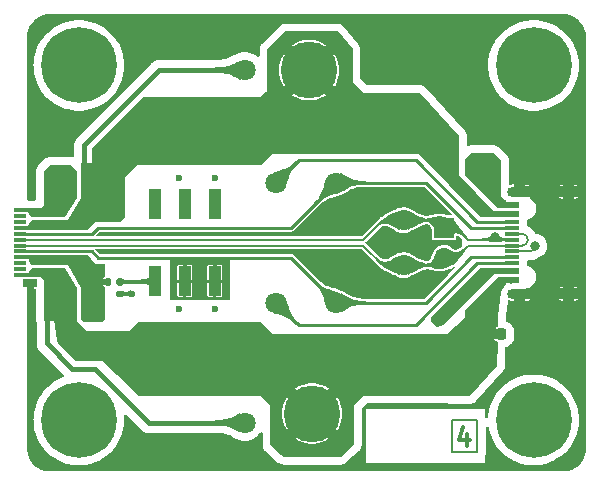
<source format=gtl>
%TF.GenerationSoftware,KiCad,Pcbnew,(6.0.4)*%
%TF.CreationDate,2022-04-23T23:59:38+08:00*%
%TF.ProjectId,USBC_PD_TEST,55534243-5f50-4445-9f54-4553542e6b69,V0.9*%
%TF.SameCoordinates,Original*%
%TF.FileFunction,Copper,L1,Top*%
%TF.FilePolarity,Positive*%
%FSLAX46Y46*%
G04 Gerber Fmt 4.6, Leading zero omitted, Abs format (unit mm)*
G04 Created by KiCad (PCBNEW (6.0.4)) date 2022-04-23 23:59:38*
%MOMM*%
%LPD*%
G01*
G04 APERTURE LIST*
G04 Aperture macros list*
%AMRoundRect*
0 Rectangle with rounded corners*
0 $1 Rounding radius*
0 $2 $3 $4 $5 $6 $7 $8 $9 X,Y pos of 4 corners*
0 Add a 4 corners polygon primitive as box body*
4,1,4,$2,$3,$4,$5,$6,$7,$8,$9,$2,$3,0*
0 Add four circle primitives for the rounded corners*
1,1,$1+$1,$2,$3*
1,1,$1+$1,$4,$5*
1,1,$1+$1,$6,$7*
1,1,$1+$1,$8,$9*
0 Add four rect primitives between the rounded corners*
20,1,$1+$1,$2,$3,$4,$5,0*
20,1,$1+$1,$4,$5,$6,$7,0*
20,1,$1+$1,$6,$7,$8,$9,0*
20,1,$1+$1,$8,$9,$2,$3,0*%
G04 Aperture macros list end*
%TA.AperFunction,NonConductor*%
%ADD10C,0.200000*%
%TD*%
%ADD11C,0.300000*%
%TA.AperFunction,NonConductor*%
%ADD12C,0.300000*%
%TD*%
%TA.AperFunction,ComponentPad*%
%ADD13C,1.800000*%
%TD*%
%TA.AperFunction,SMDPad,CuDef*%
%ADD14R,1.000000X2.500000*%
%TD*%
%TA.AperFunction,ComponentPad*%
%ADD15R,1.700000X1.700000*%
%TD*%
%TA.AperFunction,ComponentPad*%
%ADD16O,1.700000X1.700000*%
%TD*%
%TA.AperFunction,ComponentPad*%
%ADD17C,6.400000*%
%TD*%
%TA.AperFunction,ComponentPad*%
%ADD18C,0.800000*%
%TD*%
%TA.AperFunction,SMDPad,CuDef*%
%ADD19R,1.160000X0.600000*%
%TD*%
%TA.AperFunction,SMDPad,CuDef*%
%ADD20R,1.160000X0.300000*%
%TD*%
%TA.AperFunction,ComponentPad*%
%ADD21O,2.000000X0.900000*%
%TD*%
%TA.AperFunction,ComponentPad*%
%ADD22O,1.700000X0.900000*%
%TD*%
%TA.AperFunction,SMDPad,CuDef*%
%ADD23R,1.000000X0.380000*%
%TD*%
%TA.AperFunction,SMDPad,CuDef*%
%ADD24R,1.150000X0.700000*%
%TD*%
%TA.AperFunction,SMDPad,CuDef*%
%ADD25RoundRect,0.135000X0.185000X-0.135000X0.185000X0.135000X-0.185000X0.135000X-0.185000X-0.135000X0*%
%TD*%
%TA.AperFunction,ComponentPad*%
%ADD26C,4.800000*%
%TD*%
%TA.AperFunction,SMDPad,CuDef*%
%ADD27RoundRect,0.135000X-0.135000X-0.185000X0.135000X-0.185000X0.135000X0.185000X-0.135000X0.185000X0*%
%TD*%
%TA.AperFunction,SMDPad,CuDef*%
%ADD28RoundRect,0.218750X0.218750X0.256250X-0.218750X0.256250X-0.218750X-0.256250X0.218750X-0.256250X0*%
%TD*%
%TA.AperFunction,ViaPad*%
%ADD29C,0.800000*%
%TD*%
%TA.AperFunction,ViaPad*%
%ADD30C,0.600000*%
%TD*%
%TA.AperFunction,Conductor*%
%ADD31C,0.457200*%
%TD*%
%TA.AperFunction,Conductor*%
%ADD32C,0.355600*%
%TD*%
%TA.AperFunction,Conductor*%
%ADD33C,0.203200*%
%TD*%
%TA.AperFunction,Conductor*%
%ADD34C,0.254000*%
%TD*%
G04 APERTURE END LIST*
D10*
X112810000Y-77533500D02*
X114969000Y-77533500D01*
X114969000Y-77533500D02*
X114969000Y-80200500D01*
X114969000Y-80200500D02*
X112810000Y-80200500D01*
X112810000Y-80200500D02*
X112810000Y-77533500D01*
D11*
D12*
X114111714Y-78672571D02*
X114111714Y-79672571D01*
X113754571Y-78101142D02*
X113397428Y-79172571D01*
X114326000Y-79172571D01*
D13*
%TO.P,TP8,1,1*%
%TO.N,/SBU2*%
X97934000Y-67564000D03*
%TD*%
%TO.P,TP2,1,1*%
%TO.N,VBUS*%
X95284000Y-47879000D03*
%TD*%
D14*
%TO.P,SW1,1,A*%
%TO.N,Net-(R1-Pad2)*%
X87664000Y-65734000D03*
%TO.P,SW1,2,B*%
%TO.N,/CC*%
X90204000Y-65734000D03*
%TO.P,SW1,3,C*%
X92744000Y-65734000D03*
%TO.P,SW1,4*%
%TO.N,N/C*%
X87664000Y-59234000D03*
%TO.P,SW1,5*%
X90204000Y-59234000D03*
%TO.P,SW1,6*%
X92744000Y-59234000D03*
%TD*%
D15*
%TO.P,J2,1,Pin_1*%
%TO.N,/USB_D-*%
X112158000Y-61214000D03*
D16*
%TO.P,J2,2,Pin_2*%
%TO.N,/USB_D+*%
X112158000Y-63754000D03*
%TD*%
D17*
%TO.P,H2,1*%
%TO.N,N/C*%
X119734007Y-47484005D03*
D18*
X119734000Y-45084000D03*
X119734000Y-49884000D03*
X122134000Y-47484000D03*
X121431056Y-49181056D03*
X117334000Y-47484000D03*
X118036944Y-49181056D03*
X118036944Y-45786944D03*
X121431056Y-45786944D03*
%TD*%
D19*
%TO.P,J1,A1,GND*%
%TO.N,GND*%
X117948999Y-65684000D03*
%TO.P,J1,A4,VBUS*%
%TO.N,VBUS*%
X117948999Y-64884000D03*
D20*
%TO.P,J1,A5,CC1*%
%TO.N,/CC*%
X117948999Y-63734000D03*
%TO.P,J1,A6,D+*%
%TO.N,/USB_D+*%
X117948999Y-62734000D03*
%TO.P,J1,A7,D-*%
%TO.N,/USB_D-*%
X117948999Y-62234000D03*
%TO.P,J1,A8,SBU1*%
%TO.N,/SBU1*%
X117948999Y-61234000D03*
D19*
%TO.P,J1,A9,VBUS*%
%TO.N,VBUS*%
X117948999Y-60084000D03*
%TO.P,J1,A12,GND*%
%TO.N,GND*%
X117948999Y-59284000D03*
%TO.P,J1,B1,GND*%
X117948999Y-59284000D03*
%TO.P,J1,B4,VBUS*%
%TO.N,VBUS*%
X117948999Y-60084000D03*
D20*
%TO.P,J1,B5,CC2*%
%TO.N,/VCONN*%
X117948999Y-60734000D03*
%TO.P,J1,B6,D+*%
%TO.N,/USB_D+*%
X117948999Y-61734000D03*
%TO.P,J1,B7,D-*%
%TO.N,/USB_D-*%
X117948999Y-63234000D03*
%TO.P,J1,B8,SBU2*%
%TO.N,/SBU2*%
X117948999Y-64234000D03*
D19*
%TO.P,J1,B9,VBUS*%
%TO.N,VBUS*%
X117948999Y-64884000D03*
%TO.P,J1,B12,GND*%
%TO.N,GND*%
X117948999Y-65684000D03*
D21*
%TO.P,J1,S1,SHIELD*%
%TO.N,Earth*%
X118528999Y-58164000D03*
D22*
X122698999Y-66804000D03*
X122698999Y-58164000D03*
D21*
X118528999Y-66804000D03*
%TD*%
D18*
%TO.P,H4,1*%
%TO.N,N/C*%
X118036944Y-79181056D03*
X119734000Y-79884000D03*
X122134000Y-77484000D03*
X121431056Y-75786944D03*
X117334000Y-77484000D03*
D17*
X119734007Y-77483995D03*
D18*
X118036944Y-75786944D03*
X121431056Y-79181056D03*
X119734000Y-75084000D03*
%TD*%
D23*
%TO.P,P1,A1,GND*%
%TO.N,GND*%
X76273993Y-65234000D03*
%TO.P,P1,A2,TX1+*%
%TO.N,unconnected-(P1-PadA2)*%
X76273993Y-64734000D03*
%TO.P,P1,A3,TX1-*%
%TO.N,unconnected-(P1-PadA3)*%
X76273993Y-64234000D03*
%TO.P,P1,A4,VBUS*%
%TO.N,VBUS*%
X76273993Y-63734000D03*
%TO.P,P1,A5,CC*%
%TO.N,/CC*%
X76273993Y-63234000D03*
%TO.P,P1,A6,D+*%
%TO.N,/USB_D+*%
X76273993Y-62734000D03*
%TO.P,P1,A7,D-*%
%TO.N,/USB_D-*%
X76273993Y-62234000D03*
%TO.P,P1,A8,SBU1*%
%TO.N,/SBU1*%
X76273993Y-61734000D03*
%TO.P,P1,A9,VBUS*%
%TO.N,VBUS*%
X76273993Y-61234000D03*
%TO.P,P1,A10,RX2-*%
%TO.N,unconnected-(P1-PadA10)*%
X76273993Y-60734000D03*
%TO.P,P1,A11,RX2+*%
%TO.N,unconnected-(P1-PadA11)*%
X76273993Y-60234000D03*
%TO.P,P1,A12,GND*%
%TO.N,GND*%
X76273993Y-59734000D03*
D24*
%TO.P,P1,S1,SHIELD*%
%TO.N,Earth*%
X77113993Y-65904000D03*
%TD*%
D13*
%TO.P,TP4,1,1*%
%TO.N,/VCONN*%
X97934000Y-57404000D03*
%TD*%
%TO.P,TP3,1,1*%
%TO.N,/CC*%
X103014000Y-67564000D03*
%TD*%
%TO.P,TP5,1,1*%
%TO.N,/USB_D-*%
X108729000Y-60579000D03*
%TD*%
D18*
%TO.P,H3,1*%
%TO.N,N/C*%
X81234000Y-75084000D03*
X79536944Y-79181056D03*
D17*
X81234008Y-77483995D03*
D18*
X82931056Y-75786944D03*
X79536944Y-75786944D03*
X82931056Y-79181056D03*
X81234000Y-79884000D03*
X83634000Y-77484000D03*
X78834000Y-77484000D03*
%TD*%
D25*
%TO.P,R2,1*%
%TO.N,GND*%
X84743000Y-66804000D03*
%TO.P,R2,2*%
%TO.N,Net-(R1-Pad2)*%
X84743000Y-65784000D03*
%TD*%
D26*
%TO.P,TP1,1,1*%
%TO.N,VBUS*%
X100728000Y-47879000D03*
%TD*%
D13*
%TO.P,TP6,1,1*%
%TO.N,/USB_D+*%
X108729000Y-64389000D03*
%TD*%
%TO.P,TP10,1,1*%
%TO.N,GND*%
X95284000Y-77724000D03*
%TD*%
D18*
%TO.P,H1,1*%
%TO.N,N/C*%
X81234000Y-45084000D03*
X82931056Y-45786944D03*
X78834000Y-47484000D03*
X81234000Y-49884000D03*
X82931056Y-49181056D03*
X79536944Y-45786944D03*
D17*
X81234008Y-47484005D03*
D18*
X83634000Y-47484000D03*
X79536944Y-49181056D03*
%TD*%
D27*
%TO.P,R1,1*%
%TO.N,VBUS*%
X83692005Y-65786000D03*
%TO.P,R1,2*%
%TO.N,Net-(R1-Pad2)*%
X84712005Y-65786000D03*
%TD*%
D26*
%TO.P,TP9,1,1*%
%TO.N,GND*%
X100982000Y-76962000D03*
%TD*%
D13*
%TO.P,TP7,1,1*%
%TO.N,/SBU1*%
X103014000Y-57404000D03*
%TD*%
D28*
%TO.P,FB1,1*%
%TO.N,Earth*%
X118533500Y-70231000D03*
%TO.P,FB1,2*%
%TO.N,GND*%
X116958500Y-70231000D03*
%TD*%
D29*
%TO.N,GND*%
X116095000Y-67818000D03*
X115460000Y-55626000D03*
X101617000Y-64770000D03*
X78774000Y-65913000D03*
X78774000Y-59055000D03*
X78901000Y-66675000D03*
X114571000Y-69342000D03*
X108322600Y-74930000D03*
X94225600Y-74930000D03*
X116095000Y-69342000D03*
X100728000Y-63754000D03*
D30*
X85742000Y-66802000D03*
X89696000Y-57023000D03*
D29*
X79536000Y-65913000D03*
X79663000Y-67437000D03*
X116222000Y-57912000D03*
X101617000Y-60198000D03*
X95698800Y-70739000D03*
X79663000Y-58293000D03*
X80298000Y-59055000D03*
X104665000Y-59563000D03*
X105350800Y-70739000D03*
X92295200Y-74930000D03*
X106951000Y-66167000D03*
X115333000Y-68580000D03*
X96156000Y-74930000D03*
D30*
X92744000Y-57023000D03*
D29*
X115333000Y-67818000D03*
X80425000Y-56769000D03*
X79663000Y-57531000D03*
X116222000Y-56388000D03*
X80425000Y-68199000D03*
X116222000Y-55626000D03*
X101490000Y-70739000D03*
X97629200Y-70739000D03*
X79663000Y-56769000D03*
D30*
X92744000Y-68072000D03*
D29*
X78901000Y-58293000D03*
X99559600Y-70739000D03*
X105046000Y-63754000D03*
X78901000Y-57531000D03*
X90364800Y-74930000D03*
X104461800Y-74930000D03*
X110507000Y-66167000D03*
X88434400Y-74930000D03*
X103420400Y-70739000D03*
X80425000Y-58293000D03*
X104665000Y-65405000D03*
X110253000Y-74930000D03*
X115460000Y-57150000D03*
X110253000Y-62484000D03*
X79663000Y-66675000D03*
X112183400Y-74930000D03*
X115460000Y-56388000D03*
X106951000Y-58801000D03*
X80425000Y-67437000D03*
X106392200Y-74930000D03*
X114571000Y-68580000D03*
X78901000Y-56769000D03*
X78901000Y-68199000D03*
D30*
X89696000Y-68072000D03*
D29*
X106570000Y-62484000D03*
X80425000Y-57531000D03*
X79536000Y-59055000D03*
X100728000Y-61214000D03*
X114698000Y-55626000D03*
X115333000Y-69342000D03*
X79663000Y-68199000D03*
X105046000Y-61214000D03*
X116222000Y-57150000D03*
X80298000Y-65913000D03*
X116095000Y-67056000D03*
X110507000Y-58801000D03*
X114113800Y-74930000D03*
X80425000Y-66675000D03*
X86504000Y-74930000D03*
X78901000Y-67437000D03*
X116095000Y-68580000D03*
X114698000Y-56388000D03*
%TO.N,VBUS*%
X96460800Y-55372000D03*
X82076000Y-56388000D03*
X82838000Y-64770000D03*
X112539000Y-68199000D03*
X111269000Y-51943000D03*
X82076000Y-68580000D03*
X105808000Y-50419000D03*
X115587000Y-59817000D03*
X82838000Y-58674000D03*
X82838000Y-60198000D03*
X82838000Y-59436000D03*
X82076000Y-67056000D03*
X82076000Y-66294000D03*
X82838000Y-67818000D03*
X82076000Y-57150000D03*
X82076000Y-65532000D03*
X112539000Y-56769000D03*
X82838000Y-68580000D03*
X82076000Y-60198000D03*
X114063000Y-66675000D03*
X82838000Y-65532000D03*
X109872000Y-50419000D03*
X114571000Y-58801000D03*
X106570000Y-54483000D03*
X114571000Y-66167000D03*
X82838000Y-67056000D03*
X92600000Y-55372000D03*
X115079000Y-65659000D03*
X104639600Y-54483000D03*
X87545400Y-50800000D03*
X113555000Y-57785000D03*
X82838000Y-57150000D03*
X90669600Y-55372000D03*
X88739200Y-55372000D03*
X82076000Y-67818000D03*
X112031000Y-68707000D03*
X115587000Y-65151000D03*
X113047000Y-57277000D03*
X82838000Y-66294000D03*
X82838000Y-57912000D03*
X102709200Y-54483000D03*
X82076000Y-64770000D03*
X82076000Y-57912000D03*
X113047000Y-67691000D03*
X82076000Y-58674000D03*
X89475800Y-50800000D03*
X100778800Y-54483000D03*
X98848400Y-54483000D03*
X113555000Y-67183000D03*
X112031000Y-56261000D03*
X107967000Y-50419000D03*
X82838000Y-56388000D03*
X94530400Y-55372000D03*
X82076000Y-59436000D03*
X115079000Y-59309000D03*
X93336600Y-50800000D03*
X114063000Y-58293000D03*
X91406200Y-50800000D03*
%TO.N,/USB_D-*%
X119837257Y-62760117D03*
X116476000Y-62032900D03*
D30*
%TO.N,Earth*%
X77249993Y-58166000D03*
X107222000Y-46609000D03*
X77250000Y-67437000D03*
D29*
X123715000Y-63246000D03*
D30*
X91728000Y-79629000D03*
X77250000Y-66802000D03*
D29*
X122826000Y-63246000D03*
D30*
X86521000Y-79629000D03*
X77250000Y-68072000D03*
D29*
X122826000Y-62484000D03*
D30*
X110397000Y-46609000D03*
X77250000Y-57531000D03*
D29*
X123715000Y-61722000D03*
D30*
X87156000Y-45212000D03*
D29*
X123715000Y-62484000D03*
X122826000Y-61722000D03*
D30*
X91855000Y-45212000D03*
X77250000Y-56896000D03*
X116493000Y-81280000D03*
%TD*%
D31*
%TO.N,GND*%
X115968000Y-66548000D02*
X115968000Y-67056000D01*
X78901000Y-68199000D02*
X78520000Y-68580000D01*
D32*
X78901000Y-58928000D02*
X78901000Y-58674000D01*
D31*
X80662000Y-73152000D02*
X82575500Y-73152000D01*
X117949000Y-59284000D02*
X116832000Y-59284000D01*
X116832000Y-65684000D02*
X115968000Y-66548000D01*
D32*
X78139000Y-65278000D02*
X78901000Y-66040000D01*
X78095000Y-59734000D02*
X78901000Y-58928000D01*
D31*
X117949000Y-65684000D02*
X116832000Y-65684000D01*
X115968000Y-58420000D02*
X115968000Y-57912000D01*
D32*
X78901000Y-66040000D02*
X78901000Y-66294000D01*
D31*
X87147500Y-77724000D02*
X95284000Y-77724000D01*
D33*
X78095000Y-65234000D02*
X78139000Y-65278000D01*
D32*
X76274000Y-65234000D02*
X78095000Y-65234000D01*
X84743000Y-66804000D02*
X85740000Y-66804000D01*
D31*
X78520000Y-71010000D02*
X80662000Y-73152000D01*
D32*
X76274000Y-59734000D02*
X78095000Y-59734000D01*
X85740000Y-66804000D02*
X85742000Y-66802000D01*
D31*
X78520000Y-68580000D02*
X78520000Y-71010000D01*
X116832000Y-59284000D02*
X115968000Y-58420000D01*
X82575500Y-73152000D02*
X87147500Y-77724000D01*
%TO.N,VBUS*%
X114571000Y-66167000D02*
X115079000Y-65659000D01*
X115079000Y-65659000D02*
X115587000Y-65151000D01*
X81695000Y-56007000D02*
X82076000Y-56388000D01*
X95284000Y-47879000D02*
X88045000Y-47879000D01*
D32*
X76274000Y-61234000D02*
X80278000Y-61234000D01*
X76274000Y-63734000D02*
X80278000Y-63734000D01*
D31*
X115854000Y-64884000D02*
X117949000Y-64884000D01*
X81695000Y-54229000D02*
X81695000Y-56007000D01*
D33*
X80278000Y-61234000D02*
X80298000Y-61214000D01*
D31*
X115587000Y-65151000D02*
X115854000Y-64884000D01*
X88045000Y-47879000D02*
X81695000Y-54229000D01*
D34*
%TO.N,/CC*%
X114464000Y-63734000D02*
X110634000Y-67564000D01*
X92744000Y-63754000D02*
X90204000Y-63754000D01*
X103014000Y-67564000D02*
X99204000Y-63754000D01*
X90204000Y-63754000D02*
X82838000Y-63754000D01*
X117949000Y-63734000D02*
X114464000Y-63734000D01*
X110634000Y-67564000D02*
X103014000Y-67564000D01*
X90204000Y-63754000D02*
X90204000Y-65734000D01*
X99204000Y-63754000D02*
X92744000Y-63754000D01*
X92744000Y-63754000D02*
X92744000Y-65734000D01*
X76274000Y-63234000D02*
X82324000Y-63234000D01*
X82324000Y-63234000D02*
X82844000Y-63754000D01*
D33*
%TO.N,/USB_D+*%
X108729000Y-64389000D02*
X106951000Y-64389000D01*
X114194000Y-62734000D02*
X112539000Y-64389000D01*
X106951000Y-64389000D02*
X105296000Y-62734000D01*
X117949000Y-61734000D02*
X118762000Y-61734000D01*
X117949000Y-62734000D02*
X118754000Y-62734000D01*
X105296000Y-62734000D02*
X76274000Y-62734000D01*
X117949000Y-62734000D02*
X114194000Y-62734000D01*
X112539000Y-64389000D02*
X108729000Y-64389000D01*
X119258000Y-62230000D02*
G75*
G02*
X118754000Y-62734000I-504000J0D01*
G01*
X119258000Y-62230000D02*
G75*
G03*
X118762000Y-61734000I-496000J0D01*
G01*
%TO.N,/USB_D-*%
X116476000Y-62230000D02*
X114190000Y-62230000D01*
X105296000Y-62234000D02*
X76274000Y-62234000D01*
X106951000Y-60579000D02*
X105296000Y-62234000D01*
X117949000Y-62234000D02*
X116476000Y-62234000D01*
X114190000Y-62230000D02*
X112539000Y-60579000D01*
X108729000Y-60579000D02*
X106951000Y-60579000D01*
X117949000Y-63234000D02*
X119363374Y-63234000D01*
X112539000Y-60579000D02*
X108729000Y-60579000D01*
X119837300Y-62760117D02*
G75*
G02*
X119363374Y-63234000I-473900J17D01*
G01*
D34*
%TO.N,/SBU1*%
X76274000Y-61734000D02*
X82324000Y-61734000D01*
X114464000Y-61234000D02*
X110634000Y-57404000D01*
X82324000Y-61734000D02*
X82844000Y-61214000D01*
X117949000Y-61234000D02*
X114464000Y-61234000D01*
X99204000Y-61214000D02*
X82838000Y-61214000D01*
X110634000Y-57404000D02*
X103014000Y-57404000D01*
X103014000Y-57404000D02*
X99204000Y-61214000D01*
%TO.N,/VCONN*%
X109745000Y-55499000D02*
X99839000Y-55499000D01*
X117949000Y-60734000D02*
X114980000Y-60734000D01*
X99839000Y-55499000D02*
X97934000Y-57404000D01*
X114980000Y-60734000D02*
X109745000Y-55499000D01*
%TO.N,/SBU2*%
X109745000Y-69469000D02*
X99839000Y-69469000D01*
X99839000Y-69469000D02*
X97934000Y-67564000D01*
X117949000Y-64234000D02*
X114980000Y-64234000D01*
X114980000Y-64234000D02*
X109745000Y-69469000D01*
D32*
%TO.N,Net-(R1-Pad2)*%
X87612000Y-65786000D02*
X87664000Y-65734000D01*
X84712005Y-65786000D02*
X87612000Y-65786000D01*
%TD*%
%TA.AperFunction,Conductor*%
%TO.N,/USB_D+*%
G36*
X109128713Y-63582763D02*
G01*
X109228732Y-63633531D01*
X109366983Y-63703704D01*
X109367261Y-63703851D01*
X109576632Y-63818439D01*
X109576765Y-63818512D01*
X109760894Y-63922446D01*
X109760913Y-63922456D01*
X109760939Y-63922471D01*
X109856865Y-63974811D01*
X109930341Y-64014902D01*
X109930467Y-64014963D01*
X110095593Y-64095030D01*
X110095600Y-64095033D01*
X110095802Y-64095131D01*
X110096018Y-64095215D01*
X110096024Y-64095218D01*
X110184641Y-64129837D01*
X110268011Y-64162406D01*
X110457702Y-64215999D01*
X110669181Y-64254025D01*
X110669182Y-64254025D01*
X110675607Y-64255180D01*
X110932462Y-64279223D01*
X111239000Y-64287400D01*
X111239000Y-64490600D01*
X110932462Y-64498776D01*
X110675607Y-64522819D01*
X110664595Y-64524799D01*
X110664594Y-64524799D01*
X110457702Y-64562000D01*
X110268011Y-64615593D01*
X110184641Y-64648162D01*
X110096024Y-64682781D01*
X110096018Y-64682784D01*
X110095802Y-64682868D01*
X110095600Y-64682966D01*
X110095593Y-64682969D01*
X109966533Y-64745548D01*
X109930341Y-64763097D01*
X109856865Y-64803188D01*
X109760939Y-64855528D01*
X109760913Y-64855543D01*
X109760894Y-64855553D01*
X109760843Y-64855582D01*
X109576766Y-64959486D01*
X109576633Y-64959559D01*
X109367261Y-65074148D01*
X109366983Y-65074295D01*
X109222741Y-65147510D01*
X109128713Y-65195237D01*
X109119784Y-65195926D01*
X109115307Y-65193237D01*
X108730679Y-64823358D01*
X108730678Y-64823358D01*
X108279000Y-64389000D01*
X108729000Y-63956256D01*
X108764159Y-63922446D01*
X109115307Y-63584763D01*
X109123646Y-63581498D01*
X109128713Y-63582763D01*
G37*
%TD.AperFunction*%
%TD*%
%TA.AperFunction,Conductor*%
%TO.N,/USB_D-*%
G36*
X116155074Y-61806750D02*
G01*
X116306165Y-61845809D01*
X116476617Y-61889873D01*
X116476618Y-61889873D01*
X116650267Y-61934763D01*
X116500795Y-62431900D01*
X116246710Y-62431900D01*
X116245579Y-62431845D01*
X116158963Y-62423424D01*
X116158338Y-62423346D01*
X116068632Y-62409484D01*
X116068237Y-62409415D01*
X115981333Y-62392900D01*
X115924280Y-62381765D01*
X115892091Y-62375483D01*
X115892073Y-62375480D01*
X115891977Y-62375461D01*
X115840530Y-62366656D01*
X115795209Y-62358899D01*
X115795196Y-62358897D01*
X115795073Y-62358876D01*
X115794961Y-62358862D01*
X115794943Y-62358859D01*
X115743090Y-62352247D01*
X115685315Y-62344880D01*
X115685166Y-62344869D01*
X115685159Y-62344868D01*
X115621354Y-62340044D01*
X115557393Y-62335209D01*
X115557249Y-62335206D01*
X115557238Y-62335205D01*
X115417421Y-62331872D01*
X115409232Y-62328249D01*
X115406000Y-62320175D01*
X115406000Y-62139967D01*
X115409427Y-62131694D01*
X115417566Y-62128268D01*
X115519657Y-62127106D01*
X115619256Y-62122363D01*
X115667550Y-62117127D01*
X115706518Y-62112903D01*
X115706523Y-62112902D01*
X115706774Y-62112875D01*
X115707031Y-62112824D01*
X115707034Y-62112823D01*
X115739771Y-62106256D01*
X115784191Y-62097346D01*
X115784522Y-62097237D01*
X115784525Y-62097236D01*
X115811720Y-62088263D01*
X115853488Y-62074481D01*
X115916642Y-62042985D01*
X115916996Y-62042736D01*
X115917000Y-62042734D01*
X115975311Y-62001788D01*
X115975313Y-62001787D01*
X115975634Y-62001561D01*
X115985874Y-61992071D01*
X116032218Y-61949124D01*
X116032223Y-61949119D01*
X116032443Y-61948915D01*
X116059039Y-61918298D01*
X116088902Y-61883921D01*
X116088910Y-61883911D01*
X116089049Y-61883751D01*
X116142737Y-61811123D01*
X116150411Y-61806507D01*
X116155074Y-61806750D01*
G37*
%TD.AperFunction*%
%TD*%
%TA.AperFunction,Conductor*%
%TO.N,/USB_D-*%
G36*
X76542177Y-62124650D02*
G01*
X76551748Y-62126198D01*
X76551759Y-62126199D01*
X76551942Y-62126229D01*
X76552139Y-62126248D01*
X76552142Y-62126248D01*
X76590475Y-62129869D01*
X76590479Y-62129869D01*
X76590603Y-62129881D01*
X76590720Y-62129886D01*
X76590730Y-62129887D01*
X76610598Y-62130785D01*
X76632781Y-62131788D01*
X76632823Y-62131789D01*
X76632834Y-62131789D01*
X76650912Y-62132055D01*
X76680033Y-62132485D01*
X76733920Y-62132510D01*
X76784279Y-62132421D01*
X76792559Y-62135833D01*
X76796000Y-62144121D01*
X76796000Y-62323879D01*
X76792573Y-62332152D01*
X76784279Y-62335579D01*
X76733920Y-62335489D01*
X76680033Y-62335514D01*
X76650912Y-62335944D01*
X76632834Y-62336210D01*
X76632823Y-62336210D01*
X76632781Y-62336211D01*
X76610598Y-62337214D01*
X76590730Y-62338112D01*
X76590720Y-62338113D01*
X76590603Y-62338118D01*
X76590479Y-62338130D01*
X76590475Y-62338130D01*
X76552142Y-62341751D01*
X76552139Y-62341751D01*
X76551942Y-62341770D01*
X76551759Y-62341800D01*
X76551748Y-62341801D01*
X76543916Y-62343068D01*
X76542170Y-62343350D01*
X76540303Y-62343500D01*
X76297573Y-62343500D01*
X76289463Y-62340233D01*
X76187762Y-62242433D01*
X76184174Y-62234229D01*
X76187762Y-62225567D01*
X76289463Y-62127767D01*
X76297573Y-62124500D01*
X76540309Y-62124500D01*
X76542177Y-62124650D01*
G37*
%TD.AperFunction*%
%TD*%
%TA.AperFunction,Conductor*%
%TO.N,/USB_D-*%
G36*
X116807729Y-61810850D02*
G01*
X116811164Y-61813997D01*
X116864187Y-61886929D01*
X116864325Y-61887090D01*
X116864329Y-61887095D01*
X116909769Y-61940084D01*
X116920293Y-61952356D01*
X116976784Y-62005202D01*
X117035601Y-62046771D01*
X117035994Y-62046968D01*
X117035996Y-62046969D01*
X117098314Y-62078183D01*
X117098684Y-62078368D01*
X117167973Y-62101297D01*
X117245409Y-62116860D01*
X117290288Y-62121732D01*
X117332755Y-62126343D01*
X117332762Y-62126344D01*
X117332932Y-62126362D01*
X117333096Y-62126370D01*
X117333111Y-62126371D01*
X117424013Y-62130704D01*
X117432482Y-62131108D01*
X117545859Y-62132398D01*
X117546000Y-62132428D01*
X117546000Y-62335600D01*
X117394166Y-62339204D01*
X117394042Y-62339213D01*
X117394028Y-62339214D01*
X117339481Y-62343311D01*
X117265839Y-62348842D01*
X117265702Y-62348859D01*
X117265695Y-62348860D01*
X117219570Y-62354687D01*
X117155706Y-62362755D01*
X117155613Y-62362771D01*
X117155604Y-62362772D01*
X117058479Y-62379175D01*
X117058462Y-62379178D01*
X117058451Y-62379180D01*
X117058427Y-62379185D01*
X117058414Y-62379187D01*
X116968835Y-62396344D01*
X116968761Y-62396358D01*
X116881534Y-62412488D01*
X116881121Y-62412557D01*
X116839891Y-62418662D01*
X116791141Y-62425881D01*
X116790497Y-62425957D01*
X116738396Y-62430631D01*
X116724778Y-62431853D01*
X116723733Y-62431900D01*
X116447828Y-62431900D01*
X116302587Y-61933262D01*
X116476616Y-61889873D01*
X116476617Y-61889873D01*
X116798874Y-61809527D01*
X116807729Y-61810850D01*
G37*
%TD.AperFunction*%
%TD*%
%TA.AperFunction,Conductor*%
%TO.N,/USB_D-*%
G36*
X117889249Y-62104417D02*
G01*
X117921078Y-62135025D01*
X118015230Y-62225567D01*
X118018818Y-62233771D01*
X118015230Y-62242433D01*
X117897831Y-62355330D01*
X117889249Y-62363583D01*
X117880910Y-62366848D01*
X117876455Y-62365871D01*
X117852757Y-62355517D01*
X117852754Y-62355516D01*
X117852514Y-62355411D01*
X117823108Y-62345530D01*
X117822852Y-62345470D01*
X117822845Y-62345468D01*
X117794734Y-62338880D01*
X117794733Y-62338880D01*
X117794482Y-62338821D01*
X117765720Y-62334747D01*
X117765483Y-62334731D01*
X117765480Y-62334731D01*
X117736093Y-62332784D01*
X117736081Y-62332784D01*
X117735907Y-62332772D01*
X117718132Y-62332541D01*
X117704221Y-62332360D01*
X117704207Y-62332360D01*
X117704125Y-62332359D01*
X117669460Y-62332972D01*
X117631042Y-62334073D01*
X117630994Y-62334054D01*
X117630994Y-62334074D01*
X117587835Y-62335128D01*
X117587662Y-62335130D01*
X117558067Y-62335416D01*
X117546000Y-62335532D01*
X117539000Y-62335600D01*
X117539000Y-62132400D01*
X117562268Y-62132624D01*
X117587662Y-62132869D01*
X117587835Y-62132871D01*
X117630994Y-62133925D01*
X117630993Y-62133946D01*
X117631042Y-62133926D01*
X117669460Y-62135027D01*
X117704125Y-62135640D01*
X117704207Y-62135639D01*
X117704221Y-62135639D01*
X117718132Y-62135458D01*
X117735907Y-62135227D01*
X117736081Y-62135215D01*
X117736093Y-62135215D01*
X117765480Y-62133268D01*
X117765483Y-62133268D01*
X117765720Y-62133252D01*
X117794482Y-62129178D01*
X117794734Y-62129119D01*
X117822845Y-62122531D01*
X117822852Y-62122529D01*
X117823108Y-62122469D01*
X117852514Y-62112588D01*
X117876456Y-62102128D01*
X117885408Y-62101957D01*
X117889249Y-62104417D01*
G37*
%TD.AperFunction*%
%TD*%
%TA.AperFunction,Conductor*%
%TO.N,/USB_D-*%
G36*
X112573197Y-60452286D02*
G01*
X112637596Y-60471537D01*
X112639076Y-60472091D01*
X112862072Y-60573183D01*
X112863710Y-60574090D01*
X113042241Y-60692563D01*
X113043717Y-60693723D01*
X113191039Y-60829988D01*
X113192071Y-60831074D01*
X113321263Y-60985654D01*
X113321802Y-60986350D01*
X113445787Y-61159688D01*
X113445922Y-61159881D01*
X113577435Y-61352037D01*
X113729239Y-61562961D01*
X113729343Y-61563090D01*
X113834513Y-61693745D01*
X113914201Y-61792744D01*
X114137593Y-62033319D01*
X114140710Y-62041711D01*
X114137291Y-62049551D01*
X114009682Y-62177160D01*
X114001409Y-62180587D01*
X113993311Y-62177330D01*
X113920248Y-62107228D01*
X113861328Y-62050695D01*
X113861315Y-62050683D01*
X113861197Y-62050570D01*
X113726110Y-61934534D01*
X113595047Y-61838856D01*
X113466737Y-61765238D01*
X113339909Y-61715381D01*
X113339384Y-61715280D01*
X113339381Y-61715279D01*
X113227675Y-61693759D01*
X113213292Y-61690988D01*
X113122498Y-61692959D01*
X113086252Y-61693745D01*
X113086250Y-61693745D01*
X113085615Y-61693759D01*
X112955606Y-61725398D01*
X112821995Y-61787605D01*
X112747108Y-61838696D01*
X112689769Y-61877815D01*
X112681003Y-61879647D01*
X112677056Y-61878122D01*
X112052018Y-61494595D01*
X111742830Y-61304875D01*
X112356362Y-60387470D01*
X112573197Y-60452286D01*
G37*
%TD.AperFunction*%
%TD*%
%TA.AperFunction,Conductor*%
%TO.N,/USB_D-*%
G36*
X108342515Y-59774592D02*
G01*
X108571803Y-59995087D01*
X109179000Y-60579000D01*
X108677399Y-61061366D01*
X108342747Y-61383185D01*
X108334408Y-61386450D01*
X108329252Y-61385139D01*
X108123492Y-61278474D01*
X108123140Y-61278284D01*
X107924534Y-61166536D01*
X107737481Y-61061438D01*
X107737353Y-61061366D01*
X107558748Y-60970769D01*
X107558502Y-60970672D01*
X107558495Y-60970669D01*
X107479630Y-60939622D01*
X107385700Y-60902643D01*
X107385253Y-60902544D01*
X107215822Y-60865025D01*
X107215818Y-60865025D01*
X107215192Y-60864886D01*
X107044203Y-60865396D01*
X107043474Y-60865591D01*
X106870416Y-60911884D01*
X106870413Y-60911885D01*
X106869715Y-60912072D01*
X106869079Y-60912426D01*
X106764025Y-60970895D01*
X106688710Y-61012812D01*
X106506392Y-61168493D01*
X106497876Y-61171259D01*
X106490522Y-61167868D01*
X106362887Y-61040233D01*
X106359460Y-61031960D01*
X106363016Y-61023560D01*
X106373625Y-61013275D01*
X106586402Y-60806985D01*
X106586742Y-60806668D01*
X106789407Y-60625244D01*
X106789876Y-60624846D01*
X106971442Y-60478742D01*
X106972036Y-60478294D01*
X107140609Y-60359465D01*
X107141269Y-60359032D01*
X107305003Y-60259419D01*
X107305604Y-60259078D01*
X107472678Y-60170649D01*
X107473082Y-60170445D01*
X107651660Y-60085196D01*
X107651860Y-60085103D01*
X107849970Y-59995087D01*
X108075599Y-59892365D01*
X108329407Y-59772446D01*
X108338351Y-59772010D01*
X108342515Y-59774592D01*
G37*
%TD.AperFunction*%
%TD*%
%TA.AperFunction,Conductor*%
%TO.N,/USB_D-*%
G36*
X118021541Y-63102127D02*
G01*
X118045484Y-63112588D01*
X118074890Y-63122469D01*
X118075146Y-63122529D01*
X118075153Y-63122531D01*
X118103263Y-63129119D01*
X118103515Y-63129178D01*
X118132277Y-63133252D01*
X118132514Y-63133268D01*
X118132517Y-63133268D01*
X118161905Y-63135215D01*
X118161917Y-63135215D01*
X118162091Y-63135227D01*
X118179866Y-63135458D01*
X118193777Y-63135639D01*
X118193791Y-63135639D01*
X118193873Y-63135640D01*
X118228539Y-63135027D01*
X118266956Y-63133926D01*
X118267004Y-63133945D01*
X118267004Y-63133925D01*
X118310163Y-63132871D01*
X118310336Y-63132869D01*
X118347187Y-63132514D01*
X118355493Y-63135861D01*
X118359000Y-63144213D01*
X118359000Y-63323787D01*
X118355573Y-63332060D01*
X118347187Y-63335486D01*
X118310337Y-63335130D01*
X118310164Y-63335128D01*
X118267004Y-63334074D01*
X118267005Y-63334053D01*
X118266956Y-63334073D01*
X118228539Y-63332972D01*
X118193873Y-63332359D01*
X118193791Y-63332360D01*
X118193777Y-63332360D01*
X118179866Y-63332541D01*
X118162091Y-63332772D01*
X118161917Y-63332784D01*
X118161905Y-63332784D01*
X118132517Y-63334731D01*
X118132514Y-63334731D01*
X118132277Y-63334747D01*
X118103515Y-63338821D01*
X118103264Y-63338880D01*
X118103263Y-63338880D01*
X118075153Y-63345468D01*
X118075146Y-63345470D01*
X118074890Y-63345530D01*
X118045484Y-63355411D01*
X118045244Y-63355516D01*
X118045241Y-63355517D01*
X118021543Y-63365871D01*
X118012590Y-63366043D01*
X118008749Y-63363583D01*
X118000167Y-63355330D01*
X117882768Y-63242433D01*
X117879180Y-63234229D01*
X117882768Y-63225567D01*
X117976921Y-63135025D01*
X118008749Y-63104417D01*
X118017088Y-63101152D01*
X118021541Y-63102127D01*
G37*
%TD.AperFunction*%
%TD*%
%TA.AperFunction,Conductor*%
%TO.N,/USB_D-*%
G36*
X111859594Y-60246621D02*
G01*
X112067588Y-60273698D01*
X112069465Y-60274101D01*
X112183766Y-60308737D01*
X112298633Y-60343544D01*
X112300179Y-60344135D01*
X112349036Y-60366889D01*
X112560940Y-60465576D01*
X112406972Y-61558438D01*
X111827659Y-61453585D01*
X111328444Y-61363229D01*
X111320914Y-61358383D01*
X111319161Y-61354488D01*
X111281806Y-61201298D01*
X111281804Y-61201293D01*
X111281698Y-61200857D01*
X111281525Y-61200442D01*
X111281523Y-61200436D01*
X111225985Y-61067232D01*
X111225984Y-61067231D01*
X111225771Y-61066719D01*
X111153102Y-60957121D01*
X111063612Y-60869725D01*
X110957221Y-60802191D01*
X110956734Y-60801994D01*
X110956731Y-60801992D01*
X110834232Y-60752335D01*
X110834231Y-60752335D01*
X110833852Y-60752181D01*
X110833458Y-60752083D01*
X110833454Y-60752082D01*
X110706859Y-60720688D01*
X110693423Y-60717356D01*
X110693122Y-60717314D01*
X110670101Y-60714102D01*
X110670099Y-60714102D01*
X110669181Y-60713974D01*
X110669180Y-60713974D01*
X110535858Y-60695376D01*
X110361076Y-60683904D01*
X110169000Y-60680600D01*
X110169000Y-60477400D01*
X110501395Y-60463499D01*
X110664593Y-60443200D01*
X110664594Y-60443200D01*
X110665471Y-60443091D01*
X110665472Y-60443091D01*
X110787218Y-60427948D01*
X110787231Y-60427946D01*
X110787407Y-60427924D01*
X111036664Y-60379861D01*
X111036769Y-60379837D01*
X111036782Y-60379834D01*
X111258766Y-60328506D01*
X111258864Y-60328484D01*
X111463035Y-60283112D01*
X111463787Y-60282970D01*
X111659461Y-60252740D01*
X111660886Y-60252609D01*
X111819764Y-60247702D01*
X111857725Y-60246529D01*
X111859594Y-60246621D01*
G37*
%TD.AperFunction*%
%TD*%
%TA.AperFunction,Conductor*%
%TO.N,/CC*%
G36*
X101337232Y-65707229D02*
G01*
X101550511Y-65910222D01*
X101747873Y-66075988D01*
X101928161Y-66204450D01*
X102066089Y-66284581D01*
X102088669Y-66297699D01*
X102098485Y-66303402D01*
X102265954Y-66380637D01*
X102437681Y-66443950D01*
X102620774Y-66501134D01*
X102620809Y-66501144D01*
X102620831Y-66501151D01*
X102822344Y-66559981D01*
X102822434Y-66560008D01*
X103049345Y-66628240D01*
X103049635Y-66628331D01*
X103110130Y-66648249D01*
X103301481Y-66711252D01*
X103308266Y-66717093D01*
X103309519Y-66722135D01*
X103332198Y-67882198D01*
X102885812Y-67873471D01*
X102390176Y-67863782D01*
X102172135Y-67859519D01*
X102163931Y-67855931D01*
X102161251Y-67851480D01*
X102078331Y-67599635D01*
X102078240Y-67599345D01*
X102010006Y-67372427D01*
X102009979Y-67372337D01*
X101951163Y-67170872D01*
X101951153Y-67170840D01*
X101951134Y-67170774D01*
X101893950Y-66987681D01*
X101830637Y-66815954D01*
X101753402Y-66648485D01*
X101654450Y-66478161D01*
X101525988Y-66297873D01*
X101360222Y-66100511D01*
X101337007Y-66076119D01*
X101179226Y-65910344D01*
X101157229Y-65887233D01*
X101154008Y-65878878D01*
X101157431Y-65870894D01*
X101320894Y-65707431D01*
X101329167Y-65704004D01*
X101337232Y-65707229D01*
G37*
%TD.AperFunction*%
%TD*%
%TA.AperFunction,Conductor*%
%TO.N,/USB_D-*%
G36*
X109128713Y-59772763D02*
G01*
X109228732Y-59823531D01*
X109366983Y-59893704D01*
X109367261Y-59893851D01*
X109576632Y-60008439D01*
X109576765Y-60008512D01*
X109760894Y-60112446D01*
X109760913Y-60112456D01*
X109760939Y-60112471D01*
X109856865Y-60164811D01*
X109930341Y-60204902D01*
X109930467Y-60204963D01*
X110095593Y-60285030D01*
X110095600Y-60285033D01*
X110095802Y-60285131D01*
X110096018Y-60285215D01*
X110096024Y-60285218D01*
X110184641Y-60319837D01*
X110268011Y-60352406D01*
X110457702Y-60405999D01*
X110664594Y-60443200D01*
X110664595Y-60443200D01*
X110675607Y-60445180D01*
X110932462Y-60469223D01*
X111239000Y-60477400D01*
X111239000Y-60680600D01*
X110932462Y-60688776D01*
X110675607Y-60712819D01*
X110669182Y-60713974D01*
X110669181Y-60713974D01*
X110457702Y-60752000D01*
X110268011Y-60805593D01*
X110184641Y-60838162D01*
X110096024Y-60872781D01*
X110096018Y-60872784D01*
X110095802Y-60872868D01*
X110095600Y-60872966D01*
X110095593Y-60872969D01*
X109966533Y-60935548D01*
X109930341Y-60953097D01*
X109856865Y-60993188D01*
X109760939Y-61045528D01*
X109760913Y-61045543D01*
X109760894Y-61045553D01*
X109760843Y-61045582D01*
X109576766Y-61149486D01*
X109576633Y-61149559D01*
X109367261Y-61264148D01*
X109366983Y-61264295D01*
X109222741Y-61337510D01*
X109128713Y-61385237D01*
X109119784Y-61385926D01*
X109115307Y-61383237D01*
X108730679Y-61013358D01*
X108730678Y-61013358D01*
X108279000Y-60579000D01*
X108729000Y-60146256D01*
X108764159Y-60112446D01*
X109115307Y-59774763D01*
X109123646Y-59771498D01*
X109128713Y-59772763D01*
G37*
%TD.AperFunction*%
%TD*%
%TA.AperFunction,Conductor*%
%TO.N,/SBU1*%
G36*
X76792573Y-61627927D02*
G01*
X76796000Y-61636200D01*
X76796000Y-61831800D01*
X76792573Y-61840073D01*
X76784300Y-61843500D01*
X76297573Y-61843500D01*
X76289463Y-61840233D01*
X76187762Y-61742433D01*
X76184174Y-61734229D01*
X76187762Y-61725567D01*
X76289463Y-61627767D01*
X76297573Y-61624500D01*
X76784300Y-61624500D01*
X76792573Y-61627927D01*
G37*
%TD.AperFunction*%
%TD*%
%TA.AperFunction,Conductor*%
%TO.N,/SBU1*%
G36*
X117885712Y-61101884D02*
G01*
X117888867Y-61104050D01*
X118015230Y-61225567D01*
X118018818Y-61233771D01*
X118015230Y-61242433D01*
X117888869Y-61363948D01*
X117880530Y-61367213D01*
X117876766Y-61366513D01*
X117865923Y-61362576D01*
X117865919Y-61362575D01*
X117865509Y-61362426D01*
X117865078Y-61362341D01*
X117865076Y-61362341D01*
X117852948Y-61359964D01*
X117843603Y-61358133D01*
X117817960Y-61355748D01*
X117817773Y-61355743D01*
X117817764Y-61355742D01*
X117788783Y-61354899D01*
X117788775Y-61354899D01*
X117788640Y-61354895D01*
X117788506Y-61354896D01*
X117788481Y-61354896D01*
X117755765Y-61355199D01*
X117755729Y-61355200D01*
X117755707Y-61355200D01*
X117719223Y-61356290D01*
X117679272Y-61357788D01*
X117679247Y-61357789D01*
X117635844Y-61359323D01*
X117596369Y-61360332D01*
X117589150Y-61360516D01*
X117588964Y-61360519D01*
X117550813Y-61360886D01*
X117542507Y-61357539D01*
X117539000Y-61349187D01*
X117539000Y-61118812D01*
X117542427Y-61110539D01*
X117550812Y-61107113D01*
X117584278Y-61107435D01*
X117588963Y-61107480D01*
X117589149Y-61107483D01*
X117598877Y-61107731D01*
X117635844Y-61108676D01*
X117679247Y-61110210D01*
X117679272Y-61110211D01*
X117719223Y-61111709D01*
X117755707Y-61112799D01*
X117755729Y-61112799D01*
X117755765Y-61112800D01*
X117788481Y-61113103D01*
X117788506Y-61113103D01*
X117788640Y-61113104D01*
X117788775Y-61113100D01*
X117788783Y-61113100D01*
X117817764Y-61112257D01*
X117817773Y-61112256D01*
X117817960Y-61112251D01*
X117843603Y-61109866D01*
X117865509Y-61105573D01*
X117876767Y-61101486D01*
X117885712Y-61101884D01*
G37*
%TD.AperFunction*%
%TD*%
%TA.AperFunction,Conductor*%
%TO.N,/SBU1*%
G36*
X103413704Y-56597736D02*
G01*
X103650425Y-56717187D01*
X103650651Y-56717304D01*
X103769431Y-56781164D01*
X103859421Y-56829546D01*
X103859504Y-56829591D01*
X104043611Y-56930491D01*
X104213513Y-57019523D01*
X104213627Y-57019576D01*
X104213640Y-57019582D01*
X104372806Y-57092998D01*
X104379711Y-57096183D01*
X104552744Y-57159988D01*
X104743150Y-57210456D01*
X104743401Y-57210498D01*
X104743405Y-57210499D01*
X104961253Y-57247066D01*
X104961263Y-57247067D01*
X104961470Y-57247102D01*
X104961684Y-57247121D01*
X104961695Y-57247122D01*
X105218063Y-57269430D01*
X105218076Y-57269431D01*
X105218240Y-57269445D01*
X105218411Y-57269449D01*
X105218425Y-57269450D01*
X105483818Y-57276007D01*
X105512589Y-57276718D01*
X105520775Y-57280348D01*
X105524000Y-57288414D01*
X105524000Y-57519586D01*
X105520573Y-57527859D01*
X105512589Y-57531282D01*
X105464555Y-57532469D01*
X105218425Y-57538549D01*
X105218411Y-57538550D01*
X105218240Y-57538554D01*
X105218076Y-57538568D01*
X105218063Y-57538569D01*
X104961695Y-57560877D01*
X104961684Y-57560878D01*
X104961470Y-57560897D01*
X104961263Y-57560932D01*
X104961253Y-57560933D01*
X104743405Y-57597500D01*
X104743401Y-57597501D01*
X104743150Y-57597543D01*
X104552744Y-57648011D01*
X104379711Y-57711816D01*
X104379496Y-57711915D01*
X104379494Y-57711916D01*
X104213640Y-57788417D01*
X104213627Y-57788423D01*
X104213513Y-57788476D01*
X104043611Y-57877508D01*
X103945340Y-57931365D01*
X103859504Y-57978408D01*
X103859421Y-57978453D01*
X103650651Y-58090695D01*
X103650425Y-58090812D01*
X103547909Y-58142543D01*
X103413704Y-58210264D01*
X103404774Y-58210932D01*
X103400323Y-58208252D01*
X103313595Y-58124850D01*
X102564000Y-57404000D01*
X102963748Y-57019582D01*
X103400323Y-56599748D01*
X103408662Y-56596483D01*
X103413704Y-56597736D01*
G37*
%TD.AperFunction*%
%TD*%
%TA.AperFunction,Conductor*%
%TO.N,/SBU1*%
G36*
X103311916Y-58123236D02*
G01*
X103311873Y-58125443D01*
X103309519Y-58245864D01*
X103305931Y-58254068D01*
X103301480Y-58256748D01*
X103049635Y-58339668D01*
X103049345Y-58339759D01*
X102822434Y-58407991D01*
X102822344Y-58408018D01*
X102620831Y-58466848D01*
X102620809Y-58466855D01*
X102620774Y-58466865D01*
X102437681Y-58524049D01*
X102265954Y-58587362D01*
X102098485Y-58664597D01*
X102098251Y-58664733D01*
X102098249Y-58664734D01*
X102066089Y-58683418D01*
X101928161Y-58763549D01*
X101747873Y-58892011D01*
X101550511Y-59057777D01*
X101550377Y-59057904D01*
X101550372Y-59057909D01*
X101337233Y-59260771D01*
X101328878Y-59263992D01*
X101320894Y-59260569D01*
X101157431Y-59097106D01*
X101154004Y-59088833D01*
X101157229Y-59080767D01*
X101179227Y-59057655D01*
X101336882Y-58892011D01*
X101360090Y-58867627D01*
X101360095Y-58867622D01*
X101360222Y-58867488D01*
X101525988Y-58670126D01*
X101654450Y-58489838D01*
X101753402Y-58319514D01*
X101830637Y-58152045D01*
X101893950Y-57980318D01*
X101951134Y-57797225D01*
X102009981Y-57595655D01*
X102078240Y-57368654D01*
X102078331Y-57368364D01*
X102161251Y-57116520D01*
X102167093Y-57109734D01*
X102172135Y-57108481D01*
X102390176Y-57104218D01*
X102885812Y-57094529D01*
X103332198Y-57085802D01*
X103311916Y-58123236D01*
G37*
%TD.AperFunction*%
%TD*%
%TA.AperFunction,Conductor*%
%TO.N,/VCONN*%
G36*
X117885712Y-60601884D02*
G01*
X117888867Y-60604050D01*
X118015230Y-60725567D01*
X118018818Y-60733771D01*
X118015230Y-60742433D01*
X117888869Y-60863948D01*
X117880530Y-60867213D01*
X117876766Y-60866513D01*
X117865923Y-60862576D01*
X117865919Y-60862575D01*
X117865509Y-60862426D01*
X117865078Y-60862341D01*
X117865076Y-60862341D01*
X117852948Y-60859964D01*
X117843603Y-60858133D01*
X117817960Y-60855748D01*
X117817773Y-60855743D01*
X117817764Y-60855742D01*
X117788783Y-60854899D01*
X117788775Y-60854899D01*
X117788640Y-60854895D01*
X117788506Y-60854896D01*
X117788481Y-60854896D01*
X117755765Y-60855199D01*
X117755729Y-60855200D01*
X117755707Y-60855200D01*
X117719223Y-60856290D01*
X117679272Y-60857788D01*
X117679247Y-60857789D01*
X117635844Y-60859323D01*
X117596369Y-60860332D01*
X117589150Y-60860516D01*
X117588964Y-60860519D01*
X117550813Y-60860886D01*
X117542507Y-60857539D01*
X117539000Y-60849187D01*
X117539000Y-60618812D01*
X117542427Y-60610539D01*
X117550812Y-60607113D01*
X117584278Y-60607435D01*
X117588963Y-60607480D01*
X117589149Y-60607483D01*
X117598877Y-60607731D01*
X117635844Y-60608676D01*
X117679247Y-60610210D01*
X117679272Y-60610211D01*
X117719223Y-60611709D01*
X117755707Y-60612799D01*
X117755729Y-60612799D01*
X117755765Y-60612800D01*
X117788481Y-60613103D01*
X117788506Y-60613103D01*
X117788640Y-60613104D01*
X117788775Y-60613100D01*
X117788783Y-60613100D01*
X117817764Y-60612257D01*
X117817773Y-60612256D01*
X117817960Y-60612251D01*
X117843603Y-60609866D01*
X117865509Y-60605573D01*
X117876767Y-60601486D01*
X117885712Y-60601884D01*
G37*
%TD.AperFunction*%
%TD*%
%TA.AperFunction,Conductor*%
%TO.N,/SBU2*%
G36*
X98775864Y-67268481D02*
G01*
X98784068Y-67272069D01*
X98786748Y-67276520D01*
X98869668Y-67528364D01*
X98869759Y-67528654D01*
X98938018Y-67755655D01*
X98996865Y-67957225D01*
X99054049Y-68140318D01*
X99117362Y-68312045D01*
X99194597Y-68479514D01*
X99293549Y-68649838D01*
X99422011Y-68830126D01*
X99587777Y-69027488D01*
X99587904Y-69027622D01*
X99587909Y-69027627D01*
X99611117Y-69052011D01*
X99768890Y-69217777D01*
X99790771Y-69240767D01*
X99793992Y-69249122D01*
X99790569Y-69257106D01*
X99627106Y-69420569D01*
X99618833Y-69423996D01*
X99610767Y-69420771D01*
X99397627Y-69217909D01*
X99397622Y-69217904D01*
X99397488Y-69217777D01*
X99200126Y-69052011D01*
X99019838Y-68923549D01*
X98881910Y-68843418D01*
X98849750Y-68824734D01*
X98849748Y-68824733D01*
X98849514Y-68824597D01*
X98682045Y-68747362D01*
X98510318Y-68684049D01*
X98327225Y-68626865D01*
X98327190Y-68626855D01*
X98327168Y-68626848D01*
X98125655Y-68568018D01*
X98125565Y-68567991D01*
X97898654Y-68499759D01*
X97898364Y-68499668D01*
X97646520Y-68416748D01*
X97639734Y-68410906D01*
X97638481Y-68405864D01*
X97616040Y-67257967D01*
X97619305Y-67249628D01*
X97627967Y-67246040D01*
X98775864Y-67268481D01*
G37*
%TD.AperFunction*%
%TD*%
%TA.AperFunction,Conductor*%
%TO.N,/SBU2*%
G36*
X117885712Y-64101884D02*
G01*
X117888867Y-64104050D01*
X118015230Y-64225567D01*
X118018818Y-64233771D01*
X118015230Y-64242433D01*
X117888869Y-64363948D01*
X117880530Y-64367213D01*
X117876766Y-64366513D01*
X117865923Y-64362576D01*
X117865919Y-64362575D01*
X117865509Y-64362426D01*
X117865078Y-64362341D01*
X117865076Y-64362341D01*
X117852948Y-64359964D01*
X117843603Y-64358133D01*
X117817960Y-64355748D01*
X117817773Y-64355743D01*
X117817764Y-64355742D01*
X117788783Y-64354899D01*
X117788775Y-64354899D01*
X117788640Y-64354895D01*
X117788506Y-64354896D01*
X117788481Y-64354896D01*
X117755765Y-64355199D01*
X117755729Y-64355200D01*
X117755707Y-64355200D01*
X117719223Y-64356290D01*
X117679272Y-64357788D01*
X117679247Y-64357789D01*
X117635844Y-64359323D01*
X117596369Y-64360332D01*
X117589150Y-64360516D01*
X117588964Y-64360519D01*
X117550813Y-64360886D01*
X117542507Y-64357539D01*
X117539000Y-64349187D01*
X117539000Y-64118812D01*
X117542427Y-64110539D01*
X117550812Y-64107113D01*
X117584278Y-64107435D01*
X117588963Y-64107480D01*
X117589149Y-64107483D01*
X117598877Y-64107731D01*
X117635844Y-64108676D01*
X117679247Y-64110210D01*
X117679272Y-64110211D01*
X117719223Y-64111709D01*
X117755707Y-64112799D01*
X117755729Y-64112799D01*
X117755765Y-64112800D01*
X117788481Y-64113103D01*
X117788506Y-64113103D01*
X117788640Y-64113104D01*
X117788775Y-64113100D01*
X117788783Y-64113100D01*
X117817764Y-64112257D01*
X117817773Y-64112256D01*
X117817960Y-64112251D01*
X117843603Y-64109866D01*
X117865509Y-64105573D01*
X117876767Y-64101486D01*
X117885712Y-64101884D01*
G37*
%TD.AperFunction*%
%TD*%
%TA.AperFunction,Conductor*%
%TO.N,Net-(R1-Pad2)*%
G36*
X87407210Y-65313814D02*
G01*
X87782783Y-65606887D01*
X87903077Y-65700757D01*
X87907491Y-65708548D01*
X87904815Y-65717534D01*
X87498855Y-66197820D01*
X87490897Y-66201926D01*
X87485906Y-66201257D01*
X87354949Y-66153433D01*
X87234380Y-66109700D01*
X87126478Y-66072525D01*
X87126388Y-66072494D01*
X87126303Y-66072468D01*
X87126279Y-66072460D01*
X87071194Y-66055509D01*
X87025490Y-66041444D01*
X87025358Y-66041410D01*
X87025346Y-66041407D01*
X86973313Y-66028169D01*
X86926203Y-66016183D01*
X86857664Y-66003001D01*
X86823215Y-65996375D01*
X86823207Y-65996374D01*
X86823042Y-65996342D01*
X86710525Y-65981552D01*
X86583168Y-65971443D01*
X86583067Y-65971439D01*
X86583050Y-65971438D01*
X86435600Y-65965653D01*
X86435579Y-65965653D01*
X86435488Y-65965649D01*
X86353279Y-65964773D01*
X86273575Y-65963923D01*
X86265339Y-65960408D01*
X86262000Y-65952224D01*
X86262000Y-65619807D01*
X86265427Y-65611534D01*
X86273606Y-65608107D01*
X86425453Y-65606887D01*
X86425471Y-65606887D01*
X86425538Y-65606886D01*
X86565925Y-65602198D01*
X86607081Y-65599095D01*
X86687522Y-65593031D01*
X86687536Y-65593030D01*
X86687702Y-65593017D01*
X86687877Y-65592993D01*
X86687886Y-65592992D01*
X86747575Y-65584793D01*
X86795416Y-65578222D01*
X86893610Y-65556693D01*
X86952571Y-65538109D01*
X86986593Y-65527386D01*
X86986599Y-65527384D01*
X86986830Y-65527311D01*
X87037083Y-65506539D01*
X87079431Y-65489034D01*
X87079438Y-65489031D01*
X87079619Y-65488956D01*
X87176522Y-65440507D01*
X87282084Y-65380845D01*
X87393950Y-65313034D01*
X87402800Y-65311676D01*
X87407210Y-65313814D01*
G37*
%TD.AperFunction*%
%TD*%
%TA.AperFunction,Conductor*%
%TO.N,Net-(R1-Pad2)*%
G36*
X84869956Y-65545265D02*
G01*
X84886288Y-65552636D01*
X84917498Y-65566722D01*
X84917735Y-65566806D01*
X84917734Y-65566806D01*
X84968577Y-65584909D01*
X84968584Y-65584911D01*
X84968828Y-65584998D01*
X84969075Y-65585061D01*
X84969083Y-65585064D01*
X85018214Y-65597701D01*
X85018220Y-65597702D01*
X85018460Y-65597764D01*
X85038798Y-65601107D01*
X85067823Y-65605878D01*
X85067826Y-65605878D01*
X85068055Y-65605916D01*
X85068283Y-65605936D01*
X85068293Y-65605937D01*
X85092921Y-65608070D01*
X85119277Y-65610353D01*
X85173790Y-65611970D01*
X85173877Y-65611970D01*
X85233256Y-65611667D01*
X85299339Y-65610339D01*
X85299345Y-65610339D01*
X85373620Y-65608886D01*
X85373754Y-65608884D01*
X85446210Y-65608296D01*
X85454511Y-65611656D01*
X85458005Y-65619996D01*
X85458005Y-65952007D01*
X85454578Y-65960280D01*
X85446213Y-65963707D01*
X85373213Y-65963134D01*
X85373084Y-65963132D01*
X85298413Y-65961720D01*
X85298406Y-65961720D01*
X85232003Y-65960427D01*
X85172356Y-65960128D01*
X85172264Y-65960128D01*
X85117489Y-65961695D01*
X85103834Y-65962836D01*
X85066188Y-65965981D01*
X85066178Y-65965982D01*
X85065977Y-65965999D01*
X85016029Y-65973911D01*
X85015768Y-65973976D01*
X85015766Y-65973976D01*
X84966197Y-65986241D01*
X84966189Y-65986243D01*
X84965944Y-65986304D01*
X84965702Y-65986387D01*
X84965701Y-65986387D01*
X84914243Y-66003973D01*
X84914233Y-66003977D01*
X84914022Y-66004049D01*
X84877272Y-66019932D01*
X84865775Y-66024901D01*
X84856821Y-66025037D01*
X84852950Y-66022524D01*
X84851964Y-66021559D01*
X84851963Y-66021559D01*
X84850301Y-66019932D01*
X84850300Y-66019932D01*
X84608006Y-65782822D01*
X84851592Y-65552636D01*
X84852513Y-65551766D01*
X84852514Y-65551766D01*
X84857108Y-65547425D01*
X84865474Y-65544234D01*
X84869956Y-65545265D01*
G37*
%TD.AperFunction*%
%TD*%
%TA.AperFunction,Conductor*%
%TO.N,Net-(R1-Pad2)*%
G36*
X84836869Y-65546157D02*
G01*
X84851592Y-65552636D01*
X84887606Y-65568483D01*
X84941908Y-65587165D01*
X84994363Y-65600017D01*
X85046736Y-65608008D01*
X85100789Y-65612108D01*
X85158288Y-65613288D01*
X85220995Y-65612517D01*
X85290674Y-65610765D01*
X85369090Y-65609003D01*
X85446235Y-65608306D01*
X85454511Y-65611656D01*
X85458005Y-65619996D01*
X85458005Y-65952007D01*
X85454578Y-65960280D01*
X85446246Y-65963694D01*
X85369090Y-65962996D01*
X85290674Y-65961234D01*
X85220995Y-65959482D01*
X85158288Y-65958711D01*
X85100789Y-65959891D01*
X85046736Y-65963991D01*
X84994363Y-65971982D01*
X84941908Y-65984834D01*
X84887606Y-66003516D01*
X84850301Y-66019932D01*
X84836869Y-66025843D01*
X84827916Y-66026039D01*
X84824046Y-66023567D01*
X84585774Y-65794433D01*
X84582186Y-65786229D01*
X84585774Y-65777567D01*
X84824046Y-65548433D01*
X84832385Y-65545168D01*
X84836869Y-65546157D01*
G37*
%TD.AperFunction*%
%TD*%
%TA.AperFunction,Conductor*%
%TO.N,GND*%
G36*
X117823756Y-59019312D02*
G01*
X117868081Y-59061936D01*
X118090230Y-59275567D01*
X118093818Y-59283771D01*
X118090230Y-59292433D01*
X117823757Y-59548687D01*
X117815418Y-59551952D01*
X117811156Y-59551058D01*
X117779710Y-59537987D01*
X117763698Y-59531331D01*
X117708952Y-59515703D01*
X117690291Y-59512486D01*
X117653037Y-59506063D01*
X117653028Y-59506062D01*
X117652791Y-59506021D01*
X117594013Y-59501187D01*
X117531414Y-59500106D01*
X117463792Y-59501679D01*
X117389942Y-59504812D01*
X117308662Y-59508407D01*
X117218749Y-59511369D01*
X117119000Y-59512600D01*
X117119000Y-59055400D01*
X117218749Y-59056630D01*
X117308662Y-59059592D01*
X117389942Y-59063187D01*
X117463792Y-59066320D01*
X117531414Y-59067893D01*
X117594013Y-59066812D01*
X117619000Y-59064757D01*
X117652791Y-59061978D01*
X117653028Y-59061937D01*
X117653037Y-59061936D01*
X117692606Y-59055114D01*
X117708952Y-59052296D01*
X117763698Y-59036668D01*
X117811158Y-59016941D01*
X117820111Y-59016930D01*
X117823756Y-59019312D01*
G37*
%TD.AperFunction*%
%TD*%
%TA.AperFunction,Conductor*%
%TO.N,GND*%
G36*
X117823756Y-59019312D02*
G01*
X117868081Y-59061936D01*
X118090230Y-59275567D01*
X118093818Y-59283771D01*
X118090230Y-59292433D01*
X117823757Y-59548687D01*
X117815418Y-59551952D01*
X117811156Y-59551058D01*
X117779710Y-59537987D01*
X117763698Y-59531331D01*
X117708952Y-59515703D01*
X117690291Y-59512486D01*
X117653037Y-59506063D01*
X117653028Y-59506062D01*
X117652791Y-59506021D01*
X117594013Y-59501187D01*
X117531414Y-59500106D01*
X117463792Y-59501679D01*
X117389942Y-59504812D01*
X117308662Y-59508407D01*
X117218749Y-59511369D01*
X117119000Y-59512600D01*
X117119000Y-59055400D01*
X117218749Y-59056630D01*
X117308662Y-59059592D01*
X117389942Y-59063187D01*
X117463792Y-59066320D01*
X117531414Y-59067893D01*
X117594013Y-59066812D01*
X117619000Y-59064757D01*
X117652791Y-59061978D01*
X117653028Y-59061937D01*
X117653037Y-59061936D01*
X117692606Y-59055114D01*
X117708952Y-59052296D01*
X117763698Y-59036668D01*
X117811158Y-59016941D01*
X117820111Y-59016930D01*
X117823756Y-59019312D01*
G37*
%TD.AperFunction*%
%TD*%
%TA.AperFunction,Conductor*%
%TO.N,GND*%
G36*
X117823756Y-65419312D02*
G01*
X117868081Y-65461936D01*
X118090230Y-65675567D01*
X118093818Y-65683771D01*
X118090230Y-65692433D01*
X117823757Y-65948687D01*
X117815418Y-65951952D01*
X117811156Y-65951058D01*
X117779710Y-65937987D01*
X117763698Y-65931331D01*
X117708952Y-65915703D01*
X117690291Y-65912486D01*
X117653037Y-65906063D01*
X117653028Y-65906062D01*
X117652791Y-65906021D01*
X117594013Y-65901187D01*
X117531414Y-65900106D01*
X117463792Y-65901679D01*
X117389942Y-65904812D01*
X117308662Y-65908407D01*
X117218749Y-65911369D01*
X117119000Y-65912600D01*
X117119000Y-65455400D01*
X117218749Y-65456630D01*
X117308662Y-65459592D01*
X117389942Y-65463187D01*
X117463792Y-65466320D01*
X117531414Y-65467893D01*
X117594013Y-65466812D01*
X117619000Y-65464757D01*
X117652791Y-65461978D01*
X117653028Y-65461937D01*
X117653037Y-65461936D01*
X117692606Y-65455114D01*
X117708952Y-65452296D01*
X117763698Y-65436668D01*
X117811158Y-65416941D01*
X117820111Y-65416930D01*
X117823756Y-65419312D01*
G37*
%TD.AperFunction*%
%TD*%
%TA.AperFunction,Conductor*%
%TO.N,GND*%
G36*
X117823756Y-65419312D02*
G01*
X117868081Y-65461936D01*
X118090230Y-65675567D01*
X118093818Y-65683771D01*
X118090230Y-65692433D01*
X117823757Y-65948687D01*
X117815418Y-65951952D01*
X117811156Y-65951058D01*
X117779710Y-65937987D01*
X117763698Y-65931331D01*
X117708952Y-65915703D01*
X117690291Y-65912486D01*
X117653037Y-65906063D01*
X117653028Y-65906062D01*
X117652791Y-65906021D01*
X117594013Y-65901187D01*
X117531414Y-65900106D01*
X117463792Y-65901679D01*
X117389942Y-65904812D01*
X117308662Y-65908407D01*
X117218749Y-65911369D01*
X117119000Y-65912600D01*
X117119000Y-65455400D01*
X117218749Y-65456630D01*
X117308662Y-65459592D01*
X117389942Y-65463187D01*
X117463792Y-65466320D01*
X117531414Y-65467893D01*
X117594013Y-65466812D01*
X117619000Y-65464757D01*
X117652791Y-65461978D01*
X117653028Y-65461937D01*
X117653037Y-65461936D01*
X117692606Y-65455114D01*
X117708952Y-65452296D01*
X117763698Y-65436668D01*
X117811158Y-65416941D01*
X117820111Y-65416930D01*
X117823756Y-65419312D01*
G37*
%TD.AperFunction*%
%TD*%
%TA.AperFunction,Conductor*%
%TO.N,GND*%
G36*
X94897616Y-76919689D02*
G01*
X95490995Y-77490313D01*
X95725231Y-77715567D01*
X95728819Y-77723771D01*
X95725231Y-77732433D01*
X95120077Y-78314381D01*
X94897616Y-78528311D01*
X94889277Y-78531576D01*
X94884338Y-78530375D01*
X94880146Y-78528311D01*
X94654102Y-78417006D01*
X94448259Y-78314381D01*
X94345732Y-78264892D01*
X94264486Y-78225674D01*
X94264475Y-78225669D01*
X94264415Y-78225640D01*
X94092815Y-78150300D01*
X94092663Y-78150244D01*
X94092651Y-78150239D01*
X93923914Y-78087955D01*
X93923908Y-78087953D01*
X93923702Y-78087877D01*
X93923496Y-78087819D01*
X93923488Y-78087816D01*
X93820568Y-78058647D01*
X93747321Y-78037888D01*
X93637276Y-78016244D01*
X93554126Y-77999890D01*
X93554118Y-77999889D01*
X93553916Y-77999849D01*
X93333731Y-77973277D01*
X93077011Y-77957688D01*
X92877294Y-77954334D01*
X92785504Y-77952793D01*
X92777289Y-77949228D01*
X92774000Y-77941095D01*
X92774000Y-77506905D01*
X92777427Y-77498632D01*
X92785504Y-77495207D01*
X92890395Y-77493445D01*
X93077011Y-77490311D01*
X93333731Y-77474722D01*
X93553916Y-77448150D01*
X93554118Y-77448110D01*
X93554126Y-77448109D01*
X93637276Y-77431755D01*
X93747321Y-77410111D01*
X93820568Y-77389352D01*
X93923488Y-77360183D01*
X93923496Y-77360180D01*
X93923702Y-77360122D01*
X93923908Y-77360046D01*
X93923914Y-77360044D01*
X94092651Y-77297760D01*
X94092663Y-77297755D01*
X94092815Y-77297699D01*
X94264415Y-77222359D01*
X94264475Y-77222330D01*
X94264486Y-77222325D01*
X94345732Y-77183107D01*
X94448259Y-77133618D01*
X94654102Y-77030993D01*
X94884338Y-76917625D01*
X94893273Y-76917045D01*
X94897616Y-76919689D01*
G37*
%TD.AperFunction*%
%TD*%
%TA.AperFunction,Conductor*%
%TO.N,GND*%
G36*
X85615122Y-66538342D02*
G01*
X85709943Y-66628285D01*
X85883169Y-66792600D01*
X85886813Y-66800780D01*
X85883284Y-66809466D01*
X85683221Y-67004513D01*
X85618754Y-67067363D01*
X85610438Y-67070684D01*
X85605848Y-67069682D01*
X85544459Y-67042487D01*
X85544457Y-67042486D01*
X85544285Y-67042410D01*
X85544120Y-67042350D01*
X85544114Y-67042347D01*
X85481454Y-67019354D01*
X85481258Y-67019282D01*
X85457188Y-67012510D01*
X85421949Y-67002595D01*
X85421940Y-67002593D01*
X85421713Y-67002529D01*
X85363360Y-66991176D01*
X85352776Y-66989942D01*
X85304098Y-66984267D01*
X85304097Y-66984267D01*
X85303909Y-66984245D01*
X85241069Y-66980763D01*
X85240938Y-66980761D01*
X85240936Y-66980761D01*
X85233454Y-66980651D01*
X85172548Y-66979753D01*
X85172501Y-66979753D01*
X85142628Y-66979943D01*
X85096057Y-66980240D01*
X85009304Y-66981247D01*
X84910000Y-66981800D01*
X84910000Y-66626200D01*
X85008864Y-66626764D01*
X85095286Y-66627792D01*
X85148827Y-66628139D01*
X85171476Y-66628286D01*
X85171522Y-66628286D01*
X85205140Y-66627774D01*
X85239718Y-66627248D01*
X85239732Y-66627247D01*
X85239826Y-66627246D01*
X85302454Y-66623674D01*
X85302622Y-66623654D01*
X85302632Y-66623653D01*
X85361437Y-66616600D01*
X85361440Y-66616599D01*
X85361661Y-66616573D01*
X85419702Y-66604944D01*
X85419927Y-66604879D01*
X85419930Y-66604878D01*
X85439243Y-66599274D01*
X85478833Y-66587787D01*
X85541310Y-66564106D01*
X85602198Y-66536197D01*
X85611146Y-66535865D01*
X85615122Y-66538342D01*
G37*
%TD.AperFunction*%
%TD*%
%TA.AperFunction,Conductor*%
%TO.N,GND*%
G36*
X84867861Y-66564156D02*
G01*
X84918601Y-66586483D01*
X84972903Y-66605165D01*
X84973140Y-66605223D01*
X84973150Y-66605226D01*
X85025099Y-66617954D01*
X85025108Y-66617956D01*
X85025358Y-66618017D01*
X85048828Y-66621598D01*
X85077512Y-66625975D01*
X85077522Y-66625976D01*
X85077731Y-66626008D01*
X85131784Y-66630108D01*
X85189283Y-66631288D01*
X85251990Y-66630517D01*
X85321669Y-66628765D01*
X85400085Y-66627003D01*
X85489000Y-66626200D01*
X85489000Y-66981800D01*
X85400085Y-66980996D01*
X85321669Y-66979234D01*
X85251990Y-66977482D01*
X85189283Y-66976711D01*
X85131784Y-66977891D01*
X85093921Y-66980763D01*
X85077731Y-66981991D01*
X85077522Y-66982023D01*
X85077512Y-66982024D01*
X85052137Y-66985896D01*
X85025358Y-66989982D01*
X85025108Y-66990043D01*
X85025099Y-66990045D01*
X84973150Y-67002773D01*
X84973140Y-67002776D01*
X84972903Y-67002834D01*
X84962814Y-67006305D01*
X84918818Y-67021441D01*
X84918811Y-67021444D01*
X84918601Y-67021516D01*
X84918390Y-67021609D01*
X84867864Y-67043843D01*
X84858911Y-67044039D01*
X84855041Y-67041567D01*
X84616769Y-66812433D01*
X84613181Y-66804229D01*
X84616769Y-66795567D01*
X84788826Y-66630108D01*
X84855042Y-66566432D01*
X84863380Y-66563167D01*
X84867861Y-66564156D01*
G37*
%TD.AperFunction*%
%TD*%
%TA.AperFunction,Conductor*%
%TO.N,VBUS*%
G36*
X94897616Y-47074689D02*
G01*
X95490995Y-47645313D01*
X95725231Y-47870567D01*
X95728819Y-47878771D01*
X95725231Y-47887433D01*
X95120077Y-48469381D01*
X94897616Y-48683311D01*
X94889277Y-48686576D01*
X94884338Y-48685375D01*
X94880146Y-48683311D01*
X94654102Y-48572006D01*
X94448259Y-48469381D01*
X94345732Y-48419892D01*
X94264486Y-48380674D01*
X94264475Y-48380669D01*
X94264415Y-48380640D01*
X94092815Y-48305300D01*
X94092663Y-48305244D01*
X94092651Y-48305239D01*
X93923914Y-48242955D01*
X93923908Y-48242953D01*
X93923702Y-48242877D01*
X93923496Y-48242819D01*
X93923488Y-48242816D01*
X93820568Y-48213647D01*
X93747321Y-48192888D01*
X93637276Y-48171244D01*
X93554126Y-48154890D01*
X93554118Y-48154889D01*
X93553916Y-48154849D01*
X93333731Y-48128277D01*
X93077011Y-48112688D01*
X92877294Y-48109334D01*
X92785504Y-48107793D01*
X92777289Y-48104228D01*
X92774000Y-48096095D01*
X92774000Y-47661905D01*
X92777427Y-47653632D01*
X92785504Y-47650207D01*
X92890395Y-47648445D01*
X93077011Y-47645311D01*
X93333731Y-47629722D01*
X93553916Y-47603150D01*
X93554118Y-47603110D01*
X93554126Y-47603109D01*
X93637276Y-47586755D01*
X93747321Y-47565111D01*
X93820568Y-47544352D01*
X93923488Y-47515183D01*
X93923496Y-47515180D01*
X93923702Y-47515122D01*
X93923908Y-47515046D01*
X93923914Y-47515044D01*
X94092651Y-47452760D01*
X94092663Y-47452755D01*
X94092815Y-47452699D01*
X94264415Y-47377359D01*
X94264475Y-47377330D01*
X94264486Y-47377325D01*
X94345732Y-47338107D01*
X94448259Y-47288618D01*
X94654102Y-47185993D01*
X94884338Y-47072625D01*
X94893273Y-47072045D01*
X94897616Y-47074689D01*
G37*
%TD.AperFunction*%
%TD*%
%TA.AperFunction,Conductor*%
%TO.N,VBUS*%
G36*
X117823756Y-64619312D02*
G01*
X117873376Y-64667028D01*
X118090230Y-64875567D01*
X118093818Y-64883771D01*
X118090230Y-64892433D01*
X117823757Y-65148687D01*
X117815418Y-65151952D01*
X117811156Y-65151058D01*
X117779710Y-65137987D01*
X117763698Y-65131331D01*
X117708952Y-65115703D01*
X117690291Y-65112486D01*
X117653037Y-65106063D01*
X117653028Y-65106062D01*
X117652791Y-65106021D01*
X117594013Y-65101187D01*
X117557300Y-65100553D01*
X117531542Y-65100108D01*
X117531532Y-65100108D01*
X117531414Y-65100106D01*
X117463792Y-65101679D01*
X117389942Y-65104812D01*
X117308662Y-65108407D01*
X117218749Y-65111369D01*
X117119000Y-65112600D01*
X117119000Y-64655400D01*
X117218749Y-64656630D01*
X117308662Y-64659592D01*
X117389942Y-64663187D01*
X117463792Y-64666320D01*
X117531414Y-64667893D01*
X117531532Y-64667891D01*
X117531542Y-64667891D01*
X117557300Y-64667446D01*
X117594013Y-64666812D01*
X117652791Y-64661978D01*
X117653028Y-64661937D01*
X117653037Y-64661936D01*
X117698302Y-64654132D01*
X117708952Y-64652296D01*
X117763698Y-64636668D01*
X117811158Y-64616941D01*
X117820111Y-64616930D01*
X117823756Y-64619312D01*
G37*
%TD.AperFunction*%
%TD*%
%TA.AperFunction,Conductor*%
%TO.N,VBUS*%
G36*
X117823756Y-64619312D02*
G01*
X117873376Y-64667028D01*
X118090230Y-64875567D01*
X118093818Y-64883771D01*
X118090230Y-64892433D01*
X117823757Y-65148687D01*
X117815418Y-65151952D01*
X117811156Y-65151058D01*
X117779710Y-65137987D01*
X117763698Y-65131331D01*
X117708952Y-65115703D01*
X117690291Y-65112486D01*
X117653037Y-65106063D01*
X117653028Y-65106062D01*
X117652791Y-65106021D01*
X117594013Y-65101187D01*
X117557300Y-65100553D01*
X117531542Y-65100108D01*
X117531532Y-65100108D01*
X117531414Y-65100106D01*
X117463792Y-65101679D01*
X117389942Y-65104812D01*
X117308662Y-65108407D01*
X117218749Y-65111369D01*
X117119000Y-65112600D01*
X117119000Y-64655400D01*
X117218749Y-64656630D01*
X117308662Y-64659592D01*
X117389942Y-64663187D01*
X117463792Y-64666320D01*
X117531414Y-64667893D01*
X117531532Y-64667891D01*
X117531542Y-64667891D01*
X117557300Y-64667446D01*
X117594013Y-64666812D01*
X117652791Y-64661978D01*
X117653028Y-64661937D01*
X117653037Y-64661936D01*
X117698302Y-64654132D01*
X117708952Y-64652296D01*
X117763698Y-64636668D01*
X117811158Y-64616941D01*
X117820111Y-64616930D01*
X117823756Y-64619312D01*
G37*
%TD.AperFunction*%
%TD*%
%TA.AperFunction,Conductor*%
%TO.N,/VCONN*%
G36*
X99627106Y-55547431D02*
G01*
X99790569Y-55710894D01*
X99793996Y-55719167D01*
X99790771Y-55727232D01*
X99587777Y-55940511D01*
X99422011Y-56137873D01*
X99293549Y-56318161D01*
X99194597Y-56488485D01*
X99117362Y-56655954D01*
X99054049Y-56827681D01*
X98996865Y-57010774D01*
X98996846Y-57010840D01*
X98996836Y-57010872D01*
X98938020Y-57212337D01*
X98937993Y-57212427D01*
X98869759Y-57439345D01*
X98869668Y-57439635D01*
X98786748Y-57691480D01*
X98780906Y-57698266D01*
X98775864Y-57699519D01*
X97627967Y-57721960D01*
X97619628Y-57718695D01*
X97616040Y-57710033D01*
X97638481Y-56562135D01*
X97642069Y-56553931D01*
X97646518Y-56551252D01*
X97837869Y-56488249D01*
X97898364Y-56468331D01*
X97898654Y-56468240D01*
X98125565Y-56400008D01*
X98125655Y-56399981D01*
X98327168Y-56341151D01*
X98327190Y-56341144D01*
X98327225Y-56341134D01*
X98510318Y-56283950D01*
X98682045Y-56220637D01*
X98849514Y-56143402D01*
X98859331Y-56137699D01*
X98881910Y-56124581D01*
X99019838Y-56044450D01*
X99200126Y-55915988D01*
X99397488Y-55750222D01*
X99610767Y-55547229D01*
X99619122Y-55544008D01*
X99627106Y-55547431D01*
G37*
%TD.AperFunction*%
%TD*%
%TA.AperFunction,Conductor*%
%TO.N,/CC*%
G36*
X117885712Y-63601884D02*
G01*
X117888867Y-63604050D01*
X118015230Y-63725567D01*
X118018818Y-63733771D01*
X118015230Y-63742433D01*
X117888869Y-63863948D01*
X117880530Y-63867213D01*
X117876766Y-63866513D01*
X117865923Y-63862576D01*
X117865919Y-63862575D01*
X117865509Y-63862426D01*
X117865078Y-63862341D01*
X117865076Y-63862341D01*
X117852948Y-63859964D01*
X117843603Y-63858133D01*
X117817960Y-63855748D01*
X117817773Y-63855743D01*
X117817764Y-63855742D01*
X117788783Y-63854899D01*
X117788775Y-63854899D01*
X117788640Y-63854895D01*
X117788506Y-63854896D01*
X117788481Y-63854896D01*
X117755765Y-63855199D01*
X117755729Y-63855200D01*
X117755707Y-63855200D01*
X117719223Y-63856290D01*
X117679272Y-63857788D01*
X117679247Y-63857789D01*
X117635844Y-63859323D01*
X117596369Y-63860332D01*
X117589150Y-63860516D01*
X117588964Y-63860519D01*
X117550813Y-63860886D01*
X117542507Y-63857539D01*
X117539000Y-63849187D01*
X117539000Y-63618812D01*
X117542427Y-63610539D01*
X117550812Y-63607113D01*
X117584278Y-63607435D01*
X117588963Y-63607480D01*
X117589149Y-63607483D01*
X117598877Y-63607731D01*
X117635844Y-63608676D01*
X117679247Y-63610210D01*
X117679272Y-63610211D01*
X117719223Y-63611709D01*
X117755707Y-63612799D01*
X117755729Y-63612799D01*
X117755765Y-63612800D01*
X117788481Y-63613103D01*
X117788506Y-63613103D01*
X117788640Y-63613104D01*
X117788775Y-63613100D01*
X117788783Y-63613100D01*
X117817764Y-63612257D01*
X117817773Y-63612256D01*
X117817960Y-63612251D01*
X117843603Y-63609866D01*
X117865509Y-63605573D01*
X117876767Y-63601486D01*
X117885712Y-63601884D01*
G37*
%TD.AperFunction*%
%TD*%
%TA.AperFunction,Conductor*%
%TO.N,/CC*%
G36*
X103413704Y-66757736D02*
G01*
X103650425Y-66877187D01*
X103650651Y-66877304D01*
X103769431Y-66941164D01*
X103859421Y-66989546D01*
X103859504Y-66989591D01*
X104043611Y-67090491D01*
X104213513Y-67179523D01*
X104213627Y-67179576D01*
X104213640Y-67179582D01*
X104379494Y-67256083D01*
X104379711Y-67256183D01*
X104552744Y-67319988D01*
X104743150Y-67370456D01*
X104743401Y-67370498D01*
X104743405Y-67370499D01*
X104961253Y-67407066D01*
X104961263Y-67407067D01*
X104961470Y-67407102D01*
X104961684Y-67407121D01*
X104961695Y-67407122D01*
X105218063Y-67429430D01*
X105218076Y-67429431D01*
X105218240Y-67429445D01*
X105218411Y-67429449D01*
X105218425Y-67429450D01*
X105483818Y-67436007D01*
X105512589Y-67436718D01*
X105520775Y-67440348D01*
X105524000Y-67448414D01*
X105524000Y-67679586D01*
X105520573Y-67687859D01*
X105512589Y-67691282D01*
X105464555Y-67692469D01*
X105218425Y-67698549D01*
X105218411Y-67698550D01*
X105218240Y-67698554D01*
X105218076Y-67698568D01*
X105218063Y-67698569D01*
X104961695Y-67720877D01*
X104961684Y-67720878D01*
X104961470Y-67720897D01*
X104961263Y-67720932D01*
X104961253Y-67720933D01*
X104743405Y-67757500D01*
X104743401Y-67757501D01*
X104743150Y-67757543D01*
X104552744Y-67808011D01*
X104379711Y-67871816D01*
X104379496Y-67871915D01*
X104379494Y-67871916D01*
X104213640Y-67948417D01*
X104213627Y-67948423D01*
X104213513Y-67948476D01*
X104043611Y-68037508D01*
X103945340Y-68091365D01*
X103859504Y-68138408D01*
X103859421Y-68138453D01*
X103650651Y-68250695D01*
X103650425Y-68250812D01*
X103417691Y-68368252D01*
X103413704Y-68370264D01*
X103404774Y-68370932D01*
X103400323Y-68368252D01*
X102887404Y-67875002D01*
X102887403Y-67875002D01*
X102564000Y-67564000D01*
X103400323Y-66759748D01*
X103408662Y-66756483D01*
X103413704Y-66757736D01*
G37*
%TD.AperFunction*%
%TD*%
%TA.AperFunction,Conductor*%
%TO.N,/CC*%
G36*
X76792573Y-63127927D02*
G01*
X76796000Y-63136200D01*
X76796000Y-63331800D01*
X76792573Y-63340073D01*
X76784300Y-63343500D01*
X76297573Y-63343500D01*
X76289463Y-63340233D01*
X76187762Y-63242433D01*
X76184174Y-63234229D01*
X76187762Y-63225567D01*
X76289463Y-63127767D01*
X76297573Y-63124500D01*
X76784300Y-63124500D01*
X76792573Y-63127927D01*
G37*
%TD.AperFunction*%
%TD*%
%TA.AperFunction,Conductor*%
%TO.N,/USB_D+*%
G36*
X108342747Y-63584815D02*
G01*
X108708166Y-63936221D01*
X109179000Y-64389000D01*
X108342515Y-65193408D01*
X108334176Y-65196673D01*
X108329407Y-65195554D01*
X108075599Y-65075634D01*
X107849970Y-64972912D01*
X107651860Y-64882896D01*
X107651660Y-64882803D01*
X107544325Y-64831564D01*
X107473082Y-64797554D01*
X107472678Y-64797350D01*
X107305604Y-64708921D01*
X107305003Y-64708580D01*
X107141269Y-64608967D01*
X107140609Y-64608534D01*
X106972036Y-64489705D01*
X106971442Y-64489257D01*
X106789876Y-64343153D01*
X106789407Y-64342755D01*
X106586742Y-64161331D01*
X106586402Y-64161014D01*
X106417466Y-63997230D01*
X106363016Y-63944440D01*
X106359461Y-63936221D01*
X106362887Y-63927767D01*
X106490522Y-63800132D01*
X106498795Y-63796705D01*
X106506392Y-63799507D01*
X106688710Y-63955187D01*
X106689219Y-63955470D01*
X106689220Y-63955471D01*
X106841246Y-64040082D01*
X106869715Y-64055927D01*
X106870413Y-64056114D01*
X106870416Y-64056115D01*
X107043474Y-64102408D01*
X107044203Y-64102603D01*
X107215192Y-64103113D01*
X107215818Y-64102974D01*
X107215822Y-64102974D01*
X107385253Y-64065455D01*
X107385700Y-64065356D01*
X107479630Y-64028377D01*
X107558495Y-63997330D01*
X107558502Y-63997327D01*
X107558748Y-63997230D01*
X107737353Y-63906633D01*
X107924534Y-63801463D01*
X107940490Y-63792485D01*
X108123140Y-63689715D01*
X108123492Y-63689525D01*
X108329252Y-63582861D01*
X108338174Y-63582096D01*
X108342747Y-63584815D01*
G37*
%TD.AperFunction*%
%TD*%
%TA.AperFunction,Conductor*%
%TO.N,/USB_D+*%
G36*
X114009682Y-62790840D02*
G01*
X114137291Y-62918449D01*
X114140718Y-62926722D01*
X114137593Y-62934681D01*
X113914201Y-63175255D01*
X113914075Y-63175412D01*
X113914072Y-63175415D01*
X113832388Y-63276893D01*
X113729239Y-63405038D01*
X113577435Y-63615962D01*
X113535333Y-63677478D01*
X113445926Y-63808112D01*
X113445787Y-63808311D01*
X113321802Y-63981649D01*
X113321263Y-63982345D01*
X113192071Y-64136925D01*
X113191039Y-64138011D01*
X113043717Y-64274276D01*
X113042241Y-64275436D01*
X112863710Y-64393909D01*
X112862072Y-64394816D01*
X112639076Y-64495908D01*
X112637596Y-64496462D01*
X112459711Y-64549636D01*
X112459300Y-64549759D01*
X112459298Y-64549760D01*
X112356362Y-64580530D01*
X111742830Y-63663125D01*
X112372106Y-63276997D01*
X112677056Y-63089878D01*
X112685900Y-63088472D01*
X112689770Y-63090185D01*
X112821995Y-63180394D01*
X112955606Y-63242601D01*
X113085615Y-63274240D01*
X113086250Y-63274254D01*
X113086252Y-63274254D01*
X113122498Y-63275040D01*
X113213292Y-63277011D01*
X113246220Y-63270667D01*
X113339381Y-63252720D01*
X113339384Y-63252719D01*
X113339909Y-63252618D01*
X113466737Y-63202761D01*
X113595047Y-63129143D01*
X113726110Y-63033465D01*
X113861197Y-62917429D01*
X113861315Y-62917316D01*
X113861328Y-62917304D01*
X113922534Y-62858578D01*
X113993310Y-62790670D01*
X114001651Y-62787416D01*
X114009682Y-62790840D01*
G37*
%TD.AperFunction*%
%TD*%
%TA.AperFunction,Conductor*%
%TO.N,/USB_D+*%
G36*
X118021541Y-61602127D02*
G01*
X118045484Y-61612588D01*
X118074890Y-61622469D01*
X118075146Y-61622529D01*
X118075153Y-61622531D01*
X118103263Y-61629119D01*
X118103515Y-61629178D01*
X118132277Y-61633252D01*
X118132514Y-61633268D01*
X118132517Y-61633268D01*
X118161905Y-61635215D01*
X118161917Y-61635215D01*
X118162091Y-61635227D01*
X118179866Y-61635458D01*
X118193777Y-61635639D01*
X118193791Y-61635639D01*
X118193873Y-61635640D01*
X118228539Y-61635027D01*
X118266956Y-61633926D01*
X118267004Y-61633945D01*
X118267004Y-61633925D01*
X118310163Y-61632871D01*
X118310336Y-61632869D01*
X118347187Y-61632514D01*
X118355493Y-61635861D01*
X118359000Y-61644213D01*
X118359000Y-61823787D01*
X118355573Y-61832060D01*
X118347187Y-61835486D01*
X118310337Y-61835130D01*
X118310164Y-61835128D01*
X118267004Y-61834074D01*
X118267005Y-61834053D01*
X118266956Y-61834073D01*
X118228539Y-61832972D01*
X118193873Y-61832359D01*
X118193791Y-61832360D01*
X118193777Y-61832360D01*
X118179866Y-61832541D01*
X118162091Y-61832772D01*
X118161917Y-61832784D01*
X118161905Y-61832784D01*
X118132517Y-61834731D01*
X118132514Y-61834731D01*
X118132277Y-61834747D01*
X118103515Y-61838821D01*
X118103264Y-61838880D01*
X118103263Y-61838880D01*
X118075153Y-61845468D01*
X118075146Y-61845470D01*
X118074890Y-61845530D01*
X118045484Y-61855411D01*
X118045244Y-61855516D01*
X118045241Y-61855517D01*
X118021543Y-61865871D01*
X118012590Y-61866043D01*
X118008749Y-61863583D01*
X118000167Y-61855330D01*
X117882768Y-61742433D01*
X117879180Y-61734229D01*
X117882768Y-61725567D01*
X117976921Y-61635025D01*
X118008749Y-61604417D01*
X118017088Y-61601152D01*
X118021541Y-61602127D01*
G37*
%TD.AperFunction*%
%TD*%
%TA.AperFunction,Conductor*%
%TO.N,/USB_D+*%
G36*
X118021541Y-62602127D02*
G01*
X118045484Y-62612588D01*
X118074890Y-62622469D01*
X118075146Y-62622529D01*
X118075153Y-62622531D01*
X118103263Y-62629119D01*
X118103515Y-62629178D01*
X118132277Y-62633252D01*
X118132514Y-62633268D01*
X118132517Y-62633268D01*
X118161905Y-62635215D01*
X118161917Y-62635215D01*
X118162091Y-62635227D01*
X118179866Y-62635458D01*
X118193777Y-62635639D01*
X118193791Y-62635639D01*
X118193873Y-62635640D01*
X118228539Y-62635027D01*
X118266956Y-62633926D01*
X118267004Y-62633945D01*
X118267004Y-62633925D01*
X118310163Y-62632871D01*
X118310336Y-62632869D01*
X118347187Y-62632514D01*
X118355493Y-62635861D01*
X118359000Y-62644213D01*
X118359000Y-62823787D01*
X118355573Y-62832060D01*
X118347187Y-62835486D01*
X118310337Y-62835130D01*
X118310164Y-62835128D01*
X118267004Y-62834074D01*
X118267005Y-62834053D01*
X118266956Y-62834073D01*
X118228539Y-62832972D01*
X118193873Y-62832359D01*
X118193791Y-62832360D01*
X118193777Y-62832360D01*
X118179866Y-62832541D01*
X118162091Y-62832772D01*
X118161917Y-62832784D01*
X118161905Y-62832784D01*
X118132517Y-62834731D01*
X118132514Y-62834731D01*
X118132277Y-62834747D01*
X118103515Y-62838821D01*
X118103264Y-62838880D01*
X118103263Y-62838880D01*
X118075153Y-62845468D01*
X118075146Y-62845470D01*
X118074890Y-62845530D01*
X118045484Y-62855411D01*
X118045244Y-62855516D01*
X118045241Y-62855517D01*
X118021543Y-62865871D01*
X118012590Y-62866043D01*
X118008749Y-62863583D01*
X117964590Y-62821118D01*
X117948999Y-62806124D01*
X117873999Y-62734000D01*
X117948999Y-62661876D01*
X118008749Y-62604417D01*
X118017088Y-62601152D01*
X118021541Y-62602127D01*
G37*
%TD.AperFunction*%
%TD*%
%TA.AperFunction,Conductor*%
%TO.N,/USB_D+*%
G36*
X76542177Y-62624650D02*
G01*
X76551748Y-62626198D01*
X76551759Y-62626199D01*
X76551942Y-62626229D01*
X76552139Y-62626248D01*
X76552142Y-62626248D01*
X76590475Y-62629869D01*
X76590479Y-62629869D01*
X76590603Y-62629881D01*
X76590720Y-62629886D01*
X76590730Y-62629887D01*
X76610598Y-62630785D01*
X76632781Y-62631788D01*
X76632823Y-62631789D01*
X76632834Y-62631789D01*
X76650912Y-62632055D01*
X76680033Y-62632485D01*
X76733920Y-62632510D01*
X76784279Y-62632421D01*
X76792559Y-62635833D01*
X76796000Y-62644121D01*
X76796000Y-62823879D01*
X76792573Y-62832152D01*
X76784279Y-62835579D01*
X76733920Y-62835489D01*
X76680033Y-62835514D01*
X76650912Y-62835944D01*
X76632834Y-62836210D01*
X76632823Y-62836210D01*
X76632781Y-62836211D01*
X76610598Y-62837214D01*
X76590730Y-62838112D01*
X76590720Y-62838113D01*
X76590603Y-62838118D01*
X76590479Y-62838130D01*
X76590475Y-62838130D01*
X76552142Y-62841751D01*
X76552139Y-62841751D01*
X76551942Y-62841770D01*
X76551759Y-62841800D01*
X76551748Y-62841801D01*
X76543916Y-62843068D01*
X76542170Y-62843350D01*
X76540303Y-62843500D01*
X76297573Y-62843500D01*
X76289463Y-62840233D01*
X76187762Y-62742433D01*
X76184174Y-62734229D01*
X76187762Y-62725567D01*
X76289463Y-62627767D01*
X76297573Y-62624500D01*
X76540309Y-62624500D01*
X76542177Y-62624650D01*
G37*
%TD.AperFunction*%
%TD*%
%TA.AperFunction,Conductor*%
%TO.N,/USB_D+*%
G36*
X117889249Y-62604417D02*
G01*
X117921276Y-62635215D01*
X117921288Y-62635227D01*
X118023999Y-62734000D01*
X117948999Y-62806124D01*
X117921276Y-62832784D01*
X117889249Y-62863583D01*
X117880910Y-62866848D01*
X117876455Y-62865871D01*
X117852757Y-62855517D01*
X117852754Y-62855516D01*
X117852514Y-62855411D01*
X117823108Y-62845530D01*
X117822852Y-62845470D01*
X117822845Y-62845468D01*
X117794734Y-62838880D01*
X117794733Y-62838880D01*
X117794482Y-62838821D01*
X117765720Y-62834747D01*
X117765483Y-62834731D01*
X117765480Y-62834731D01*
X117736093Y-62832784D01*
X117736081Y-62832784D01*
X117735907Y-62832772D01*
X117718132Y-62832541D01*
X117704221Y-62832360D01*
X117704207Y-62832360D01*
X117704125Y-62832359D01*
X117669460Y-62832972D01*
X117631042Y-62834073D01*
X117630994Y-62834054D01*
X117630994Y-62834074D01*
X117587835Y-62835128D01*
X117587662Y-62835130D01*
X117550813Y-62835486D01*
X117542507Y-62832140D01*
X117539000Y-62823787D01*
X117539000Y-62644213D01*
X117542427Y-62635940D01*
X117550813Y-62632514D01*
X117587663Y-62632869D01*
X117587836Y-62632871D01*
X117630994Y-62633925D01*
X117630993Y-62633946D01*
X117631042Y-62633926D01*
X117669460Y-62635027D01*
X117704125Y-62635640D01*
X117704207Y-62635639D01*
X117704221Y-62635639D01*
X117718132Y-62635458D01*
X117735907Y-62635227D01*
X117736081Y-62635215D01*
X117736093Y-62635215D01*
X117765480Y-62633268D01*
X117765483Y-62633268D01*
X117765720Y-62633252D01*
X117794482Y-62629178D01*
X117794734Y-62629119D01*
X117822845Y-62622531D01*
X117822852Y-62622529D01*
X117823108Y-62622469D01*
X117852514Y-62612588D01*
X117876456Y-62602128D01*
X117885408Y-62601957D01*
X117889249Y-62604417D01*
G37*
%TD.AperFunction*%
%TD*%
%TA.AperFunction,Conductor*%
%TO.N,/USB_D+*%
G36*
X112560940Y-64502424D02*
G01*
X112459302Y-64549759D01*
X112459300Y-64549759D01*
X112376943Y-64588114D01*
X112300179Y-64623864D01*
X112298633Y-64624455D01*
X112248934Y-64639515D01*
X112069465Y-64693898D01*
X112067588Y-64694301D01*
X111859594Y-64721378D01*
X111857725Y-64721470D01*
X111819764Y-64720297D01*
X111660886Y-64715390D01*
X111659461Y-64715259D01*
X111463787Y-64685029D01*
X111463035Y-64684887D01*
X111258864Y-64639515D01*
X111258766Y-64639493D01*
X111036782Y-64588165D01*
X111036769Y-64588162D01*
X111036664Y-64588138D01*
X110787407Y-64540075D01*
X110787231Y-64540053D01*
X110787218Y-64540051D01*
X110665472Y-64524908D01*
X110665471Y-64524908D01*
X110664594Y-64524799D01*
X110664593Y-64524799D01*
X110501395Y-64504500D01*
X110169000Y-64490600D01*
X110169000Y-64287400D01*
X110361076Y-64284095D01*
X110535858Y-64272623D01*
X110669180Y-64254025D01*
X110669181Y-64254025D01*
X110670099Y-64253897D01*
X110670101Y-64253897D01*
X110693122Y-64250685D01*
X110693423Y-64250643D01*
X110736981Y-64239841D01*
X110833454Y-64215917D01*
X110833458Y-64215916D01*
X110833852Y-64215818D01*
X110834232Y-64215664D01*
X110956731Y-64166007D01*
X110956734Y-64166005D01*
X110957221Y-64165808D01*
X111063612Y-64098274D01*
X111153102Y-64010878D01*
X111225771Y-63901280D01*
X111225985Y-63900767D01*
X111281523Y-63767563D01*
X111281525Y-63767557D01*
X111281698Y-63767142D01*
X111319161Y-63613512D01*
X111324450Y-63606286D01*
X111328444Y-63604771D01*
X111827659Y-63514415D01*
X112406972Y-63409562D01*
X112560940Y-64502424D01*
G37*
%TD.AperFunction*%
%TD*%
%TA.AperFunction,Conductor*%
%TO.N,VBUS*%
G36*
X110129488Y-49787890D02*
G01*
X113425011Y-53463666D01*
X113428000Y-53471476D01*
X113428000Y-56769000D01*
X113429604Y-56770639D01*
X113429605Y-56770640D01*
X114883871Y-58255847D01*
X116412500Y-59817000D01*
X117357299Y-59817000D01*
X117365572Y-59820427D01*
X117368999Y-59828700D01*
X117368999Y-59980073D01*
X117369681Y-59981718D01*
X117371326Y-59982400D01*
X117555500Y-59982400D01*
X117555500Y-60185600D01*
X117371326Y-60185600D01*
X117369681Y-60186282D01*
X117368999Y-60187927D01*
X117368999Y-60313300D01*
X117365572Y-60321573D01*
X117357299Y-60325000D01*
X115210929Y-60325000D01*
X115202557Y-60321473D01*
X110000651Y-54992691D01*
X109999000Y-54991000D01*
X108475000Y-54991000D01*
X108475000Y-49784000D01*
X110120777Y-49784000D01*
X110129488Y-49787890D01*
G37*
%TD.AperFunction*%
%TD*%
%TA.AperFunction,Conductor*%
%TO.N,VBUS*%
G36*
X97570000Y-54991000D02*
G01*
X96684427Y-55876573D01*
X96676154Y-55880000D01*
X86140000Y-55880000D01*
X84997000Y-57150000D01*
X82330000Y-55880000D01*
X82330000Y-54487846D01*
X82333427Y-54479573D01*
X86644573Y-50168427D01*
X86652846Y-50165000D01*
X96554000Y-50165000D01*
X97570000Y-49276000D01*
X97570000Y-54991000D01*
G37*
%TD.AperFunction*%
%TD*%
%TA.AperFunction,Conductor*%
%TO.N,VBUS*%
G36*
X82003043Y-63564927D02*
G01*
X82003758Y-63565710D01*
X82245477Y-63855773D01*
X82584000Y-64262000D01*
X83461300Y-64262000D01*
X83469573Y-64265427D01*
X83473000Y-64273700D01*
X83473000Y-65340974D01*
X83469573Y-65349247D01*
X83463583Y-65352449D01*
X83455908Y-65353976D01*
X83453820Y-65354841D01*
X83369071Y-65411468D01*
X83367473Y-65413066D01*
X83310848Y-65497812D01*
X83309980Y-65499907D01*
X83304051Y-65529717D01*
X83304399Y-65531464D01*
X83305200Y-65532000D01*
X83473000Y-65532000D01*
X83473000Y-66040000D01*
X83305924Y-66040000D01*
X83304279Y-66040682D01*
X83303910Y-66041572D01*
X83309980Y-66072093D01*
X83310848Y-66074188D01*
X83367473Y-66158934D01*
X83369071Y-66160532D01*
X83453820Y-66217159D01*
X83455908Y-66218024D01*
X83463583Y-66219551D01*
X83471029Y-66224526D01*
X83473000Y-66231026D01*
X83473000Y-68956154D01*
X83469573Y-68964427D01*
X83222427Y-69211573D01*
X83214154Y-69215000D01*
X81699846Y-69215000D01*
X81691573Y-69211573D01*
X81444427Y-68964427D01*
X81441000Y-68956154D01*
X81441000Y-66294000D01*
X80983800Y-65532000D01*
X80299197Y-64390994D01*
X80299196Y-64390993D01*
X80298000Y-64389000D01*
X77254846Y-64389000D01*
X77246573Y-64385573D01*
X77124954Y-64263954D01*
X77122127Y-64259381D01*
X76996000Y-63881000D01*
X76890936Y-63881000D01*
X76852224Y-63855133D01*
X76851095Y-63854908D01*
X76851094Y-63854908D01*
X76794310Y-63843613D01*
X76794308Y-63843613D01*
X76793741Y-63843500D01*
X76742000Y-63843500D01*
X76742000Y-63624500D01*
X76793741Y-63624500D01*
X76794308Y-63624387D01*
X76794310Y-63624387D01*
X76851094Y-63613092D01*
X76851095Y-63613092D01*
X76852224Y-63612867D01*
X76918545Y-63568552D01*
X76919781Y-63566702D01*
X76927225Y-63561725D01*
X76929510Y-63561500D01*
X81994770Y-63561500D01*
X82003043Y-63564927D01*
G37*
%TD.AperFunction*%
%TD*%
%TA.AperFunction,Conductor*%
%TO.N,VBUS*%
G36*
X103143793Y-44580427D02*
G01*
X103144508Y-44581210D01*
X104408288Y-46097746D01*
X104411000Y-46105236D01*
X104411000Y-48895000D01*
X105300000Y-49784000D01*
X108602000Y-49784000D01*
X108602000Y-54991000D01*
X97172000Y-54991000D01*
X97172000Y-50008634D01*
X99317751Y-50008634D01*
X99318166Y-50009636D01*
X99357350Y-50038105D01*
X99357971Y-50038500D01*
X99638774Y-50192872D01*
X99639435Y-50193183D01*
X99937361Y-50311141D01*
X99938063Y-50311369D01*
X100248421Y-50391055D01*
X100249148Y-50391194D01*
X100567055Y-50431354D01*
X100567783Y-50431400D01*
X100888217Y-50431400D01*
X100888945Y-50431354D01*
X101206852Y-50391194D01*
X101207579Y-50391055D01*
X101517937Y-50311369D01*
X101518639Y-50311141D01*
X101816565Y-50193183D01*
X101817226Y-50192872D01*
X102098029Y-50038500D01*
X102098650Y-50038105D01*
X102137330Y-50010002D01*
X102138260Y-50008484D01*
X102138007Y-50007428D01*
X100729646Y-48599066D01*
X100728000Y-48598384D01*
X100726354Y-48599066D01*
X99318433Y-50006988D01*
X99317751Y-50008634D01*
X97172000Y-50008634D01*
X97172000Y-47879366D01*
X98170576Y-47879366D01*
X98190696Y-48199165D01*
X98190788Y-48199895D01*
X98250832Y-48514654D01*
X98251014Y-48515361D01*
X98350031Y-48820105D01*
X98350304Y-48820794D01*
X98486733Y-49110721D01*
X98487090Y-49111371D01*
X98598477Y-49286889D01*
X98599935Y-49287914D01*
X98600819Y-49287760D01*
X100007934Y-47880646D01*
X100008616Y-47879000D01*
X101447384Y-47879000D01*
X101448066Y-47880646D01*
X102854630Y-49287209D01*
X102856276Y-49287891D01*
X102857106Y-49287547D01*
X102968910Y-49111371D01*
X102969267Y-49110721D01*
X103105696Y-48820794D01*
X103105969Y-48820105D01*
X103204986Y-48515361D01*
X103205168Y-48514654D01*
X103265212Y-48199895D01*
X103265304Y-48199165D01*
X103285424Y-47879366D01*
X103285424Y-47878634D01*
X103265304Y-47558835D01*
X103265212Y-47558105D01*
X103205168Y-47243346D01*
X103204986Y-47242639D01*
X103105969Y-46937895D01*
X103105696Y-46937206D01*
X102969267Y-46647279D01*
X102968910Y-46646629D01*
X102857523Y-46471111D01*
X102856065Y-46470086D01*
X102855181Y-46470240D01*
X101448066Y-47877354D01*
X101447384Y-47879000D01*
X100008616Y-47879000D01*
X100007934Y-47877354D01*
X98601370Y-46470791D01*
X98599724Y-46470109D01*
X98598894Y-46470453D01*
X98487090Y-46646629D01*
X98486733Y-46647279D01*
X98350304Y-46937206D01*
X98350031Y-46937895D01*
X98251014Y-47242639D01*
X98250832Y-47243346D01*
X98190788Y-47558105D01*
X98190696Y-47558835D01*
X98170576Y-47878634D01*
X98170576Y-47879366D01*
X97172000Y-47879366D01*
X97172000Y-46105846D01*
X97175427Y-46097573D01*
X97523484Y-45749516D01*
X99317740Y-45749516D01*
X99317993Y-45750572D01*
X100726354Y-47158934D01*
X100728000Y-47159616D01*
X100729646Y-47158934D01*
X102137567Y-45751012D01*
X102138249Y-45749366D01*
X102137834Y-45748364D01*
X102098650Y-45719895D01*
X102098029Y-45719500D01*
X101817226Y-45565128D01*
X101816565Y-45564817D01*
X101518639Y-45446859D01*
X101517937Y-45446631D01*
X101207579Y-45366945D01*
X101206852Y-45366806D01*
X100888945Y-45326646D01*
X100888216Y-45326600D01*
X100567784Y-45326600D01*
X100567055Y-45326646D01*
X100249148Y-45366806D01*
X100248421Y-45366945D01*
X99938063Y-45446631D01*
X99937361Y-45446859D01*
X99639435Y-45564817D01*
X99638774Y-45565128D01*
X99357971Y-45719500D01*
X99357350Y-45719895D01*
X99318670Y-45747998D01*
X99317740Y-45749516D01*
X97523484Y-45749516D01*
X98692573Y-44580427D01*
X98700846Y-44577000D01*
X103135520Y-44577000D01*
X103143793Y-44580427D01*
G37*
%TD.AperFunction*%
%TD*%
%TA.AperFunction,Conductor*%
%TO.N,VBUS*%
G36*
X117365572Y-64646427D02*
G01*
X117368999Y-64654700D01*
X117368999Y-64662261D01*
X117308662Y-64659592D01*
X117218749Y-64656630D01*
X117119000Y-64655400D01*
X117119000Y-65112600D01*
X117218749Y-65111369D01*
X117308662Y-65108407D01*
X117368999Y-65105738D01*
X117368999Y-65139300D01*
X117365572Y-65147573D01*
X117357299Y-65151000D01*
X116349000Y-65151000D01*
X112033292Y-69466708D01*
X112027858Y-69469786D01*
X111778130Y-69532217D01*
X111528403Y-69594649D01*
X111519545Y-69593331D01*
X111518545Y-69592658D01*
X111019680Y-69218510D01*
X111015118Y-69210805D01*
X111015000Y-69209150D01*
X111015000Y-68838846D01*
X111018427Y-68830573D01*
X115202573Y-64646427D01*
X115210846Y-64643000D01*
X117357299Y-64643000D01*
X117365572Y-64646427D01*
G37*
%TD.AperFunction*%
%TD*%
%TA.AperFunction,Conductor*%
%TO.N,/CC*%
G36*
X93987138Y-63771593D02*
G01*
X94012858Y-63816142D01*
X94014000Y-63829200D01*
X94014000Y-67234800D01*
X93996407Y-67283138D01*
X93951858Y-67308858D01*
X93938800Y-67310000D01*
X89009200Y-67310000D01*
X88960862Y-67292407D01*
X88935142Y-67247858D01*
X88934000Y-67234800D01*
X88934000Y-66992812D01*
X89577000Y-66992812D01*
X89577721Y-67000133D01*
X89582924Y-67026287D01*
X89588485Y-67039713D01*
X89608324Y-67069405D01*
X89618595Y-67079676D01*
X89648287Y-67099515D01*
X89661713Y-67105076D01*
X89687867Y-67110279D01*
X89695188Y-67111000D01*
X90063741Y-67111000D01*
X90073898Y-67107303D01*
X90077000Y-67101931D01*
X90077000Y-67097741D01*
X90331000Y-67097741D01*
X90334697Y-67107898D01*
X90340069Y-67111000D01*
X90712812Y-67111000D01*
X90720133Y-67110279D01*
X90746287Y-67105076D01*
X90759713Y-67099515D01*
X90789405Y-67079676D01*
X90799676Y-67069405D01*
X90819515Y-67039713D01*
X90825076Y-67026287D01*
X90830279Y-67000133D01*
X90831000Y-66992812D01*
X92117000Y-66992812D01*
X92117721Y-67000133D01*
X92122924Y-67026287D01*
X92128485Y-67039713D01*
X92148324Y-67069405D01*
X92158595Y-67079676D01*
X92188287Y-67099515D01*
X92201713Y-67105076D01*
X92227867Y-67110279D01*
X92235188Y-67111000D01*
X92603741Y-67111000D01*
X92613898Y-67107303D01*
X92617000Y-67101931D01*
X92617000Y-67097741D01*
X92871000Y-67097741D01*
X92874697Y-67107898D01*
X92880069Y-67111000D01*
X93252812Y-67111000D01*
X93260133Y-67110279D01*
X93286287Y-67105076D01*
X93299713Y-67099515D01*
X93329405Y-67079676D01*
X93339676Y-67069405D01*
X93359515Y-67039713D01*
X93365076Y-67026287D01*
X93370279Y-67000133D01*
X93371000Y-66992812D01*
X93371000Y-65874259D01*
X93367303Y-65864102D01*
X93361931Y-65861000D01*
X92884259Y-65861000D01*
X92874102Y-65864697D01*
X92871000Y-65870069D01*
X92871000Y-67097741D01*
X92617000Y-67097741D01*
X92617000Y-65874259D01*
X92613303Y-65864102D01*
X92607931Y-65861000D01*
X92130259Y-65861000D01*
X92120102Y-65864697D01*
X92117000Y-65870069D01*
X92117000Y-66992812D01*
X90831000Y-66992812D01*
X90831000Y-65874259D01*
X90827303Y-65864102D01*
X90821931Y-65861000D01*
X90344259Y-65861000D01*
X90334102Y-65864697D01*
X90331000Y-65870069D01*
X90331000Y-67097741D01*
X90077000Y-67097741D01*
X90077000Y-65874259D01*
X90073303Y-65864102D01*
X90067931Y-65861000D01*
X89590259Y-65861000D01*
X89580102Y-65864697D01*
X89577000Y-65870069D01*
X89577000Y-66992812D01*
X88934000Y-66992812D01*
X88934000Y-65593741D01*
X89577000Y-65593741D01*
X89580697Y-65603898D01*
X89586069Y-65607000D01*
X90063741Y-65607000D01*
X90073898Y-65603303D01*
X90077000Y-65597931D01*
X90077000Y-65593741D01*
X90331000Y-65593741D01*
X90334697Y-65603898D01*
X90340069Y-65607000D01*
X90817741Y-65607000D01*
X90827898Y-65603303D01*
X90831000Y-65597931D01*
X90831000Y-65593741D01*
X92117000Y-65593741D01*
X92120697Y-65603898D01*
X92126069Y-65607000D01*
X92603741Y-65607000D01*
X92613898Y-65603303D01*
X92617000Y-65597931D01*
X92617000Y-65593741D01*
X92871000Y-65593741D01*
X92874697Y-65603898D01*
X92880069Y-65607000D01*
X93357741Y-65607000D01*
X93367898Y-65603303D01*
X93371000Y-65597931D01*
X93371000Y-64475188D01*
X93370279Y-64467867D01*
X93365076Y-64441713D01*
X93359515Y-64428287D01*
X93339676Y-64398595D01*
X93329405Y-64388324D01*
X93299713Y-64368485D01*
X93286287Y-64362924D01*
X93260133Y-64357721D01*
X93252812Y-64357000D01*
X92884259Y-64357000D01*
X92874102Y-64360697D01*
X92871000Y-64366069D01*
X92871000Y-65593741D01*
X92617000Y-65593741D01*
X92617000Y-64370259D01*
X92613303Y-64360102D01*
X92607931Y-64357000D01*
X92235188Y-64357000D01*
X92227867Y-64357721D01*
X92201713Y-64362924D01*
X92188287Y-64368485D01*
X92158595Y-64388324D01*
X92148324Y-64398595D01*
X92128485Y-64428287D01*
X92122924Y-64441713D01*
X92117721Y-64467867D01*
X92117000Y-64475188D01*
X92117000Y-65593741D01*
X90831000Y-65593741D01*
X90831000Y-64475188D01*
X90830279Y-64467867D01*
X90825076Y-64441713D01*
X90819515Y-64428287D01*
X90799676Y-64398595D01*
X90789405Y-64388324D01*
X90759713Y-64368485D01*
X90746287Y-64362924D01*
X90720133Y-64357721D01*
X90712812Y-64357000D01*
X90344259Y-64357000D01*
X90334102Y-64360697D01*
X90331000Y-64366069D01*
X90331000Y-65593741D01*
X90077000Y-65593741D01*
X90077000Y-64370259D01*
X90073303Y-64360102D01*
X90067931Y-64357000D01*
X89695188Y-64357000D01*
X89687867Y-64357721D01*
X89661713Y-64362924D01*
X89648287Y-64368485D01*
X89618595Y-64388324D01*
X89608324Y-64398595D01*
X89588485Y-64428287D01*
X89582924Y-64441713D01*
X89577721Y-64467867D01*
X89577000Y-64475188D01*
X89577000Y-65593741D01*
X88934000Y-65593741D01*
X88934000Y-63829200D01*
X88951593Y-63780862D01*
X88996142Y-63755142D01*
X89009200Y-63754000D01*
X93938800Y-63754000D01*
X93987138Y-63771593D01*
G37*
%TD.AperFunction*%
%TD*%
%TA.AperFunction,Conductor*%
%TO.N,VBUS*%
G36*
X85124000Y-60320154D02*
G01*
X85120573Y-60328427D01*
X84746427Y-60702573D01*
X84738154Y-60706000D01*
X82584000Y-60706000D01*
X82582774Y-60707472D01*
X82582773Y-60707472D01*
X82003758Y-61402290D01*
X81995829Y-61406452D01*
X81994770Y-61406500D01*
X76929510Y-61406500D01*
X76921237Y-61403073D01*
X76919781Y-61401298D01*
X76919186Y-61400407D01*
X76919185Y-61400406D01*
X76918545Y-61399448D01*
X76852224Y-61355133D01*
X76851095Y-61354908D01*
X76851094Y-61354908D01*
X76794310Y-61343613D01*
X76794308Y-61343613D01*
X76793741Y-61343500D01*
X76742000Y-61343500D01*
X76742000Y-61124500D01*
X76793741Y-61124500D01*
X76794308Y-61124387D01*
X76794310Y-61124387D01*
X76851094Y-61113092D01*
X76851095Y-61113092D01*
X76852224Y-61112867D01*
X76918545Y-61068552D01*
X76962860Y-61002231D01*
X76967410Y-60979356D01*
X76972385Y-60971910D01*
X76973647Y-60971177D01*
X76996000Y-60960000D01*
X77122151Y-60707698D01*
X77124343Y-60704657D01*
X77246573Y-60582427D01*
X77254846Y-60579000D01*
X80298000Y-60579000D01*
X81441000Y-58674000D01*
X81441000Y-55764700D01*
X81444427Y-55756427D01*
X81452700Y-55753000D01*
X85124000Y-55753000D01*
X85124000Y-60320154D01*
G37*
%TD.AperFunction*%
%TD*%
%TA.AperFunction,Conductor*%
%TO.N,GND*%
G36*
X117365572Y-65408427D02*
G01*
X117368999Y-65416700D01*
X117368999Y-65462261D01*
X117308662Y-65459592D01*
X117218749Y-65456630D01*
X117119000Y-65455400D01*
X117119000Y-65912600D01*
X117218749Y-65911369D01*
X117308662Y-65908407D01*
X117368999Y-65905738D01*
X117368999Y-65981673D01*
X117369681Y-65983318D01*
X117371326Y-65984000D01*
X117458425Y-65984000D01*
X117466698Y-65987427D01*
X117470125Y-65995700D01*
X117466698Y-66003973D01*
X117464445Y-66005733D01*
X117301500Y-66103500D01*
X117300753Y-66104845D01*
X116984545Y-66674018D01*
X116984544Y-66674020D01*
X116984000Y-66675000D01*
X116730000Y-68707000D01*
X116349000Y-69088000D01*
X114190000Y-69088000D01*
X113936000Y-68834000D01*
X113936000Y-68203846D01*
X113939427Y-68195573D01*
X116726573Y-65408427D01*
X116734846Y-65405000D01*
X117357299Y-65405000D01*
X117365572Y-65408427D01*
G37*
%TD.AperFunction*%
%TD*%
%TA.AperFunction,Conductor*%
%TO.N,GND*%
G36*
X81043000Y-69088000D02*
G01*
X81932000Y-69977000D01*
X85488000Y-69977000D01*
X86246573Y-69218427D01*
X86254846Y-69215000D01*
X96658691Y-69215000D01*
X96667495Y-69218995D01*
X97553000Y-70231000D01*
X104538000Y-70231000D01*
X104538000Y-79623746D01*
X104534073Y-79632491D01*
X103398324Y-80642045D01*
X103390551Y-80645000D01*
X98573499Y-80645000D01*
X98565661Y-80641987D01*
X98337634Y-80436236D01*
X97446835Y-79632461D01*
X97442974Y-79623833D01*
X97442974Y-79623746D01*
X97440336Y-79091634D01*
X99571751Y-79091634D01*
X99572166Y-79092636D01*
X99611350Y-79121105D01*
X99611971Y-79121500D01*
X99892774Y-79275872D01*
X99893435Y-79276183D01*
X100191361Y-79394141D01*
X100192063Y-79394369D01*
X100502421Y-79474055D01*
X100503148Y-79474194D01*
X100821055Y-79514354D01*
X100821783Y-79514400D01*
X101142217Y-79514400D01*
X101142945Y-79514354D01*
X101460852Y-79474194D01*
X101461579Y-79474055D01*
X101771937Y-79394369D01*
X101772639Y-79394141D01*
X102070565Y-79276183D01*
X102071226Y-79275872D01*
X102352029Y-79121500D01*
X102352650Y-79121105D01*
X102391330Y-79093002D01*
X102392260Y-79091484D01*
X102392007Y-79090428D01*
X100983646Y-77682066D01*
X100982000Y-77681384D01*
X100980354Y-77682066D01*
X99572433Y-79089988D01*
X99571751Y-79091634D01*
X97440336Y-79091634D01*
X97429780Y-76962366D01*
X98424576Y-76962366D01*
X98444696Y-77282165D01*
X98444788Y-77282895D01*
X98504832Y-77597654D01*
X98505014Y-77598361D01*
X98604031Y-77903105D01*
X98604304Y-77903794D01*
X98740733Y-78193721D01*
X98741090Y-78194371D01*
X98852477Y-78369889D01*
X98853935Y-78370914D01*
X98854819Y-78370760D01*
X100261934Y-76963646D01*
X100262616Y-76962000D01*
X101701384Y-76962000D01*
X101702066Y-76963646D01*
X103108630Y-78370209D01*
X103110276Y-78370891D01*
X103111106Y-78370547D01*
X103222910Y-78194371D01*
X103223267Y-78193721D01*
X103359696Y-77903794D01*
X103359969Y-77903105D01*
X103458986Y-77598361D01*
X103459168Y-77597654D01*
X103519212Y-77282895D01*
X103519304Y-77282165D01*
X103539424Y-76962366D01*
X103539424Y-76961634D01*
X103519304Y-76641835D01*
X103519212Y-76641105D01*
X103459168Y-76326346D01*
X103458986Y-76325639D01*
X103359969Y-76020895D01*
X103359696Y-76020206D01*
X103223267Y-75730279D01*
X103222910Y-75729629D01*
X103111523Y-75554111D01*
X103110065Y-75553086D01*
X103109181Y-75553240D01*
X101702066Y-76960354D01*
X101701384Y-76962000D01*
X100262616Y-76962000D01*
X100261934Y-76960354D01*
X98855370Y-75553791D01*
X98853724Y-75553109D01*
X98852894Y-75553453D01*
X98741090Y-75729629D01*
X98740733Y-75730279D01*
X98604304Y-76020206D01*
X98604031Y-76020895D01*
X98505014Y-76325639D01*
X98504832Y-76326346D01*
X98444788Y-76641105D01*
X98444696Y-76641835D01*
X98424576Y-76961634D01*
X98424576Y-76962366D01*
X97429780Y-76962366D01*
X97426000Y-76200000D01*
X96664000Y-75438000D01*
X86254701Y-75438000D01*
X86246606Y-75434747D01*
X85618191Y-74832516D01*
X99571740Y-74832516D01*
X99571993Y-74833572D01*
X100980354Y-76241934D01*
X100982000Y-76242616D01*
X100983646Y-76241934D01*
X102391567Y-74834012D01*
X102392249Y-74832366D01*
X102391834Y-74831364D01*
X102352650Y-74802895D01*
X102352029Y-74802500D01*
X102071226Y-74648128D01*
X102070565Y-74647817D01*
X101772639Y-74529859D01*
X101771937Y-74529631D01*
X101461579Y-74449945D01*
X101460852Y-74449806D01*
X101142945Y-74409646D01*
X101142216Y-74409600D01*
X100821784Y-74409600D01*
X100821055Y-74409646D01*
X100503148Y-74449806D01*
X100502421Y-74449945D01*
X100192063Y-74529631D01*
X100191361Y-74529859D01*
X99893435Y-74647817D01*
X99892774Y-74648128D01*
X99611971Y-74802500D01*
X99611350Y-74802895D01*
X99572670Y-74830998D01*
X99571740Y-74832516D01*
X85618191Y-74832516D01*
X83203634Y-72518566D01*
X83202000Y-72517000D01*
X80984201Y-72517000D01*
X80976106Y-72513747D01*
X80470196Y-72028917D01*
X79458375Y-71059255D01*
X79454903Y-71052563D01*
X79330136Y-70229096D01*
X79138000Y-68961000D01*
X81043000Y-68961000D01*
X81043000Y-69088000D01*
G37*
%TD.AperFunction*%
%TD*%
%TA.AperFunction,Conductor*%
%TO.N,GND*%
G36*
X116352427Y-54867427D02*
G01*
X116980573Y-55495573D01*
X116984000Y-55503846D01*
X116984000Y-58547000D01*
X117301500Y-58864500D01*
X117302112Y-58864867D01*
X117302113Y-58864868D01*
X117464445Y-58962267D01*
X117469776Y-58969462D01*
X117468458Y-58978320D01*
X117461263Y-58983651D01*
X117458425Y-58984000D01*
X117371326Y-58984000D01*
X117369681Y-58984682D01*
X117368999Y-58986327D01*
X117368999Y-59062261D01*
X117308662Y-59059592D01*
X117218749Y-59056630D01*
X117119000Y-59055400D01*
X117119000Y-59512600D01*
X117218749Y-59511369D01*
X117308662Y-59508407D01*
X117368999Y-59505738D01*
X117368999Y-59551300D01*
X117365572Y-59559573D01*
X117357299Y-59563000D01*
X116734846Y-59563000D01*
X116726573Y-59559573D01*
X113939427Y-56772427D01*
X113936000Y-56764154D01*
X113936000Y-55376846D01*
X113939427Y-55368573D01*
X114440573Y-54867427D01*
X114448846Y-54864000D01*
X116344154Y-54864000D01*
X116352427Y-54867427D01*
G37*
%TD.AperFunction*%
%TD*%
%TA.AperFunction,Conductor*%
%TO.N,GND*%
G36*
X80555427Y-55883427D02*
G01*
X81056573Y-56384573D01*
X81060000Y-56392846D01*
X81060000Y-58670689D01*
X81058264Y-58676821D01*
X80047426Y-60319432D01*
X80040172Y-60324682D01*
X80037462Y-60325000D01*
X77254846Y-60325000D01*
X77246573Y-60321573D01*
X77124343Y-60199343D01*
X77122151Y-60196302D01*
X76996000Y-59944000D01*
X76954567Y-59944000D01*
X76946294Y-59940573D01*
X76944842Y-59938804D01*
X76918545Y-59899448D01*
X76852224Y-59855133D01*
X76851095Y-59854908D01*
X76851094Y-59854908D01*
X76794310Y-59843613D01*
X76794308Y-59843613D01*
X76793741Y-59843500D01*
X76742000Y-59843500D01*
X76742000Y-59563000D01*
X78012000Y-59563000D01*
X78266000Y-59309000D01*
X78266000Y-56392846D01*
X78269427Y-56384573D01*
X78770573Y-55883427D01*
X78778846Y-55880000D01*
X80547154Y-55880000D01*
X80555427Y-55883427D01*
G37*
%TD.AperFunction*%
%TD*%
%TA.AperFunction,Conductor*%
%TO.N,GND*%
G36*
X116729995Y-68707318D02*
G01*
X116729995Y-68707321D01*
X116716696Y-69592077D01*
X116713145Y-69600298D01*
X116705418Y-69603430D01*
X116705428Y-69603570D01*
X116704141Y-69603664D01*
X116632525Y-69614206D01*
X116630800Y-69614742D01*
X116521579Y-69668367D01*
X116520023Y-69669481D01*
X116434096Y-69755557D01*
X116432988Y-69757111D01*
X116416224Y-69791407D01*
X116416113Y-69793187D01*
X116416351Y-69793457D01*
X116416538Y-69793500D01*
X116713668Y-69793500D01*
X116700516Y-70668500D01*
X116417567Y-70668500D01*
X116415922Y-70669182D01*
X116415786Y-70669509D01*
X116415831Y-70669704D01*
X116433367Y-70705421D01*
X116434481Y-70706977D01*
X116520557Y-70792904D01*
X116522111Y-70794012D01*
X116631434Y-70847451D01*
X116633151Y-70847981D01*
X116687513Y-70855911D01*
X116695205Y-70860496D01*
X116697522Y-70867661D01*
X116666215Y-72950445D01*
X116663213Y-72958096D01*
X114383706Y-75490881D01*
X114374832Y-75494753D01*
X112691341Y-75469213D01*
X110634000Y-75438000D01*
X105317000Y-75438000D01*
X104428000Y-76327000D01*
X104411000Y-70231000D01*
X112412000Y-70231000D01*
X112413622Y-70229503D01*
X113934200Y-68825893D01*
X113934200Y-68825892D01*
X113936000Y-68824231D01*
X114063000Y-68707000D01*
X116730000Y-68707000D01*
X116729995Y-68707318D01*
G37*
%TD.AperFunction*%
%TD*%
%TA.AperFunction,Conductor*%
%TO.N,GND*%
G36*
X80045735Y-64646427D02*
G01*
X80047426Y-64648568D01*
X81058264Y-66291179D01*
X81060000Y-66297311D01*
X81060000Y-69076300D01*
X81056573Y-69084573D01*
X81048300Y-69088000D01*
X78277700Y-69088000D01*
X78269427Y-69084573D01*
X78266000Y-69076300D01*
X78266000Y-65659000D01*
X78012000Y-65405000D01*
X77830437Y-65405000D01*
X77823937Y-65403028D01*
X77768182Y-65365773D01*
X77767224Y-65365133D01*
X77766095Y-65364908D01*
X77766094Y-65364908D01*
X77709310Y-65353613D01*
X77709308Y-65353613D01*
X77708741Y-65353500D01*
X76742000Y-65353500D01*
X76742000Y-65124500D01*
X76793741Y-65124500D01*
X76794308Y-65124387D01*
X76794310Y-65124387D01*
X76851094Y-65113092D01*
X76851095Y-65113092D01*
X76852224Y-65112867D01*
X76918545Y-65068552D01*
X76944840Y-65029199D01*
X76952284Y-65024225D01*
X76954567Y-65024000D01*
X76996000Y-65024000D01*
X77122151Y-64771698D01*
X77124343Y-64768657D01*
X77246573Y-64646427D01*
X77254846Y-64643000D01*
X80037462Y-64643000D01*
X80045735Y-64646427D01*
G37*
%TD.AperFunction*%
%TD*%
%TA.AperFunction,Conductor*%
%TO.N,GND*%
G36*
X105174293Y-63039527D02*
G01*
X106204081Y-64069315D01*
X106205434Y-64070938D01*
X106219973Y-64091983D01*
X106220386Y-64092383D01*
X106220389Y-64092387D01*
X106442112Y-64307348D01*
X106442241Y-64307475D01*
X106700270Y-64565504D01*
X106702505Y-64568634D01*
X106704268Y-64572240D01*
X106728265Y-64594500D01*
X106741950Y-64607195D01*
X106742266Y-64607500D01*
X106757250Y-64622484D01*
X106761076Y-64625108D01*
X106762414Y-64626178D01*
X106786776Y-64648777D01*
X106801623Y-64654700D01*
X106806603Y-64656687D01*
X106808885Y-64657906D01*
X106825592Y-64669367D01*
X106825596Y-64669369D01*
X106826487Y-64669980D01*
X106827537Y-64670229D01*
X106827539Y-64670230D01*
X106858810Y-64677651D01*
X106860443Y-64678168D01*
X106890538Y-64690174D01*
X106891305Y-64690480D01*
X106897628Y-64691100D01*
X106897901Y-64691100D01*
X106904072Y-64693222D01*
X106975017Y-64743232D01*
X107002546Y-64762637D01*
X107022209Y-64776498D01*
X107027883Y-64780357D01*
X107028543Y-64780790D01*
X107034460Y-64784529D01*
X107034482Y-64784542D01*
X107034491Y-64784548D01*
X107177454Y-64871524D01*
X107198194Y-64884142D01*
X107201368Y-64886007D01*
X107203567Y-64887300D01*
X107203591Y-64887314D01*
X107204181Y-64887649D01*
X107204192Y-64887655D01*
X107209462Y-64890544D01*
X107209472Y-64890549D01*
X107376546Y-64978978D01*
X107380050Y-64980790D01*
X107380454Y-64980994D01*
X107380494Y-64981014D01*
X107384518Y-64982990D01*
X107384551Y-64983006D01*
X107563129Y-65068255D01*
X107565012Y-65069142D01*
X107565066Y-65069167D01*
X107565212Y-65069235D01*
X107566850Y-65069988D01*
X107764821Y-65159941D01*
X107764829Y-65159945D01*
X107874244Y-65209758D01*
X107989151Y-65262072D01*
X108241618Y-65381358D01*
X108241899Y-65381456D01*
X108241906Y-65381459D01*
X108246847Y-65383184D01*
X108282463Y-65395620D01*
X108282756Y-65395689D01*
X108282774Y-65395694D01*
X108284607Y-65396124D01*
X108286551Y-65396764D01*
X108316074Y-65409448D01*
X108387470Y-65440122D01*
X108387990Y-65440240D01*
X108387994Y-65440241D01*
X108491916Y-65463756D01*
X108584740Y-65484760D01*
X108585270Y-65484781D01*
X108585271Y-65484781D01*
X108786306Y-65492679D01*
X108786307Y-65492679D01*
X108786842Y-65492700D01*
X108842411Y-65484643D01*
X108986472Y-65463756D01*
X108986476Y-65463755D01*
X108987007Y-65463678D01*
X109178531Y-65398664D01*
X109206176Y-65383182D01*
X109208729Y-65382127D01*
X109221725Y-65378483D01*
X109459995Y-65257541D01*
X109463044Y-65255961D01*
X109463322Y-65255814D01*
X109465921Y-65254416D01*
X109675293Y-65139827D01*
X109675511Y-65139707D01*
X109675644Y-65139634D01*
X109677781Y-65138445D01*
X109860530Y-65035290D01*
X109860660Y-65035218D01*
X109960109Y-64980955D01*
X110024203Y-64945983D01*
X110024682Y-64945736D01*
X110177738Y-64871521D01*
X110178574Y-64871157D01*
X110320180Y-64815837D01*
X110332959Y-64810845D01*
X110334035Y-64810484D01*
X110425835Y-64784548D01*
X110503391Y-64762637D01*
X110504496Y-64762382D01*
X110668471Y-64732898D01*
X110671984Y-64732802D01*
X110754867Y-64743111D01*
X110755617Y-64743230D01*
X110993853Y-64789169D01*
X110994257Y-64789254D01*
X111212471Y-64839710D01*
X111214186Y-64840099D01*
X111418455Y-64885493D01*
X111424904Y-64886818D01*
X111425613Y-64886952D01*
X111425623Y-64886954D01*
X111425656Y-64886960D01*
X111432411Y-64888120D01*
X111432438Y-64888124D01*
X111432455Y-64888127D01*
X111628013Y-64918339D01*
X111628021Y-64918340D01*
X111628085Y-64918350D01*
X111628153Y-64918358D01*
X111628172Y-64918361D01*
X111635743Y-64919292D01*
X111640649Y-64919896D01*
X111642074Y-64920027D01*
X111642148Y-64920032D01*
X111642154Y-64920032D01*
X111654458Y-64920787D01*
X111654467Y-64920787D01*
X111654542Y-64920792D01*
X111813417Y-64925699D01*
X111851378Y-64926872D01*
X111867828Y-64926721D01*
X111869697Y-64926629D01*
X111878681Y-64925824D01*
X111885968Y-64925172D01*
X111886122Y-64925158D01*
X111886257Y-64925140D01*
X111886270Y-64925139D01*
X112009225Y-64909132D01*
X112094116Y-64898081D01*
X112110727Y-64895222D01*
X112112604Y-64894819D01*
X112112724Y-64894788D01*
X112128964Y-64890592D01*
X112128973Y-64890590D01*
X112129060Y-64890567D01*
X112129147Y-64890541D01*
X112129160Y-64890537D01*
X112295609Y-64840099D01*
X112358228Y-64821124D01*
X112372012Y-64816408D01*
X112373558Y-64815817D01*
X112386936Y-64810153D01*
X112387027Y-64810110D01*
X112387042Y-64810104D01*
X112463700Y-64774403D01*
X112531722Y-64742724D01*
X112533310Y-64742120D01*
X112696348Y-64693384D01*
X112696452Y-64693353D01*
X112709638Y-64688920D01*
X112711118Y-64688366D01*
X112711225Y-64688322D01*
X112711250Y-64688312D01*
X112723793Y-64683129D01*
X112723814Y-64683120D01*
X112723925Y-64683074D01*
X112857579Y-64622484D01*
X112946807Y-64582034D01*
X112946820Y-64582028D01*
X112946921Y-64581982D01*
X112947020Y-64581932D01*
X112947031Y-64581927D01*
X112961548Y-64574631D01*
X112961620Y-64574595D01*
X112961670Y-64574567D01*
X112961684Y-64574560D01*
X112963177Y-64573733D01*
X112963182Y-64573730D01*
X112963258Y-64573688D01*
X112964436Y-64572973D01*
X112977240Y-64565196D01*
X112977243Y-64565194D01*
X112977337Y-64565137D01*
X112977422Y-64565081D01*
X112977434Y-64565073D01*
X113033831Y-64527648D01*
X113042619Y-64525929D01*
X113050049Y-64530928D01*
X113051768Y-64539716D01*
X113049437Y-64544704D01*
X112743706Y-64926868D01*
X112487022Y-65247722D01*
X112486159Y-65248686D01*
X110501773Y-67233073D01*
X110493500Y-67236500D01*
X105542187Y-67236500D01*
X105539622Y-67236215D01*
X105518232Y-67231408D01*
X105518228Y-67231408D01*
X105517665Y-67231281D01*
X105321707Y-67226439D01*
X105230072Y-67224175D01*
X105229347Y-67224135D01*
X105092791Y-67212253D01*
X104987904Y-67203126D01*
X104986991Y-67203011D01*
X104919548Y-67191690D01*
X104787108Y-67169459D01*
X104786047Y-67169229D01*
X104615280Y-67123967D01*
X104614230Y-67123635D01*
X104458858Y-67066342D01*
X104458006Y-67065989D01*
X104304578Y-66995220D01*
X104304047Y-66994959D01*
X104287956Y-66986527D01*
X104140752Y-66909389D01*
X104140581Y-66909297D01*
X104113854Y-66894649D01*
X103958269Y-66809381D01*
X103956816Y-66808592D01*
X103747963Y-66696305D01*
X103745128Y-66694809D01*
X103744902Y-66694692D01*
X103743003Y-66693722D01*
X103742960Y-66693700D01*
X103664607Y-66654163D01*
X103506282Y-66574271D01*
X103463266Y-66558302D01*
X103463267Y-66558302D01*
X103463098Y-66558237D01*
X103386573Y-66527707D01*
X103385152Y-66527026D01*
X103366250Y-66516343D01*
X103366249Y-66516342D01*
X103365749Y-66516060D01*
X103365202Y-66515880D01*
X103365200Y-66515879D01*
X103113903Y-66433139D01*
X103111217Y-66432276D01*
X103111218Y-66432276D01*
X103111161Y-66432258D01*
X103110871Y-66432167D01*
X103108571Y-66431460D01*
X103108554Y-66431455D01*
X103108521Y-66431445D01*
X102881610Y-66363213D01*
X102880025Y-66362743D01*
X102680359Y-66304451D01*
X102680209Y-66304406D01*
X102582045Y-66273748D01*
X102504179Y-66249429D01*
X102503620Y-66249239D01*
X102345086Y-66190790D01*
X102344233Y-66190437D01*
X102193846Y-66121079D01*
X102192869Y-66120571D01*
X102040107Y-66031823D01*
X102039195Y-66031235D01*
X101874160Y-65913641D01*
X101873424Y-65913071D01*
X101725823Y-65789100D01*
X101687845Y-65757202D01*
X101687307Y-65756721D01*
X101548396Y-65624509D01*
X101478909Y-65558373D01*
X101459366Y-65545832D01*
X101457413Y-65544259D01*
X99446057Y-63532903D01*
X99445367Y-63532151D01*
X99418416Y-63500031D01*
X99418414Y-63500029D01*
X99417760Y-63499250D01*
X99416876Y-63498740D01*
X99416873Y-63498737D01*
X99380568Y-63477776D01*
X99379707Y-63477228D01*
X99345382Y-63453193D01*
X99345380Y-63453192D01*
X99344543Y-63452606D01*
X99331899Y-63449218D01*
X99329080Y-63448050D01*
X99318628Y-63442016D01*
X99318627Y-63442016D01*
X99317739Y-63441503D01*
X99316732Y-63441325D01*
X99316731Y-63441325D01*
X99275452Y-63434046D01*
X99274456Y-63433825D01*
X99233977Y-63422979D01*
X99232984Y-63422713D01*
X99193408Y-63426176D01*
X99190217Y-63426455D01*
X99189197Y-63426500D01*
X82984500Y-63426500D01*
X82976227Y-63423073D01*
X82609227Y-63056073D01*
X82605800Y-63047800D01*
X82609227Y-63039527D01*
X82617500Y-63036100D01*
X105166020Y-63036100D01*
X105174293Y-63039527D01*
G37*
%TD.AperFunction*%
%TA.AperFunction,Conductor*%
G36*
X110670907Y-60923497D02*
G01*
X110769385Y-60947918D01*
X110770964Y-60948431D01*
X110861809Y-60985257D01*
X110863684Y-60986222D01*
X110934344Y-61031075D01*
X110936249Y-61032583D01*
X110993006Y-61088012D01*
X110994582Y-61089916D01*
X111040179Y-61158682D01*
X111043035Y-61162990D01*
X111044082Y-61164951D01*
X111051358Y-61182403D01*
X111085496Y-61264283D01*
X111086064Y-61266013D01*
X111102960Y-61335298D01*
X111107167Y-61352552D01*
X111107500Y-61355324D01*
X111107500Y-62083748D01*
X111119133Y-62142231D01*
X111163448Y-62208552D01*
X111229769Y-62252867D01*
X111230898Y-62253092D01*
X111230899Y-62253092D01*
X111287683Y-62264387D01*
X111287685Y-62264387D01*
X111288252Y-62264500D01*
X113027748Y-62264500D01*
X113028315Y-62264387D01*
X113028317Y-62264387D01*
X113085101Y-62253092D01*
X113085102Y-62253092D01*
X113086231Y-62252867D01*
X113152552Y-62208552D01*
X113196867Y-62142231D01*
X113208500Y-62083748D01*
X113208500Y-61913513D01*
X113211927Y-61905240D01*
X113220200Y-61901813D01*
X113222410Y-61902024D01*
X113281338Y-61913376D01*
X113283397Y-61913974D01*
X113320401Y-61928520D01*
X113376741Y-61950668D01*
X113378283Y-61951409D01*
X113482431Y-62011164D01*
X113483507Y-62011862D01*
X113598005Y-62095447D01*
X113598730Y-62096022D01*
X113677924Y-62164048D01*
X113682000Y-62172923D01*
X113682000Y-62795076D01*
X113677924Y-62803951D01*
X113598730Y-62871977D01*
X113598005Y-62872552D01*
X113483507Y-62956137D01*
X113482431Y-62956835D01*
X113378283Y-63016590D01*
X113376742Y-63017331D01*
X113283397Y-63054025D01*
X113281338Y-63054623D01*
X113207346Y-63068877D01*
X113207343Y-63068878D01*
X113197111Y-63070849D01*
X113194645Y-63071057D01*
X113183070Y-63070806D01*
X113126972Y-63069588D01*
X113126953Y-63069588D01*
X113113724Y-63069302D01*
X113111216Y-63068973D01*
X113025053Y-63048004D01*
X113022890Y-63047246D01*
X112924807Y-63001580D01*
X112923154Y-63000640D01*
X112858947Y-62956835D01*
X112805584Y-62920429D01*
X112784882Y-62908911D01*
X112783112Y-62907702D01*
X112782352Y-62907073D01*
X112748275Y-62878882D01*
X112735716Y-62872091D01*
X112567562Y-62781171D01*
X112567561Y-62781171D01*
X112567055Y-62780897D01*
X112370254Y-62719977D01*
X112165369Y-62698443D01*
X111960203Y-62717114D01*
X111949905Y-62720145D01*
X111763118Y-62775119D01*
X111763115Y-62775120D01*
X111762572Y-62775280D01*
X111762074Y-62775541D01*
X111762070Y-62775542D01*
X111580505Y-62870463D01*
X111580002Y-62870726D01*
X111579560Y-62871081D01*
X111579556Y-62871084D01*
X111466885Y-62961674D01*
X111419447Y-62999815D01*
X111419087Y-63000244D01*
X111419082Y-63000249D01*
X111287389Y-63157195D01*
X111287024Y-63157630D01*
X111187776Y-63338162D01*
X111187605Y-63338702D01*
X111187603Y-63338706D01*
X111152674Y-63448819D01*
X111125484Y-63534532D01*
X111125421Y-63535097D01*
X111125420Y-63535100D01*
X111123117Y-63555636D01*
X111122098Y-63559268D01*
X111119511Y-63564827D01*
X111086066Y-63701984D01*
X111085500Y-63703710D01*
X111044080Y-63803051D01*
X111043038Y-63805004D01*
X111039879Y-63809768D01*
X110994582Y-63878083D01*
X110993006Y-63879987D01*
X110936249Y-63935416D01*
X110934344Y-63936924D01*
X110863683Y-63981778D01*
X110861808Y-63982743D01*
X110770970Y-64019566D01*
X110769391Y-64020079D01*
X110670909Y-64044502D01*
X110666022Y-64044661D01*
X110526456Y-64019566D01*
X110504497Y-64015617D01*
X110503389Y-64015362D01*
X110334035Y-63967515D01*
X110332959Y-63967154D01*
X110273044Y-63943748D01*
X110178580Y-63906845D01*
X110177744Y-63906481D01*
X110024687Y-63832266D01*
X110024208Y-63832019D01*
X109949113Y-63791045D01*
X109860732Y-63742821D01*
X109860585Y-63742739D01*
X109677780Y-63639553D01*
X109675425Y-63638244D01*
X109465921Y-63523583D01*
X109463322Y-63522185D01*
X109463044Y-63522038D01*
X109459995Y-63520458D01*
X109433692Y-63507107D01*
X109222023Y-63399668D01*
X109222019Y-63399666D01*
X109221725Y-63399517D01*
X109178489Y-63383383D01*
X109178490Y-63383379D01*
X109178165Y-63383263D01*
X109043395Y-63329496D01*
X109043392Y-63329495D01*
X109042898Y-63329298D01*
X109042381Y-63329195D01*
X109042377Y-63329194D01*
X108845055Y-63289944D01*
X108845053Y-63289944D01*
X108844526Y-63289839D01*
X108711732Y-63288101D01*
X108642823Y-63287199D01*
X108642286Y-63287192D01*
X108442949Y-63321444D01*
X108442449Y-63321628D01*
X108442447Y-63321629D01*
X108253691Y-63391265D01*
X108253688Y-63391266D01*
X108253193Y-63391449D01*
X108252735Y-63391722D01*
X108252734Y-63391722D01*
X108242671Y-63397709D01*
X108239945Y-63398891D01*
X108234675Y-63400418D01*
X108028915Y-63507082D01*
X108025881Y-63508687D01*
X108025529Y-63508877D01*
X108022369Y-63510619D01*
X107839719Y-63613389D01*
X107839718Y-63613389D01*
X107839716Y-63613390D01*
X107823872Y-63622305D01*
X107823866Y-63622308D01*
X107640702Y-63725221D01*
X107640264Y-63725455D01*
X107474941Y-63809315D01*
X107473934Y-63809768D01*
X107417084Y-63832149D01*
X107326328Y-63867878D01*
X107324577Y-63868412D01*
X107272307Y-63879987D01*
X107194282Y-63897265D01*
X107191717Y-63897542D01*
X107165058Y-63897463D01*
X107073032Y-63897189D01*
X107070052Y-63896793D01*
X106948810Y-63864360D01*
X106946144Y-63863280D01*
X106807587Y-63786165D01*
X106805679Y-63784840D01*
X106640222Y-63643558D01*
X106639837Y-63643229D01*
X106623320Y-63633550D01*
X106620963Y-63631729D01*
X105546730Y-62557496D01*
X105544495Y-62554366D01*
X105542732Y-62550760D01*
X105505050Y-62515805D01*
X105504734Y-62515500D01*
X105489749Y-62500515D01*
X105485920Y-62497889D01*
X105484585Y-62496821D01*
X105480951Y-62493450D01*
X105477216Y-62485311D01*
X105480635Y-62476599D01*
X105483532Y-62473702D01*
X105485666Y-62472015D01*
X105501524Y-62462240D01*
X105502442Y-62461674D01*
X105523807Y-62433578D01*
X105524847Y-62432387D01*
X106621936Y-61335298D01*
X106624493Y-61333362D01*
X106639339Y-61325050D01*
X106639340Y-61325049D01*
X106639837Y-61324771D01*
X106736133Y-61242544D01*
X106805679Y-61183159D01*
X106807587Y-61181834D01*
X106946141Y-61104720D01*
X106948805Y-61103641D01*
X107070052Y-61071207D01*
X107073034Y-61070810D01*
X107164932Y-61070537D01*
X107191716Y-61070457D01*
X107194280Y-61070734D01*
X107324572Y-61099585D01*
X107326327Y-61100120D01*
X107338011Y-61104720D01*
X107473930Y-61158229D01*
X107474937Y-61158682D01*
X107640264Y-61242544D01*
X107640702Y-61242778D01*
X107823872Y-61345694D01*
X107823871Y-61345695D01*
X107823879Y-61345697D01*
X108004883Y-61447541D01*
X108022369Y-61457380D01*
X108025529Y-61459122D01*
X108025881Y-61459312D01*
X108028915Y-61460917D01*
X108234675Y-61567582D01*
X108278612Y-61584302D01*
X108283131Y-61585451D01*
X108284865Y-61586040D01*
X108290973Y-61588664D01*
X108387470Y-61630122D01*
X108387990Y-61630240D01*
X108387994Y-61630241D01*
X108491916Y-61653756D01*
X108584740Y-61674760D01*
X108585270Y-61674781D01*
X108585271Y-61674781D01*
X108786306Y-61682679D01*
X108786307Y-61682679D01*
X108786842Y-61682700D01*
X108842411Y-61674643D01*
X108986472Y-61653756D01*
X108986476Y-61653755D01*
X108987007Y-61653678D01*
X109178531Y-61588664D01*
X109206176Y-61573182D01*
X109208729Y-61572127D01*
X109221725Y-61568483D01*
X109459995Y-61447541D01*
X109463044Y-61445961D01*
X109463322Y-61445814D01*
X109465921Y-61444416D01*
X109675293Y-61329827D01*
X109675511Y-61329707D01*
X109675644Y-61329634D01*
X109677781Y-61328445D01*
X109860530Y-61225290D01*
X109860660Y-61225218D01*
X109974706Y-61162990D01*
X110024203Y-61135983D01*
X110024682Y-61135736D01*
X110177738Y-61061521D01*
X110178574Y-61061157D01*
X110332959Y-61000845D01*
X110334035Y-61000484D01*
X110503387Y-60952637D01*
X110504495Y-60952382D01*
X110537805Y-60946392D01*
X110666020Y-60923338D01*
X110670907Y-60923497D01*
G37*
%TD.AperFunction*%
%TA.AperFunction,Conductor*%
G36*
X110501773Y-57734927D02*
G01*
X112486160Y-59719315D01*
X112487023Y-59720279D01*
X112813103Y-60127878D01*
X112826393Y-60144491D01*
X112828885Y-60153092D01*
X112824566Y-60160936D01*
X112817257Y-60163500D01*
X112401667Y-60163500D01*
X112396727Y-60162406D01*
X112387053Y-60157900D01*
X112387030Y-60157890D01*
X112386938Y-60157847D01*
X112380748Y-60155226D01*
X112373615Y-60152206D01*
X112373609Y-60152204D01*
X112373558Y-60152182D01*
X112372012Y-60151591D01*
X112358228Y-60146875D01*
X112193135Y-60096848D01*
X112129160Y-60077462D01*
X112129147Y-60077458D01*
X112129060Y-60077432D01*
X112128973Y-60077409D01*
X112128964Y-60077407D01*
X112112724Y-60073211D01*
X112112604Y-60073180D01*
X112110727Y-60072777D01*
X112094116Y-60069918D01*
X112009225Y-60058867D01*
X111886270Y-60042860D01*
X111886257Y-60042859D01*
X111886122Y-60042841D01*
X111885968Y-60042827D01*
X111878681Y-60042175D01*
X111869697Y-60041370D01*
X111867828Y-60041278D01*
X111851381Y-60041127D01*
X111654542Y-60047207D01*
X111654467Y-60047212D01*
X111654458Y-60047212D01*
X111642154Y-60047967D01*
X111642148Y-60047967D01*
X111642074Y-60047972D01*
X111640649Y-60048103D01*
X111635743Y-60048707D01*
X111628172Y-60049638D01*
X111628153Y-60049641D01*
X111628085Y-60049649D01*
X111628021Y-60049659D01*
X111628013Y-60049660D01*
X111432455Y-60079872D01*
X111432438Y-60079875D01*
X111432411Y-60079879D01*
X111425656Y-60081039D01*
X111425623Y-60081045D01*
X111425613Y-60081047D01*
X111424904Y-60081181D01*
X111418455Y-60082506D01*
X111214284Y-60127878D01*
X111212570Y-60128266D01*
X110994244Y-60178748D01*
X110993840Y-60178833D01*
X110755624Y-60224767D01*
X110754874Y-60224886D01*
X110671981Y-60235197D01*
X110668468Y-60235101D01*
X110504496Y-60205617D01*
X110503389Y-60205362D01*
X110425903Y-60183470D01*
X110355219Y-60163500D01*
X110334035Y-60157515D01*
X110332959Y-60157154D01*
X110259011Y-60128266D01*
X110178580Y-60096845D01*
X110177744Y-60096481D01*
X110024687Y-60022266D01*
X110024208Y-60022019D01*
X109949113Y-59981045D01*
X109860732Y-59932821D01*
X109860585Y-59932739D01*
X109677780Y-59829553D01*
X109675425Y-59828244D01*
X109465921Y-59713583D01*
X109463322Y-59712185D01*
X109463044Y-59712038D01*
X109459995Y-59710458D01*
X109302607Y-59630571D01*
X109222023Y-59589668D01*
X109222019Y-59589666D01*
X109221725Y-59589517D01*
X109178489Y-59573383D01*
X109178490Y-59573379D01*
X109178165Y-59573263D01*
X109043395Y-59519496D01*
X109043392Y-59519495D01*
X109042898Y-59519298D01*
X109042381Y-59519195D01*
X109042377Y-59519194D01*
X108845055Y-59479944D01*
X108845053Y-59479944D01*
X108844526Y-59479839D01*
X108711732Y-59478101D01*
X108642823Y-59477199D01*
X108642286Y-59477192D01*
X108442949Y-59511444D01*
X108442449Y-59511628D01*
X108442447Y-59511629D01*
X108253691Y-59581265D01*
X108253688Y-59581266D01*
X108253193Y-59581449D01*
X108252734Y-59581722D01*
X108248007Y-59584534D01*
X108244864Y-59585829D01*
X108242173Y-59586502D01*
X108242171Y-59586503D01*
X108241618Y-59586641D01*
X108241106Y-59586883D01*
X108241103Y-59586884D01*
X108123141Y-59642619D01*
X107989093Y-59705954D01*
X107910399Y-59741781D01*
X107764829Y-59808054D01*
X107764821Y-59808058D01*
X107566850Y-59898011D01*
X107565212Y-59898764D01*
X107565012Y-59898857D01*
X107563129Y-59899744D01*
X107384551Y-59984993D01*
X107384518Y-59985009D01*
X107380494Y-59986985D01*
X107380454Y-59987005D01*
X107380050Y-59987209D01*
X107376546Y-59989021D01*
X107209472Y-60077450D01*
X107204192Y-60080344D01*
X107203591Y-60080685D01*
X107198194Y-60083857D01*
X107198164Y-60083875D01*
X107198156Y-60083880D01*
X107042079Y-60178835D01*
X107034460Y-60183470D01*
X107028543Y-60187209D01*
X107028505Y-60187234D01*
X107027883Y-60187642D01*
X107022209Y-60191501D01*
X107022149Y-60191543D01*
X106901463Y-60276617D01*
X106895161Y-60278746D01*
X106894441Y-60278773D01*
X106883434Y-60279186D01*
X106882443Y-60279612D01*
X106882442Y-60279612D01*
X106863818Y-60287614D01*
X106861342Y-60288366D01*
X106840361Y-60292273D01*
X106839441Y-60292840D01*
X106812079Y-60309706D01*
X106810559Y-60310496D01*
X106780032Y-60323611D01*
X106775122Y-60327644D01*
X106763468Y-60339298D01*
X106761334Y-60340985D01*
X106744558Y-60351326D01*
X106743905Y-60352185D01*
X106723193Y-60379422D01*
X106722153Y-60380613D01*
X106442273Y-60660493D01*
X106442145Y-60660619D01*
X106230585Y-60865729D01*
X106219976Y-60876014D01*
X106219644Y-60876499D01*
X106219642Y-60876501D01*
X106205843Y-60896642D01*
X106204464Y-60898302D01*
X105174293Y-61928473D01*
X105166020Y-61931900D01*
X82617500Y-61931900D01*
X82609227Y-61928473D01*
X82605800Y-61920200D01*
X82609227Y-61911927D01*
X82976227Y-61544927D01*
X82984500Y-61541500D01*
X99189197Y-61541500D01*
X99190218Y-61541545D01*
X99232984Y-61545287D01*
X99234328Y-61544927D01*
X99274456Y-61534175D01*
X99275452Y-61533954D01*
X99316731Y-61526675D01*
X99316732Y-61526675D01*
X99317739Y-61526497D01*
X99321628Y-61524252D01*
X99329080Y-61519950D01*
X99331899Y-61518782D01*
X99344543Y-61515394D01*
X99345380Y-61514808D01*
X99345382Y-61514807D01*
X99379707Y-61490772D01*
X99380568Y-61490224D01*
X99416873Y-61469263D01*
X99416876Y-61469260D01*
X99417760Y-61468750D01*
X99418414Y-61467971D01*
X99418416Y-61467969D01*
X99445367Y-61435849D01*
X99446057Y-61435097D01*
X101457877Y-59423277D01*
X101459892Y-59421664D01*
X101472660Y-59413582D01*
X101478910Y-59409626D01*
X101687300Y-59211284D01*
X101687837Y-59210803D01*
X101873424Y-59054928D01*
X101874160Y-59054358D01*
X102039195Y-58936764D01*
X102040107Y-58936176D01*
X102192868Y-58847428D01*
X102193845Y-58846920D01*
X102344233Y-58777562D01*
X102345086Y-58777209D01*
X102503615Y-58718762D01*
X102504174Y-58718572D01*
X102596215Y-58689825D01*
X102680182Y-58663601D01*
X102680332Y-58663556D01*
X102879934Y-58605283D01*
X102881520Y-58604813D01*
X103108521Y-58536554D01*
X103108554Y-58536544D01*
X103108571Y-58536539D01*
X103110871Y-58535832D01*
X103111161Y-58535741D01*
X103113902Y-58534860D01*
X103113903Y-58534860D01*
X103365441Y-58452041D01*
X103365445Y-58452039D01*
X103365747Y-58451940D01*
X103407482Y-58432799D01*
X103407487Y-58432811D01*
X103408827Y-58432234D01*
X103413417Y-58430676D01*
X103463531Y-58413664D01*
X103490857Y-58398361D01*
X103493438Y-58397298D01*
X103506283Y-58393729D01*
X103743004Y-58274277D01*
X103744902Y-58273307D01*
X103745128Y-58273190D01*
X103747962Y-58271694D01*
X103956732Y-58159452D01*
X103958185Y-58158664D01*
X104140621Y-58058680D01*
X104140770Y-58058600D01*
X104304033Y-57973047D01*
X104304563Y-57972786D01*
X104458009Y-57902008D01*
X104458862Y-57901655D01*
X104614230Y-57844364D01*
X104615280Y-57844032D01*
X104786044Y-57798771D01*
X104787105Y-57798541D01*
X104924898Y-57775411D01*
X104986982Y-57764989D01*
X104987895Y-57764874D01*
X105106531Y-57754551D01*
X105229335Y-57743865D01*
X105230060Y-57743825D01*
X105395665Y-57739733D01*
X105469630Y-57737906D01*
X105469638Y-57737906D01*
X105517112Y-57736733D01*
X105517115Y-57736733D01*
X105517666Y-57736719D01*
X105540348Y-57731769D01*
X105542842Y-57731500D01*
X110493500Y-57731500D01*
X110501773Y-57734927D01*
G37*
%TD.AperFunction*%
%TD*%
%TA.AperFunction,Conductor*%
%TO.N,Earth*%
G36*
X122225293Y-43120578D02*
G01*
X122244765Y-43123142D01*
X122244769Y-43123142D01*
X122252296Y-43124133D01*
X122261512Y-43123116D01*
X122270117Y-43122166D01*
X122292183Y-43121675D01*
X122499345Y-43135253D01*
X122515685Y-43137404D01*
X122603775Y-43154926D01*
X122743826Y-43182784D01*
X122759740Y-43187048D01*
X122865096Y-43222812D01*
X122979996Y-43261815D01*
X122995224Y-43268122D01*
X123203846Y-43371004D01*
X123218119Y-43379245D01*
X123411521Y-43508472D01*
X123424596Y-43518505D01*
X123599483Y-43671876D01*
X123611124Y-43683517D01*
X123684283Y-43766939D01*
X123764495Y-43858404D01*
X123774528Y-43871479D01*
X123903755Y-44064881D01*
X123911996Y-44079154D01*
X124014878Y-44287776D01*
X124021185Y-44303004D01*
X124095951Y-44523257D01*
X124100217Y-44539177D01*
X124145596Y-44767315D01*
X124147747Y-44783655D01*
X124160855Y-44983644D01*
X124160047Y-45008331D01*
X124159858Y-45009763D01*
X124159858Y-45009770D01*
X124158867Y-45017296D01*
X124161538Y-45041487D01*
X124162739Y-45052368D01*
X124163500Y-45066195D01*
X124163500Y-79893847D01*
X124162422Y-79910293D01*
X124158867Y-79937296D01*
X124159701Y-79944849D01*
X124160834Y-79955117D01*
X124161325Y-79977183D01*
X124147747Y-80184345D01*
X124145596Y-80200685D01*
X124140244Y-80227593D01*
X124107664Y-80391386D01*
X124100217Y-80428823D01*
X124095952Y-80444740D01*
X124076478Y-80502107D01*
X124021185Y-80664996D01*
X124014878Y-80680224D01*
X123911996Y-80888846D01*
X123903755Y-80903119D01*
X123774528Y-81096521D01*
X123764495Y-81109596D01*
X123611124Y-81284483D01*
X123599483Y-81296124D01*
X123425224Y-81448944D01*
X123424596Y-81449495D01*
X123411521Y-81459528D01*
X123218119Y-81588755D01*
X123203846Y-81596996D01*
X122995224Y-81699878D01*
X122979996Y-81706185D01*
X122865096Y-81745188D01*
X122759740Y-81780952D01*
X122743826Y-81785216D01*
X122629754Y-81807906D01*
X122515685Y-81830596D01*
X122499345Y-81832747D01*
X122299356Y-81845855D01*
X122274669Y-81845047D01*
X122273237Y-81844858D01*
X122273230Y-81844858D01*
X122265704Y-81843867D01*
X122230766Y-81847724D01*
X122230632Y-81847739D01*
X122216805Y-81848500D01*
X78824153Y-81848500D01*
X78807707Y-81847422D01*
X78788235Y-81844858D01*
X78788231Y-81844858D01*
X78780704Y-81843867D01*
X78771728Y-81844858D01*
X78762883Y-81845834D01*
X78740817Y-81846325D01*
X78533655Y-81832747D01*
X78517315Y-81830596D01*
X78403246Y-81807906D01*
X78289174Y-81785216D01*
X78273260Y-81780952D01*
X78167904Y-81745188D01*
X78053004Y-81706185D01*
X78037776Y-81699878D01*
X77829154Y-81596996D01*
X77814881Y-81588755D01*
X77621479Y-81459528D01*
X77608404Y-81449495D01*
X77607776Y-81448944D01*
X77433517Y-81296124D01*
X77421876Y-81284483D01*
X77268505Y-81109596D01*
X77258472Y-81096521D01*
X77129245Y-80903119D01*
X77121004Y-80888846D01*
X77018122Y-80680224D01*
X77011815Y-80664996D01*
X76956522Y-80502107D01*
X76937048Y-80444740D01*
X76932783Y-80428823D01*
X76925337Y-80391386D01*
X76892756Y-80227593D01*
X76887404Y-80200685D01*
X76885253Y-80184345D01*
X76872385Y-79988016D01*
X76873235Y-79965618D01*
X76873134Y-79965610D01*
X76873336Y-79962952D01*
X76873371Y-79962032D01*
X76873446Y-79961503D01*
X76873447Y-79961487D01*
X76874028Y-79957407D01*
X76874168Y-79944000D01*
X76870413Y-79912969D01*
X76869500Y-79897834D01*
X76869500Y-66173300D01*
X76889502Y-66105179D01*
X76943158Y-66058686D01*
X76995500Y-66047300D01*
X77337993Y-66047300D01*
X77406114Y-66067302D01*
X77452607Y-66120958D01*
X77463993Y-66173300D01*
X77463993Y-66388285D01*
X77468468Y-66403524D01*
X77469858Y-66404729D01*
X77477541Y-66406400D01*
X77499500Y-66406400D01*
X77567621Y-66426402D01*
X77614114Y-66480058D01*
X77625500Y-66532400D01*
X77625500Y-69076300D01*
X77625657Y-69078513D01*
X77625657Y-69078521D01*
X77628715Y-69121703D01*
X77631892Y-69166561D01*
X77633524Y-69172527D01*
X77633526Y-69172537D01*
X77651433Y-69237988D01*
X77655900Y-69271239D01*
X77655900Y-70968369D01*
X77655458Y-70978913D01*
X77651064Y-71031237D01*
X77651966Y-71037996D01*
X77651966Y-71037998D01*
X77661879Y-71112285D01*
X77662249Y-71115344D01*
X77671081Y-71196647D01*
X77673257Y-71203111D01*
X77674010Y-71206538D01*
X77674066Y-71206857D01*
X77674169Y-71207210D01*
X77674993Y-71210566D01*
X77675896Y-71217332D01*
X77678230Y-71223744D01*
X77678230Y-71223745D01*
X77703850Y-71294136D01*
X77704867Y-71297039D01*
X77730964Y-71374586D01*
X77734477Y-71380434D01*
X77735935Y-71383588D01*
X77736068Y-71383910D01*
X77736223Y-71384195D01*
X77737776Y-71387351D01*
X77740107Y-71393755D01*
X77743760Y-71399511D01*
X77743761Y-71399513D01*
X77783931Y-71462809D01*
X77785547Y-71465427D01*
X77827660Y-71535515D01*
X77832347Y-71540472D01*
X77834467Y-71543265D01*
X77834950Y-71543960D01*
X77837941Y-71547915D01*
X77840707Y-71552273D01*
X77844551Y-71556573D01*
X77898920Y-71610942D01*
X77901372Y-71613463D01*
X77956657Y-71671925D01*
X77962305Y-71675763D01*
X77967498Y-71680183D01*
X77967164Y-71680575D01*
X77975211Y-71687233D01*
X79958679Y-73670701D01*
X79992705Y-73733013D01*
X79987640Y-73803828D01*
X79945093Y-73860664D01*
X79913091Y-73878046D01*
X79910955Y-73878832D01*
X79907915Y-73879779D01*
X79904987Y-73881028D01*
X79553405Y-74030990D01*
X79553401Y-74030992D01*
X79550475Y-74032240D01*
X79547696Y-74033774D01*
X79547690Y-74033777D01*
X79254984Y-74195360D01*
X79210272Y-74220042D01*
X78890789Y-74441263D01*
X78595297Y-74693637D01*
X78326822Y-74974580D01*
X78088113Y-75281215D01*
X78086417Y-75283919D01*
X78086414Y-75283923D01*
X77957583Y-75489298D01*
X77881613Y-75610405D01*
X77709437Y-75958777D01*
X77573347Y-76322765D01*
X77572539Y-76325844D01*
X77572537Y-76325851D01*
X77492308Y-76631667D01*
X77474737Y-76698642D01*
X77414617Y-77082561D01*
X77414446Y-77085727D01*
X77414445Y-77085732D01*
X77399453Y-77362555D01*
X77393602Y-77470589D01*
X77393752Y-77473770D01*
X77395579Y-77512500D01*
X77411908Y-77858755D01*
X77412379Y-77861908D01*
X77412380Y-77861916D01*
X77434513Y-78010012D01*
X77469346Y-78243084D01*
X77470132Y-78246166D01*
X77470132Y-78246168D01*
X77559778Y-78597862D01*
X77565329Y-78619641D01*
X77611580Y-78746028D01*
X77694520Y-78972671D01*
X77698874Y-78984570D01*
X77868614Y-79334136D01*
X77999713Y-79546403D01*
X78049449Y-79626932D01*
X78072811Y-79664759D01*
X78074752Y-79667289D01*
X78074753Y-79667290D01*
X78304059Y-79966126D01*
X78309374Y-79973053D01*
X78575881Y-80255864D01*
X78578286Y-80257947D01*
X78578292Y-80257953D01*
X78801738Y-80451507D01*
X78869604Y-80510294D01*
X79187534Y-80733740D01*
X79190309Y-80735297D01*
X79477125Y-80896250D01*
X79526418Y-80923912D01*
X79529332Y-80925179D01*
X79529336Y-80925181D01*
X79567109Y-80941605D01*
X79882785Y-81078865D01*
X80014062Y-81120761D01*
X80249943Y-81196041D01*
X80249952Y-81196043D01*
X80252987Y-81197012D01*
X80333022Y-81213878D01*
X80630114Y-81276485D01*
X80630119Y-81276486D01*
X80633233Y-81277142D01*
X81019629Y-81318436D01*
X81022817Y-81318453D01*
X81022822Y-81318453D01*
X81199031Y-81319376D01*
X81408221Y-81320471D01*
X81601625Y-81301848D01*
X81791864Y-81283530D01*
X81791869Y-81283529D01*
X81795029Y-81283225D01*
X81798149Y-81282602D01*
X81798153Y-81282601D01*
X82172966Y-81207706D01*
X82172965Y-81207706D01*
X82176094Y-81207081D01*
X82513160Y-81103386D01*
X82544470Y-81093754D01*
X82544473Y-81093753D01*
X82547512Y-81092818D01*
X82550440Y-81091581D01*
X82550446Y-81091579D01*
X82902538Y-80942849D01*
X82902545Y-80942846D01*
X82905482Y-80941605D01*
X83246339Y-80754992D01*
X83566592Y-80534888D01*
X83656524Y-80458620D01*
X83860533Y-80285608D01*
X83860535Y-80285606D01*
X83862963Y-80283547D01*
X83865168Y-80281255D01*
X83865174Y-80281250D01*
X84130202Y-80005845D01*
X84130204Y-80005842D01*
X84132417Y-80003543D01*
X84158313Y-79970516D01*
X84370221Y-79700260D01*
X84370224Y-79700255D01*
X84372195Y-79697742D01*
X84579843Y-79369276D01*
X84581263Y-79366428D01*
X84581268Y-79366419D01*
X84751814Y-79024355D01*
X84753234Y-79021507D01*
X84890593Y-78657996D01*
X84897218Y-78633100D01*
X84989693Y-78285550D01*
X84990514Y-78282465D01*
X85051974Y-77898759D01*
X85054099Y-77861916D01*
X85074245Y-77512500D01*
X85074343Y-77510806D01*
X85074437Y-77483995D01*
X85071496Y-77425926D01*
X85058395Y-77167321D01*
X85074925Y-77098275D01*
X85126160Y-77049127D01*
X85195833Y-77035481D01*
X85261823Y-77061669D01*
X85273329Y-77071851D01*
X86507044Y-78305566D01*
X86514187Y-78313333D01*
X86543680Y-78348234D01*
X86543684Y-78348237D01*
X86548086Y-78353447D01*
X86553509Y-78357593D01*
X86553512Y-78357596D01*
X86613053Y-78403119D01*
X86615475Y-78405018D01*
X86673883Y-78451978D01*
X86679203Y-78456255D01*
X86685314Y-78459288D01*
X86688256Y-78461170D01*
X86688528Y-78461360D01*
X86688846Y-78461535D01*
X86691806Y-78463328D01*
X86697234Y-78467478D01*
X86703420Y-78470363D01*
X86703424Y-78470365D01*
X86771346Y-78502037D01*
X86774058Y-78503342D01*
X86847368Y-78539734D01*
X86853994Y-78541386D01*
X86857256Y-78542586D01*
X86857574Y-78542719D01*
X86857912Y-78542818D01*
X86861201Y-78543938D01*
X86867388Y-78546823D01*
X86874045Y-78548311D01*
X86874048Y-78548312D01*
X86947219Y-78564667D01*
X86950215Y-78565376D01*
X87029537Y-78585153D01*
X87036360Y-78585344D01*
X87039814Y-78585817D01*
X87040671Y-78585971D01*
X87045567Y-78586650D01*
X87050612Y-78587778D01*
X87056371Y-78588100D01*
X87133280Y-78588100D01*
X87136799Y-78588149D01*
X87217208Y-78590395D01*
X87223914Y-78589116D01*
X87230711Y-78588569D01*
X87230752Y-78589083D01*
X87241148Y-78588100D01*
X92730178Y-78588100D01*
X92748066Y-78589376D01*
X92770834Y-78592642D01*
X92770844Y-78592643D01*
X92774750Y-78593203D01*
X92927347Y-78595765D01*
X93049464Y-78597816D01*
X93054985Y-78598030D01*
X93272160Y-78611218D01*
X93279617Y-78611894D01*
X93448958Y-78632330D01*
X93458167Y-78633788D01*
X93592898Y-78660286D01*
X93602915Y-78662687D01*
X93720477Y-78696006D01*
X93729739Y-78699023D01*
X93849435Y-78743205D01*
X93856406Y-78746019D01*
X93994304Y-78806562D01*
X93998410Y-78808454D01*
X94165334Y-78889027D01*
X94166723Y-78889707D01*
X94273194Y-78942790D01*
X94368285Y-78990199D01*
X94368322Y-78990217D01*
X94371123Y-78991604D01*
X94371159Y-78991622D01*
X94597203Y-79102927D01*
X94597220Y-79102935D01*
X94598326Y-79103480D01*
X94598333Y-79103483D01*
X94601412Y-79104999D01*
X94619795Y-79111668D01*
X94632280Y-79116198D01*
X94637526Y-79118235D01*
X94803464Y-79186969D01*
X94808037Y-79188863D01*
X94889641Y-79208454D01*
X95038239Y-79244130D01*
X95038245Y-79244131D01*
X95043052Y-79245285D01*
X95284000Y-79264248D01*
X95524948Y-79245285D01*
X95529755Y-79244131D01*
X95529761Y-79244130D01*
X95678359Y-79208454D01*
X95759963Y-79188863D01*
X95764536Y-79186969D01*
X95978684Y-79098266D01*
X95978688Y-79098264D01*
X95983258Y-79096371D01*
X96189335Y-78970087D01*
X96193095Y-78966875D01*
X96193100Y-78966872D01*
X96369358Y-78816333D01*
X96373120Y-78813120D01*
X96432843Y-78743193D01*
X96526872Y-78633100D01*
X96526875Y-78633095D01*
X96530087Y-78629335D01*
X96564153Y-78573744D01*
X96616801Y-78526113D01*
X96686842Y-78514506D01*
X96752040Y-78542609D01*
X96791694Y-78601499D01*
X96797584Y-78638954D01*
X96799844Y-79094809D01*
X96802482Y-79626921D01*
X96800274Y-79626932D01*
X96800275Y-79627129D01*
X96802736Y-79626920D01*
X96811647Y-79731842D01*
X96858342Y-79885454D01*
X96859952Y-79889051D01*
X96859955Y-79889060D01*
X96860700Y-79890722D01*
X96862203Y-79894082D01*
X96863449Y-79896346D01*
X96909815Y-79980603D01*
X96909818Y-79980607D01*
X96912977Y-79986348D01*
X96917254Y-79991313D01*
X96917255Y-79991315D01*
X96947346Y-80026250D01*
X97017757Y-80107995D01*
X97265607Y-80331632D01*
X98135237Y-81116307D01*
X98135247Y-81116315D01*
X98136583Y-81117521D01*
X98194383Y-81163900D01*
X98335842Y-81239836D01*
X98339525Y-81241252D01*
X98339532Y-81241255D01*
X98341975Y-81242194D01*
X98341988Y-81242198D01*
X98343680Y-81242849D01*
X98345421Y-81243405D01*
X98408708Y-81263620D01*
X98408712Y-81263621D01*
X98414213Y-81265378D01*
X98419944Y-81266102D01*
X98569571Y-81285004D01*
X98569574Y-81285004D01*
X98573499Y-81285500D01*
X103390551Y-81285500D01*
X103392291Y-81285403D01*
X103392309Y-81285402D01*
X103443071Y-81282557D01*
X103462112Y-81281490D01*
X103618153Y-81243697D01*
X103625926Y-81240742D01*
X103633503Y-81237365D01*
X103686194Y-81213878D01*
X103691428Y-81211545D01*
X103776824Y-81153000D01*
X105571000Y-81153000D01*
X115604000Y-81153000D01*
X115604000Y-80605620D01*
X115621046Y-80542335D01*
X115644412Y-80502107D01*
X115644413Y-80502105D01*
X115648089Y-80495776D01*
X115650210Y-80488772D01*
X115650212Y-80488768D01*
X115650660Y-80487289D01*
X115659030Y-80466521D01*
X115659733Y-80465144D01*
X115659734Y-80465141D01*
X115663064Y-80458620D01*
X115677909Y-80397953D01*
X115679697Y-80391416D01*
X115697804Y-80331632D01*
X115698353Y-80322782D01*
X115701721Y-80300645D01*
X115702494Y-80297484D01*
X115702494Y-80297483D01*
X115703829Y-80292028D01*
X115704228Y-80285608D01*
X115704380Y-80283151D01*
X115704380Y-80283142D01*
X115704500Y-80281212D01*
X115704500Y-80227593D01*
X115704742Y-80219792D01*
X115705927Y-80200685D01*
X115708423Y-80160454D01*
X115706320Y-80148215D01*
X115704500Y-80126877D01*
X115704500Y-78166499D01*
X115724502Y-78098378D01*
X115778158Y-78051885D01*
X115848432Y-78041781D01*
X115913012Y-78071275D01*
X115951396Y-78131001D01*
X115955116Y-78147875D01*
X115969345Y-78243084D01*
X115970131Y-78246166D01*
X115970131Y-78246168D01*
X116059777Y-78597862D01*
X116065328Y-78619641D01*
X116111579Y-78746028D01*
X116194519Y-78972671D01*
X116198873Y-78984570D01*
X116368613Y-79334136D01*
X116499712Y-79546403D01*
X116549448Y-79626932D01*
X116572810Y-79664759D01*
X116574751Y-79667289D01*
X116574752Y-79667290D01*
X116804058Y-79966126D01*
X116809373Y-79973053D01*
X117075880Y-80255864D01*
X117078285Y-80257947D01*
X117078291Y-80257953D01*
X117301737Y-80451507D01*
X117369603Y-80510294D01*
X117687533Y-80733740D01*
X117690308Y-80735297D01*
X117977124Y-80896250D01*
X118026417Y-80923912D01*
X118029331Y-80925179D01*
X118029335Y-80925181D01*
X118067108Y-80941605D01*
X118382784Y-81078865D01*
X118514061Y-81120761D01*
X118749942Y-81196041D01*
X118749951Y-81196043D01*
X118752986Y-81197012D01*
X118833021Y-81213878D01*
X119130113Y-81276485D01*
X119130118Y-81276486D01*
X119133232Y-81277142D01*
X119519628Y-81318436D01*
X119522816Y-81318453D01*
X119522821Y-81318453D01*
X119699030Y-81319376D01*
X119908220Y-81320471D01*
X120101624Y-81301848D01*
X120291863Y-81283530D01*
X120291868Y-81283529D01*
X120295028Y-81283225D01*
X120298148Y-81282602D01*
X120298152Y-81282601D01*
X120672965Y-81207706D01*
X120672964Y-81207706D01*
X120676093Y-81207081D01*
X121013159Y-81103386D01*
X121044469Y-81093754D01*
X121044472Y-81093753D01*
X121047511Y-81092818D01*
X121050439Y-81091581D01*
X121050445Y-81091579D01*
X121402537Y-80942849D01*
X121402544Y-80942846D01*
X121405481Y-80941605D01*
X121746338Y-80754992D01*
X122066591Y-80534888D01*
X122156523Y-80458620D01*
X122360532Y-80285608D01*
X122360534Y-80285606D01*
X122362962Y-80283547D01*
X122365167Y-80281255D01*
X122365173Y-80281250D01*
X122630201Y-80005845D01*
X122630203Y-80005842D01*
X122632416Y-80003543D01*
X122658312Y-79970516D01*
X122870220Y-79700260D01*
X122870223Y-79700255D01*
X122872194Y-79697742D01*
X123079842Y-79369276D01*
X123081262Y-79366428D01*
X123081267Y-79366419D01*
X123251813Y-79024355D01*
X123253233Y-79021507D01*
X123390592Y-78657996D01*
X123397217Y-78633100D01*
X123489692Y-78285550D01*
X123490513Y-78282465D01*
X123551973Y-77898759D01*
X123554098Y-77861916D01*
X123574244Y-77512500D01*
X123574342Y-77510806D01*
X123574436Y-77483995D01*
X123571628Y-77428558D01*
X123554937Y-77099068D01*
X123554936Y-77099063D01*
X123554776Y-77095895D01*
X123518663Y-76859900D01*
X123496480Y-76714930D01*
X123496478Y-76714921D01*
X123495996Y-76711770D01*
X123473917Y-76626398D01*
X123399496Y-76338630D01*
X123399493Y-76338622D01*
X123398699Y-76335550D01*
X123397594Y-76332562D01*
X123264990Y-75974086D01*
X123264987Y-75974080D01*
X123263881Y-75971089D01*
X123092922Y-75622118D01*
X122887572Y-75292210D01*
X122649935Y-74984743D01*
X122382442Y-74702864D01*
X122087833Y-74449461D01*
X122085225Y-74447641D01*
X122085219Y-74447637D01*
X121771737Y-74228949D01*
X121769124Y-74227126D01*
X121429579Y-74038138D01*
X121426659Y-74036880D01*
X121426654Y-74036878D01*
X121075607Y-73885693D01*
X121075597Y-73885689D01*
X121072673Y-73884430D01*
X120702061Y-73767577D01*
X120431195Y-73711483D01*
X120324663Y-73689421D01*
X120324660Y-73689421D01*
X120321538Y-73688774D01*
X120024330Y-73658060D01*
X119938156Y-73649155D01*
X119938153Y-73649155D01*
X119935000Y-73648829D01*
X119931834Y-73648823D01*
X119931825Y-73648823D01*
X119739976Y-73648489D01*
X119546403Y-73648151D01*
X119392552Y-73663507D01*
X119162900Y-73686429D01*
X119162894Y-73686430D01*
X119159727Y-73686746D01*
X118961941Y-73726986D01*
X118782056Y-73763584D01*
X118782052Y-73763585D01*
X118778931Y-73764220D01*
X118775889Y-73765167D01*
X118775883Y-73765169D01*
X118651764Y-73803828D01*
X118407914Y-73879779D01*
X118404986Y-73881028D01*
X118053404Y-74030990D01*
X118053400Y-74030992D01*
X118050474Y-74032240D01*
X118047695Y-74033774D01*
X118047689Y-74033777D01*
X117754983Y-74195360D01*
X117710271Y-74220042D01*
X117390788Y-74441263D01*
X117095296Y-74693637D01*
X116826821Y-74974580D01*
X116588112Y-75281215D01*
X116586416Y-75283919D01*
X116586413Y-75283923D01*
X116457582Y-75489298D01*
X116381612Y-75610405D01*
X116209436Y-75958777D01*
X116073346Y-76322765D01*
X116072538Y-76325844D01*
X116072536Y-76325851D01*
X115992307Y-76631667D01*
X115974736Y-76698642D01*
X115914616Y-77082561D01*
X115914445Y-77085727D01*
X115914444Y-77085732D01*
X115905775Y-77245804D01*
X115882118Y-77312743D01*
X115826026Y-77356267D01*
X115755309Y-77362555D01*
X115692418Y-77329613D01*
X115664018Y-77288323D01*
X115654923Y-77266948D01*
X115652425Y-77260606D01*
X115633624Y-77208811D01*
X115631127Y-77201931D01*
X115626270Y-77194523D01*
X115615699Y-77174766D01*
X115614058Y-77170909D01*
X115604000Y-77121580D01*
X115604000Y-76581000D01*
X105571000Y-76581000D01*
X105571000Y-81153000D01*
X103776824Y-81153000D01*
X103823849Y-81120761D01*
X104043877Y-80925181D01*
X104957594Y-80112989D01*
X104957602Y-80112981D01*
X104959598Y-80111207D01*
X105034757Y-80031935D01*
X105059535Y-79991315D01*
X105116303Y-79898252D01*
X105116305Y-79898247D01*
X105118365Y-79894871D01*
X105120141Y-79890915D01*
X105121192Y-79888577D01*
X105121197Y-79888564D01*
X105122292Y-79886126D01*
X105158378Y-79783032D01*
X105178500Y-79623746D01*
X105178500Y-76534494D01*
X105198502Y-76466373D01*
X105215405Y-76445399D01*
X105545399Y-76115405D01*
X105607711Y-76081379D01*
X105634494Y-76078500D01*
X110628174Y-76078500D01*
X110630085Y-76078514D01*
X114365116Y-76135179D01*
X114367871Y-76134979D01*
X114367872Y-76134979D01*
X114470232Y-76127549D01*
X114470233Y-76127549D01*
X114476939Y-76127062D01*
X114561754Y-76102143D01*
X114627169Y-76082924D01*
X114627173Y-76082922D01*
X114630980Y-76081804D01*
X114639854Y-76077932D01*
X114738272Y-76024288D01*
X114743359Y-76019895D01*
X114743362Y-76019893D01*
X114856784Y-75921946D01*
X114856789Y-75921941D01*
X114859786Y-75919353D01*
X117139293Y-73386568D01*
X117182546Y-73332974D01*
X117259459Y-73192043D01*
X117262461Y-73184392D01*
X117284128Y-73119037D01*
X117306643Y-72960071D01*
X117329699Y-71426203D01*
X117350723Y-71358392D01*
X117405071Y-71312711D01*
X117425191Y-71305845D01*
X117473960Y-71293685D01*
X117640209Y-71211158D01*
X117645559Y-71206857D01*
X117779546Y-71099129D01*
X117784858Y-71094858D01*
X117901158Y-70950209D01*
X117904193Y-70944096D01*
X117947999Y-70855851D01*
X117996204Y-70803729D01*
X118064936Y-70785942D01*
X118078101Y-70789524D01*
X118092360Y-70788491D01*
X118096000Y-70778706D01*
X118096000Y-70775233D01*
X118971000Y-70775233D01*
X118974899Y-70788511D01*
X118978671Y-70785813D01*
X119051229Y-70713129D01*
X119063161Y-70696401D01*
X119068843Y-70684776D01*
X119071216Y-70670875D01*
X119067958Y-70668658D01*
X119066954Y-70668500D01*
X118989115Y-70668500D01*
X118973876Y-70672975D01*
X118972671Y-70674365D01*
X118971000Y-70682048D01*
X118971000Y-70775233D01*
X118096000Y-70775233D01*
X118096000Y-69775385D01*
X118971000Y-69775385D01*
X118975475Y-69790624D01*
X118976865Y-69791829D01*
X118984548Y-69793500D01*
X119058645Y-69793500D01*
X119072176Y-69789527D01*
X119072728Y-69785686D01*
X119072396Y-69784612D01*
X119062795Y-69765056D01*
X119050835Y-69748351D01*
X118983821Y-69681453D01*
X118973730Y-69675955D01*
X118971000Y-69683294D01*
X118971000Y-69775385D01*
X118096000Y-69775385D01*
X118096000Y-69686767D01*
X118092027Y-69673236D01*
X118070428Y-69670131D01*
X118026613Y-69670722D01*
X117966374Y-69633148D01*
X117947617Y-69605382D01*
X117930301Y-69570498D01*
X117901158Y-69511791D01*
X117784858Y-69367142D01*
X117689666Y-69290606D01*
X117645525Y-69255116D01*
X117645524Y-69255115D01*
X117640209Y-69250842D01*
X117473960Y-69168315D01*
X117461059Y-69165098D01*
X117399801Y-69129213D01*
X117367668Y-69065904D01*
X117365553Y-69040948D01*
X117367603Y-68904558D01*
X117369798Y-68758555D01*
X117370756Y-68744827D01*
X117380439Y-68667367D01*
X117533361Y-67443985D01*
X117561658Y-67378872D01*
X117620666Y-67339393D01*
X117691650Y-67338084D01*
X117706606Y-67343205D01*
X117814112Y-67387735D01*
X117829927Y-67391973D01*
X117935428Y-67405862D01*
X117943637Y-67406400D01*
X118060884Y-67406400D01*
X118076123Y-67401925D01*
X118077328Y-67400535D01*
X118078999Y-67392852D01*
X118078999Y-67388285D01*
X118978999Y-67388285D01*
X118983474Y-67403524D01*
X118984864Y-67404729D01*
X118992547Y-67406400D01*
X119114361Y-67406400D01*
X119122570Y-67405862D01*
X119228071Y-67391973D01*
X119243883Y-67387736D01*
X119375170Y-67333355D01*
X119389349Y-67325168D01*
X119467726Y-67265028D01*
X119473415Y-67257237D01*
X121902990Y-67257237D01*
X121904538Y-67260628D01*
X121988649Y-67325168D01*
X122002828Y-67333355D01*
X122134114Y-67387736D01*
X122149928Y-67391973D01*
X122231039Y-67402652D01*
X122245221Y-67400440D01*
X122248999Y-67387283D01*
X122248999Y-67386901D01*
X123148999Y-67386901D01*
X123153043Y-67400672D01*
X123166582Y-67402701D01*
X123248070Y-67391973D01*
X123263884Y-67387736D01*
X123395170Y-67333355D01*
X123409349Y-67325168D01*
X123487726Y-67265028D01*
X123494503Y-67255747D01*
X123491211Y-67254000D01*
X123167114Y-67254000D01*
X123151875Y-67258475D01*
X123150670Y-67259865D01*
X123148999Y-67267548D01*
X123148999Y-67386901D01*
X122248999Y-67386901D01*
X122248999Y-67272115D01*
X122244524Y-67256876D01*
X122243134Y-67255671D01*
X122235451Y-67254000D01*
X121914015Y-67254000D01*
X121902990Y-67257237D01*
X119473415Y-67257237D01*
X119474503Y-67255747D01*
X119471211Y-67254000D01*
X118997114Y-67254000D01*
X118981875Y-67258475D01*
X118980670Y-67259865D01*
X118978999Y-67267548D01*
X118978999Y-67388285D01*
X118078999Y-67388285D01*
X118078999Y-66745500D01*
X118099001Y-66677379D01*
X118152657Y-66630886D01*
X118204999Y-66619500D01*
X118588632Y-66619499D01*
X118593179Y-66619499D01*
X118612422Y-66617985D01*
X118622785Y-66617170D01*
X118622786Y-66617170D01*
X118629203Y-66616665D01*
X118635383Y-66614870D01*
X118635386Y-66614869D01*
X118775779Y-66574081D01*
X118775781Y-66574080D01*
X118783392Y-66571869D01*
X118862923Y-66524835D01*
X118914776Y-66494169D01*
X118921597Y-66490135D01*
X119020827Y-66390905D01*
X119083139Y-66356879D01*
X119109922Y-66354000D01*
X119463983Y-66354000D01*
X119469933Y-66352253D01*
X121903495Y-66352253D01*
X121906787Y-66354000D01*
X122230884Y-66354000D01*
X122246123Y-66349525D01*
X122247328Y-66348135D01*
X122248999Y-66340452D01*
X122248999Y-66335885D01*
X123148999Y-66335885D01*
X123153474Y-66351124D01*
X123154864Y-66352329D01*
X123162547Y-66354000D01*
X123483983Y-66354000D01*
X123495008Y-66350763D01*
X123493460Y-66347372D01*
X123409349Y-66282832D01*
X123395170Y-66274645D01*
X123263884Y-66220264D01*
X123248070Y-66216027D01*
X123166959Y-66205348D01*
X123152777Y-66207560D01*
X123148999Y-66220717D01*
X123148999Y-66335885D01*
X122248999Y-66335885D01*
X122248999Y-66221099D01*
X122244955Y-66207328D01*
X122231416Y-66205299D01*
X122149928Y-66216027D01*
X122134114Y-66220264D01*
X122002828Y-66274645D01*
X121988649Y-66282832D01*
X121910272Y-66342972D01*
X121903495Y-66352253D01*
X119469933Y-66352253D01*
X119475008Y-66350763D01*
X119462747Y-66323915D01*
X119452642Y-66253641D01*
X119482134Y-66189060D01*
X119514360Y-66162452D01*
X119556183Y-66138306D01*
X119556188Y-66138303D01*
X119561901Y-66135004D01*
X119601736Y-66099137D01*
X119703129Y-66007842D01*
X119703130Y-66007841D01*
X119708040Y-66003420D01*
X119823628Y-65844327D01*
X119903613Y-65664678D01*
X119944499Y-65472325D01*
X119944499Y-65275675D01*
X119903613Y-65083322D01*
X119854361Y-64972700D01*
X119826313Y-64909704D01*
X119826312Y-64909702D01*
X119823628Y-64903674D01*
X119801135Y-64872715D01*
X119711923Y-64749924D01*
X119711921Y-64749922D01*
X119708040Y-64744580D01*
X119561901Y-64612996D01*
X119457212Y-64552554D01*
X119397320Y-64517975D01*
X119397319Y-64517974D01*
X119391597Y-64514671D01*
X119345435Y-64499672D01*
X119251563Y-64469171D01*
X119192957Y-64429097D01*
X119165320Y-64363701D01*
X119164499Y-64349338D01*
X119164498Y-64097100D01*
X119184500Y-64028980D01*
X119238155Y-63982487D01*
X119290498Y-63971100D01*
X119302696Y-63971100D01*
X119320239Y-63972327D01*
X119342622Y-63975474D01*
X119363333Y-63975764D01*
X119367272Y-63975322D01*
X119367279Y-63975322D01*
X119388708Y-63972919D01*
X119392868Y-63972522D01*
X119424259Y-63970053D01*
X119553364Y-63959900D01*
X119558178Y-63958744D01*
X119558181Y-63958744D01*
X119617774Y-63944440D01*
X119738718Y-63915410D01*
X119914829Y-63842473D01*
X119986378Y-63798633D01*
X120018311Y-63784715D01*
X120213531Y-63730209D01*
X120219035Y-63727429D01*
X120219037Y-63727428D01*
X120389289Y-63641428D01*
X120389291Y-63641427D01*
X120394790Y-63638649D01*
X120554813Y-63513625D01*
X120687504Y-63359901D01*
X120787810Y-63183331D01*
X120851910Y-62990640D01*
X120877361Y-62789170D01*
X120877767Y-62760117D01*
X120857951Y-62558014D01*
X120799256Y-62363609D01*
X120703920Y-62184308D01*
X120700030Y-62179538D01*
X120700027Y-62179534D01*
X120579467Y-62031713D01*
X120579464Y-62031710D01*
X120575572Y-62026938D01*
X120419103Y-61897495D01*
X120240471Y-61800909D01*
X120143476Y-61770884D01*
X120052368Y-61742681D01*
X120052365Y-61742680D01*
X120046481Y-61740859D01*
X119960335Y-61731805D01*
X119894679Y-61704792D01*
X119864774Y-61668039D01*
X119864098Y-61668453D01*
X119765268Y-61507178D01*
X119762684Y-61502961D01*
X119636630Y-61355370D01*
X119489039Y-61229316D01*
X119323547Y-61127902D01*
X119318977Y-61126009D01*
X119318973Y-61126007D01*
X119240399Y-61093461D01*
X119185118Y-61048913D01*
X119162697Y-60981549D01*
X119163005Y-60967167D01*
X119164306Y-60950640D01*
X119164307Y-60950627D01*
X119164499Y-60948181D01*
X119164498Y-60618661D01*
X119184500Y-60550542D01*
X119238155Y-60504049D01*
X119251562Y-60498829D01*
X119385312Y-60455371D01*
X119385311Y-60455371D01*
X119391597Y-60453329D01*
X119429410Y-60431498D01*
X119556183Y-60358305D01*
X119561901Y-60355004D01*
X119708040Y-60223420D01*
X119823628Y-60064327D01*
X119843461Y-60019783D01*
X119900928Y-59890709D01*
X119900928Y-59890708D01*
X119903613Y-59884678D01*
X119944499Y-59692325D01*
X119944499Y-59495675D01*
X119903613Y-59303322D01*
X119823628Y-59123674D01*
X119708040Y-58964580D01*
X119685028Y-58943860D01*
X119566809Y-58837415D01*
X119566808Y-58837414D01*
X119561901Y-58832996D01*
X119510312Y-58803211D01*
X119461319Y-58751828D01*
X119447883Y-58682115D01*
X119471551Y-58619790D01*
X119473415Y-58617237D01*
X121902990Y-58617237D01*
X121904538Y-58620628D01*
X121988649Y-58685168D01*
X122002828Y-58693355D01*
X122134114Y-58747736D01*
X122149928Y-58751973D01*
X122231039Y-58762652D01*
X122245221Y-58760440D01*
X122248999Y-58747283D01*
X122248999Y-58746901D01*
X123148999Y-58746901D01*
X123153043Y-58760672D01*
X123166582Y-58762701D01*
X123248070Y-58751973D01*
X123263884Y-58747736D01*
X123395170Y-58693355D01*
X123409349Y-58685168D01*
X123487726Y-58625028D01*
X123494503Y-58615747D01*
X123491211Y-58614000D01*
X123167114Y-58614000D01*
X123151875Y-58618475D01*
X123150670Y-58619865D01*
X123148999Y-58627548D01*
X123148999Y-58746901D01*
X122248999Y-58746901D01*
X122248999Y-58632115D01*
X122244524Y-58616876D01*
X122243134Y-58615671D01*
X122235451Y-58614000D01*
X121914015Y-58614000D01*
X121902990Y-58617237D01*
X119473415Y-58617237D01*
X119474503Y-58615747D01*
X119471211Y-58614000D01*
X119109922Y-58614000D01*
X119041801Y-58593998D01*
X119020827Y-58577095D01*
X118921597Y-58477865D01*
X118862912Y-58443159D01*
X118790215Y-58400166D01*
X118790214Y-58400166D01*
X118783392Y-58396131D01*
X118775781Y-58393920D01*
X118775779Y-58393919D01*
X118635380Y-58353129D01*
X118635375Y-58353128D01*
X118629203Y-58351335D01*
X118607580Y-58349633D01*
X118595637Y-58348693D01*
X118595628Y-58348693D01*
X118593180Y-58348500D01*
X118204997Y-58348500D01*
X118136879Y-58328499D01*
X118090386Y-58274844D01*
X118078999Y-58222501D01*
X118078999Y-57695885D01*
X118978999Y-57695885D01*
X118983474Y-57711124D01*
X118984864Y-57712329D01*
X118992547Y-57714000D01*
X119463983Y-57714000D01*
X119469933Y-57712253D01*
X121903495Y-57712253D01*
X121906787Y-57714000D01*
X122230884Y-57714000D01*
X122246123Y-57709525D01*
X122247328Y-57708135D01*
X122248999Y-57700452D01*
X122248999Y-57695885D01*
X123148999Y-57695885D01*
X123153474Y-57711124D01*
X123154864Y-57712329D01*
X123162547Y-57714000D01*
X123483983Y-57714000D01*
X123495008Y-57710763D01*
X123493460Y-57707372D01*
X123409349Y-57642832D01*
X123395170Y-57634645D01*
X123263884Y-57580264D01*
X123248070Y-57576027D01*
X123166959Y-57565348D01*
X123152777Y-57567560D01*
X123148999Y-57580717D01*
X123148999Y-57695885D01*
X122248999Y-57695885D01*
X122248999Y-57581099D01*
X122244955Y-57567328D01*
X122231416Y-57565299D01*
X122149928Y-57576027D01*
X122134114Y-57580264D01*
X122002828Y-57634645D01*
X121988649Y-57642832D01*
X121910272Y-57702972D01*
X121903495Y-57712253D01*
X119469933Y-57712253D01*
X119475008Y-57710763D01*
X119473460Y-57707372D01*
X119389349Y-57642832D01*
X119375170Y-57634645D01*
X119243883Y-57580264D01*
X119228071Y-57576027D01*
X119122570Y-57562138D01*
X119114361Y-57561600D01*
X118997114Y-57561600D01*
X118981875Y-57566075D01*
X118980670Y-57567465D01*
X118978999Y-57575148D01*
X118978999Y-57695885D01*
X118078999Y-57695885D01*
X118078999Y-57579715D01*
X118074524Y-57564476D01*
X118073134Y-57563271D01*
X118065451Y-57561600D01*
X117943637Y-57561600D01*
X117935428Y-57562138D01*
X117829927Y-57576027D01*
X117814112Y-57580265D01*
X117798718Y-57586641D01*
X117728128Y-57594230D01*
X117664641Y-57562451D01*
X117628414Y-57501393D01*
X117624500Y-57470232D01*
X117624500Y-55503846D01*
X117618108Y-55413585D01*
X117575739Y-55258724D01*
X117572312Y-55250451D01*
X117570851Y-55247526D01*
X117534646Y-55175072D01*
X117531878Y-55169532D01*
X117433475Y-55042671D01*
X116805329Y-54414525D01*
X116803655Y-54413073D01*
X116803645Y-54413063D01*
X116741679Y-54359291D01*
X116741678Y-54359290D01*
X116737007Y-54355237D01*
X116731637Y-54352174D01*
X116731633Y-54352171D01*
X116600988Y-54277649D01*
X116600980Y-54277645D01*
X116597549Y-54275688D01*
X116589276Y-54272261D01*
X116503440Y-54243622D01*
X116438098Y-54235368D01*
X116348082Y-54223996D01*
X116348079Y-54223996D01*
X116344154Y-54223500D01*
X114448846Y-54223500D01*
X114446633Y-54223657D01*
X114446625Y-54223657D01*
X114400774Y-54226904D01*
X114358585Y-54229892D01*
X114227749Y-54265688D01*
X114156766Y-54264371D01*
X114097762Y-54224887D01*
X114069471Y-54159770D01*
X114068500Y-54144154D01*
X114068500Y-53471476D01*
X114064329Y-53398497D01*
X114026188Y-53242541D01*
X114023199Y-53234731D01*
X113993256Y-53168136D01*
X113901908Y-53036103D01*
X110606385Y-49360327D01*
X110604447Y-49358502D01*
X110604441Y-49358495D01*
X110532711Y-49290918D01*
X110527891Y-49286377D01*
X110390653Y-49203054D01*
X110387049Y-49201444D01*
X110387044Y-49201442D01*
X110385988Y-49200971D01*
X110381942Y-49199164D01*
X110280063Y-49163622D01*
X110182292Y-49151271D01*
X110124705Y-49143996D01*
X110124702Y-49143996D01*
X110120777Y-49143500D01*
X105617494Y-49143500D01*
X105549373Y-49123498D01*
X105528399Y-49106595D01*
X105088405Y-48666601D01*
X105054379Y-48604289D01*
X105051500Y-48577506D01*
X105051500Y-47470599D01*
X115893601Y-47470599D01*
X115893751Y-47473780D01*
X115895578Y-47512510D01*
X115911907Y-47858765D01*
X115912378Y-47861918D01*
X115912379Y-47861926D01*
X115938794Y-48038669D01*
X115969345Y-48243094D01*
X116065328Y-48619651D01*
X116198873Y-48984580D01*
X116368613Y-49334146D01*
X116572810Y-49664769D01*
X116809373Y-49973063D01*
X117075880Y-50255874D01*
X117078285Y-50257957D01*
X117078291Y-50257963D01*
X117367196Y-50508219D01*
X117369603Y-50510304D01*
X117687533Y-50733750D01*
X118026417Y-50923922D01*
X118029331Y-50925189D01*
X118029335Y-50925191D01*
X118067108Y-50941615D01*
X118382784Y-51078875D01*
X118559215Y-51135181D01*
X118749942Y-51196051D01*
X118749951Y-51196053D01*
X118752986Y-51197022D01*
X118796321Y-51206154D01*
X119130113Y-51276495D01*
X119130118Y-51276496D01*
X119133232Y-51277152D01*
X119519628Y-51318446D01*
X119522816Y-51318463D01*
X119522821Y-51318463D01*
X119699030Y-51319386D01*
X119908220Y-51320481D01*
X120101624Y-51301858D01*
X120291863Y-51283540D01*
X120291868Y-51283539D01*
X120295028Y-51283235D01*
X120298148Y-51282612D01*
X120298152Y-51282611D01*
X120672965Y-51207716D01*
X120672964Y-51207716D01*
X120676093Y-51207091D01*
X120961695Y-51119228D01*
X121044469Y-51093764D01*
X121044472Y-51093763D01*
X121047511Y-51092828D01*
X121050439Y-51091591D01*
X121050445Y-51091589D01*
X121402537Y-50942859D01*
X121402544Y-50942856D01*
X121405481Y-50941615D01*
X121746338Y-50755002D01*
X122066591Y-50534898D01*
X122362962Y-50283557D01*
X122365167Y-50281265D01*
X122365173Y-50281260D01*
X122630201Y-50005855D01*
X122630203Y-50005852D01*
X122632416Y-50003553D01*
X122872194Y-49697752D01*
X123079842Y-49369286D01*
X123081262Y-49366438D01*
X123081267Y-49366429D01*
X123251813Y-49024365D01*
X123253233Y-49021517D01*
X123356485Y-48748269D01*
X123389468Y-48660981D01*
X123389469Y-48660978D01*
X123390592Y-48658006D01*
X123400798Y-48619651D01*
X123489692Y-48285560D01*
X123490513Y-48282475D01*
X123551973Y-47898769D01*
X123554098Y-47861926D01*
X123574244Y-47512510D01*
X123574342Y-47510816D01*
X123574436Y-47484005D01*
X123566457Y-47326498D01*
X123554937Y-47099078D01*
X123554936Y-47099073D01*
X123554776Y-47095905D01*
X123508951Y-46796440D01*
X123496480Y-46714940D01*
X123496478Y-46714931D01*
X123495996Y-46711780D01*
X123443609Y-46509215D01*
X123399496Y-46338640D01*
X123399493Y-46338632D01*
X123398699Y-46335560D01*
X123397594Y-46332572D01*
X123264990Y-45974096D01*
X123264987Y-45974090D01*
X123263881Y-45971099D01*
X123092922Y-45622128D01*
X122887572Y-45292220D01*
X122715220Y-45069222D01*
X122651887Y-44987278D01*
X122651882Y-44987273D01*
X122649935Y-44984753D01*
X122382442Y-44702874D01*
X122192126Y-44539177D01*
X122090248Y-44451548D01*
X122090245Y-44451546D01*
X122087833Y-44449471D01*
X122085225Y-44447651D01*
X122085219Y-44447647D01*
X121771737Y-44228959D01*
X121769124Y-44227136D01*
X121477609Y-44064881D01*
X121432364Y-44039698D01*
X121432362Y-44039697D01*
X121429579Y-44038148D01*
X121426659Y-44036890D01*
X121426654Y-44036888D01*
X121075607Y-43885703D01*
X121075597Y-43885699D01*
X121072673Y-43884440D01*
X120702061Y-43767587D01*
X120431195Y-43711493D01*
X120324663Y-43689431D01*
X120324660Y-43689431D01*
X120321538Y-43688784D01*
X120024330Y-43658070D01*
X119938156Y-43649165D01*
X119938153Y-43649165D01*
X119935000Y-43648839D01*
X119931834Y-43648833D01*
X119931825Y-43648833D01*
X119739976Y-43648499D01*
X119546403Y-43648161D01*
X119392552Y-43663517D01*
X119162900Y-43686439D01*
X119162894Y-43686440D01*
X119159727Y-43686756D01*
X118961941Y-43726996D01*
X118782056Y-43763594D01*
X118782052Y-43763595D01*
X118778931Y-43764230D01*
X118775889Y-43765177D01*
X118775883Y-43765179D01*
X118622439Y-43812972D01*
X118407914Y-43879789D01*
X118404986Y-43881038D01*
X118053404Y-44031000D01*
X118053400Y-44031002D01*
X118050474Y-44032250D01*
X118047695Y-44033784D01*
X118047689Y-44033787D01*
X117798817Y-44171172D01*
X117710271Y-44220052D01*
X117390788Y-44441273D01*
X117095296Y-44693647D01*
X116826821Y-44974590D01*
X116824864Y-44977104D01*
X116824863Y-44977105D01*
X116760906Y-45059262D01*
X116588112Y-45281225D01*
X116586416Y-45283929D01*
X116586413Y-45283933D01*
X116457582Y-45489308D01*
X116381612Y-45610415D01*
X116209436Y-45958787D01*
X116073346Y-46322775D01*
X116072538Y-46325854D01*
X116072536Y-46325861D01*
X115997264Y-46612782D01*
X115974736Y-46698652D01*
X115914616Y-47082571D01*
X115914445Y-47085737D01*
X115914444Y-47085742D01*
X115902246Y-47310966D01*
X115893601Y-47470599D01*
X105051500Y-47470599D01*
X105051500Y-46105236D01*
X105051341Y-46101918D01*
X105048809Y-46049263D01*
X105048809Y-46049261D01*
X105048546Y-46043797D01*
X105025303Y-45940692D01*
X105014108Y-45891035D01*
X105014108Y-45891034D01*
X105013238Y-45887176D01*
X105010526Y-45879686D01*
X105009949Y-45878304D01*
X105009941Y-45878283D01*
X104988955Y-45828004D01*
X104988953Y-45828000D01*
X104986848Y-45822957D01*
X104900334Y-45687708D01*
X103636554Y-44171172D01*
X103636089Y-44170639D01*
X103618308Y-44150258D01*
X103618303Y-44150253D01*
X103617482Y-44149312D01*
X103616767Y-44148529D01*
X103528373Y-44068237D01*
X103510989Y-44058321D01*
X103392354Y-43990649D01*
X103392346Y-43990645D01*
X103388915Y-43988688D01*
X103380642Y-43985261D01*
X103294806Y-43956622D01*
X103199054Y-43944526D01*
X103139448Y-43936996D01*
X103139445Y-43936996D01*
X103135520Y-43936500D01*
X98700846Y-43936500D01*
X98698633Y-43936657D01*
X98698625Y-43936657D01*
X98652774Y-43939904D01*
X98610585Y-43942892D01*
X98455724Y-43985261D01*
X98447451Y-43988688D01*
X98445464Y-43989681D01*
X98445455Y-43989685D01*
X98401907Y-44011445D01*
X98366532Y-44029122D01*
X98239671Y-44127525D01*
X96722525Y-45644671D01*
X96721073Y-45646345D01*
X96721063Y-45646355D01*
X96682276Y-45691053D01*
X96663237Y-45712993D01*
X96660174Y-45718363D01*
X96660171Y-45718367D01*
X96585649Y-45849012D01*
X96585645Y-45849020D01*
X96583688Y-45852451D01*
X96580261Y-45860724D01*
X96551622Y-45946560D01*
X96531500Y-46105846D01*
X96531500Y-46651835D01*
X96511498Y-46719956D01*
X96457842Y-46766449D01*
X96387568Y-46776553D01*
X96323670Y-46747646D01*
X96193100Y-46636128D01*
X96193095Y-46636125D01*
X96189335Y-46632913D01*
X95983258Y-46506629D01*
X95978688Y-46504736D01*
X95978684Y-46504734D01*
X95764536Y-46416031D01*
X95764534Y-46416030D01*
X95759963Y-46414137D01*
X95678359Y-46394546D01*
X95529761Y-46358870D01*
X95529755Y-46358869D01*
X95524948Y-46357715D01*
X95284000Y-46338752D01*
X95043052Y-46357715D01*
X95038245Y-46358869D01*
X95038239Y-46358870D01*
X94889641Y-46394546D01*
X94808037Y-46414137D01*
X94803466Y-46416030D01*
X94803464Y-46416031D01*
X94629684Y-46488013D01*
X94622533Y-46490724D01*
X94601397Y-46498008D01*
X94371161Y-46611376D01*
X94368322Y-46612782D01*
X94166753Y-46713277D01*
X94165364Y-46713957D01*
X93998415Y-46794542D01*
X93994296Y-46796440D01*
X93856423Y-46856973D01*
X93849401Y-46859807D01*
X93729762Y-46903968D01*
X93720488Y-46906989D01*
X93602919Y-46940310D01*
X93592878Y-46942716D01*
X93552605Y-46950637D01*
X93458174Y-46969210D01*
X93448975Y-46970667D01*
X93279619Y-46991105D01*
X93272160Y-46991781D01*
X93054985Y-47004969D01*
X93049464Y-47005183D01*
X92870137Y-47008195D01*
X92774748Y-47009797D01*
X92718905Y-47014458D01*
X92718845Y-47014463D01*
X92708365Y-47014900D01*
X88086631Y-47014900D01*
X88076087Y-47014458D01*
X88070727Y-47014008D01*
X88023763Y-47010064D01*
X88017004Y-47010966D01*
X88017002Y-47010966D01*
X87942715Y-47020879D01*
X87939656Y-47021249D01*
X87865137Y-47029344D01*
X87865136Y-47029344D01*
X87858353Y-47030081D01*
X87851889Y-47032257D01*
X87848462Y-47033010D01*
X87848143Y-47033066D01*
X87847790Y-47033169D01*
X87844434Y-47033993D01*
X87837668Y-47034896D01*
X87831256Y-47037230D01*
X87831255Y-47037230D01*
X87760864Y-47062850D01*
X87757958Y-47063868D01*
X87686879Y-47087788D01*
X87686876Y-47087789D01*
X87680414Y-47089964D01*
X87674566Y-47093477D01*
X87671412Y-47094935D01*
X87671090Y-47095068D01*
X87670805Y-47095223D01*
X87667649Y-47096776D01*
X87661245Y-47099107D01*
X87655489Y-47102760D01*
X87655487Y-47102761D01*
X87592191Y-47142931D01*
X87589573Y-47144547D01*
X87519485Y-47186660D01*
X87514528Y-47191347D01*
X87511735Y-47193467D01*
X87511040Y-47193950D01*
X87507085Y-47196941D01*
X87502727Y-47199707D01*
X87498427Y-47203551D01*
X87444058Y-47257920D01*
X87441537Y-47260372D01*
X87383075Y-47315657D01*
X87379237Y-47321305D01*
X87374817Y-47326498D01*
X87374425Y-47326164D01*
X87367767Y-47334211D01*
X81113434Y-53588544D01*
X81105667Y-53595687D01*
X81065553Y-53629586D01*
X81061406Y-53635009D01*
X81061405Y-53635011D01*
X81015909Y-53694518D01*
X81014015Y-53696934D01*
X80962744Y-53760703D01*
X80959710Y-53766815D01*
X80957818Y-53769773D01*
X80957635Y-53770034D01*
X80957464Y-53770345D01*
X80955668Y-53773311D01*
X80951522Y-53778734D01*
X80916972Y-53852825D01*
X80915638Y-53855596D01*
X80879266Y-53928869D01*
X80877614Y-53935495D01*
X80876415Y-53938754D01*
X80876280Y-53939079D01*
X80876183Y-53939408D01*
X80875061Y-53942704D01*
X80872177Y-53948888D01*
X80870690Y-53955542D01*
X80870689Y-53955544D01*
X80854339Y-54028691D01*
X80853630Y-54031687D01*
X80835497Y-54104413D01*
X80835496Y-54104418D01*
X80833846Y-54111037D01*
X80833656Y-54117856D01*
X80833181Y-54121320D01*
X80833030Y-54122160D01*
X80832348Y-54127073D01*
X80831222Y-54132112D01*
X80830900Y-54137871D01*
X80830900Y-54214766D01*
X80830851Y-54218283D01*
X80829248Y-54275688D01*
X80828605Y-54298708D01*
X80829884Y-54305411D01*
X80830431Y-54312211D01*
X80829917Y-54312252D01*
X80830900Y-54322648D01*
X80830900Y-55132426D01*
X80810898Y-55200547D01*
X80757242Y-55247040D01*
X80689108Y-55257432D01*
X80551097Y-55239997D01*
X80551080Y-55239996D01*
X80547154Y-55239500D01*
X78778846Y-55239500D01*
X78776633Y-55239657D01*
X78776625Y-55239657D01*
X78730774Y-55242904D01*
X78688585Y-55245892D01*
X78533724Y-55288261D01*
X78525451Y-55291688D01*
X78523464Y-55292681D01*
X78523455Y-55292685D01*
X78490803Y-55309001D01*
X78444532Y-55332122D01*
X78317671Y-55430525D01*
X77816525Y-55931671D01*
X77815073Y-55933345D01*
X77815063Y-55933355D01*
X77761291Y-55995321D01*
X77757237Y-55999993D01*
X77754174Y-56005363D01*
X77754171Y-56005367D01*
X77679649Y-56136012D01*
X77679645Y-56136020D01*
X77677688Y-56139451D01*
X77674261Y-56147724D01*
X77645622Y-56233560D01*
X77641640Y-56265079D01*
X77629039Y-56364835D01*
X77625500Y-56392846D01*
X77625500Y-58794700D01*
X77605498Y-58862821D01*
X77551842Y-58909314D01*
X77499500Y-58920700D01*
X76995500Y-58920700D01*
X76927379Y-58900698D01*
X76880886Y-58847042D01*
X76869500Y-58794700D01*
X76869500Y-47470599D01*
X77393602Y-47470599D01*
X77393752Y-47473780D01*
X77395579Y-47512510D01*
X77411908Y-47858765D01*
X77412379Y-47861918D01*
X77412380Y-47861926D01*
X77438795Y-48038669D01*
X77469346Y-48243094D01*
X77565329Y-48619651D01*
X77698874Y-48984580D01*
X77868614Y-49334146D01*
X78072811Y-49664769D01*
X78309374Y-49973063D01*
X78575881Y-50255874D01*
X78578286Y-50257957D01*
X78578292Y-50257963D01*
X78867197Y-50508219D01*
X78869604Y-50510304D01*
X79187534Y-50733750D01*
X79526418Y-50923922D01*
X79529332Y-50925189D01*
X79529336Y-50925191D01*
X79567109Y-50941615D01*
X79882785Y-51078875D01*
X80059216Y-51135181D01*
X80249943Y-51196051D01*
X80249952Y-51196053D01*
X80252987Y-51197022D01*
X80296322Y-51206154D01*
X80630114Y-51276495D01*
X80630119Y-51276496D01*
X80633233Y-51277152D01*
X81019629Y-51318446D01*
X81022817Y-51318463D01*
X81022822Y-51318463D01*
X81199031Y-51319386D01*
X81408221Y-51320481D01*
X81601625Y-51301858D01*
X81791864Y-51283540D01*
X81791869Y-51283539D01*
X81795029Y-51283235D01*
X81798149Y-51282612D01*
X81798153Y-51282611D01*
X82172966Y-51207716D01*
X82172965Y-51207716D01*
X82176094Y-51207091D01*
X82461696Y-51119228D01*
X82544470Y-51093764D01*
X82544473Y-51093763D01*
X82547512Y-51092828D01*
X82550440Y-51091591D01*
X82550446Y-51091589D01*
X82902538Y-50942859D01*
X82902545Y-50942856D01*
X82905482Y-50941615D01*
X83246339Y-50755002D01*
X83566592Y-50534898D01*
X83862963Y-50283557D01*
X83865168Y-50281265D01*
X83865174Y-50281260D01*
X84130202Y-50005855D01*
X84130204Y-50005852D01*
X84132417Y-50003553D01*
X84372195Y-49697752D01*
X84579843Y-49369286D01*
X84581263Y-49366438D01*
X84581268Y-49366429D01*
X84751814Y-49024365D01*
X84753234Y-49021517D01*
X84856486Y-48748269D01*
X84889469Y-48660981D01*
X84889470Y-48660978D01*
X84890593Y-48658006D01*
X84900799Y-48619651D01*
X84989693Y-48285560D01*
X84990514Y-48282475D01*
X85051974Y-47898769D01*
X85054099Y-47861926D01*
X85074245Y-47512510D01*
X85074343Y-47510816D01*
X85074437Y-47484005D01*
X85066458Y-47326498D01*
X85054938Y-47099078D01*
X85054937Y-47099073D01*
X85054777Y-47095905D01*
X85008952Y-46796440D01*
X84996481Y-46714940D01*
X84996479Y-46714931D01*
X84995997Y-46711780D01*
X84943610Y-46509215D01*
X84899497Y-46338640D01*
X84899494Y-46338632D01*
X84898700Y-46335560D01*
X84897595Y-46332572D01*
X84764991Y-45974096D01*
X84764988Y-45974090D01*
X84763882Y-45971099D01*
X84592923Y-45622128D01*
X84387573Y-45292220D01*
X84215221Y-45069222D01*
X84151888Y-44987278D01*
X84151883Y-44987273D01*
X84149936Y-44984753D01*
X83882443Y-44702874D01*
X83692127Y-44539177D01*
X83590249Y-44451548D01*
X83590246Y-44451546D01*
X83587834Y-44449471D01*
X83585226Y-44447651D01*
X83585220Y-44447647D01*
X83271738Y-44228959D01*
X83269125Y-44227136D01*
X82977610Y-44064881D01*
X82932365Y-44039698D01*
X82932363Y-44039697D01*
X82929580Y-44038148D01*
X82926660Y-44036890D01*
X82926655Y-44036888D01*
X82575608Y-43885703D01*
X82575598Y-43885699D01*
X82572674Y-43884440D01*
X82202062Y-43767587D01*
X81931196Y-43711493D01*
X81824664Y-43689431D01*
X81824661Y-43689431D01*
X81821539Y-43688784D01*
X81524331Y-43658070D01*
X81438157Y-43649165D01*
X81438154Y-43649165D01*
X81435001Y-43648839D01*
X81431835Y-43648833D01*
X81431826Y-43648833D01*
X81239977Y-43648499D01*
X81046404Y-43648161D01*
X80892553Y-43663517D01*
X80662901Y-43686439D01*
X80662895Y-43686440D01*
X80659728Y-43686756D01*
X80461942Y-43726996D01*
X80282057Y-43763594D01*
X80282053Y-43763595D01*
X80278932Y-43764230D01*
X80275890Y-43765177D01*
X80275884Y-43765179D01*
X80122440Y-43812972D01*
X79907915Y-43879789D01*
X79904987Y-43881038D01*
X79553405Y-44031000D01*
X79553401Y-44031002D01*
X79550475Y-44032250D01*
X79547696Y-44033784D01*
X79547690Y-44033787D01*
X79298818Y-44171172D01*
X79210272Y-44220052D01*
X78890789Y-44441273D01*
X78595297Y-44693647D01*
X78326822Y-44974590D01*
X78324865Y-44977104D01*
X78324864Y-44977105D01*
X78260907Y-45059262D01*
X78088113Y-45281225D01*
X78086417Y-45283929D01*
X78086414Y-45283933D01*
X77957583Y-45489308D01*
X77881613Y-45610415D01*
X77709437Y-45958787D01*
X77573347Y-46322775D01*
X77572539Y-46325854D01*
X77572537Y-46325861D01*
X77497265Y-46612782D01*
X77474737Y-46698652D01*
X77414617Y-47082571D01*
X77414446Y-47085737D01*
X77414445Y-47085742D01*
X77402247Y-47310966D01*
X77393602Y-47470599D01*
X76869500Y-47470599D01*
X76869500Y-45078144D01*
X76870757Y-45060390D01*
X76873447Y-45041487D01*
X76874028Y-45037407D01*
X76874168Y-45024000D01*
X76873622Y-45019481D01*
X76872551Y-45010638D01*
X76871908Y-44987260D01*
X76885253Y-44783655D01*
X76887404Y-44767315D01*
X76932783Y-44539177D01*
X76937049Y-44523257D01*
X77011815Y-44303004D01*
X77018122Y-44287776D01*
X77121004Y-44079154D01*
X77129245Y-44064881D01*
X77258472Y-43871479D01*
X77268505Y-43858404D01*
X77348717Y-43766939D01*
X77421876Y-43683517D01*
X77433517Y-43671876D01*
X77608404Y-43518505D01*
X77621479Y-43508472D01*
X77814881Y-43379245D01*
X77829154Y-43371004D01*
X78037776Y-43268122D01*
X78053004Y-43261815D01*
X78167904Y-43222812D01*
X78273260Y-43187048D01*
X78289174Y-43182784D01*
X78429225Y-43154926D01*
X78517315Y-43137404D01*
X78533655Y-43135253D01*
X78733644Y-43122145D01*
X78758331Y-43122953D01*
X78759763Y-43123142D01*
X78759770Y-43123142D01*
X78767296Y-43124133D01*
X78802368Y-43120261D01*
X78816195Y-43119500D01*
X122208847Y-43119500D01*
X122225293Y-43120578D01*
G37*
%TD.AperFunction*%
%TD*%
M02*

</source>
